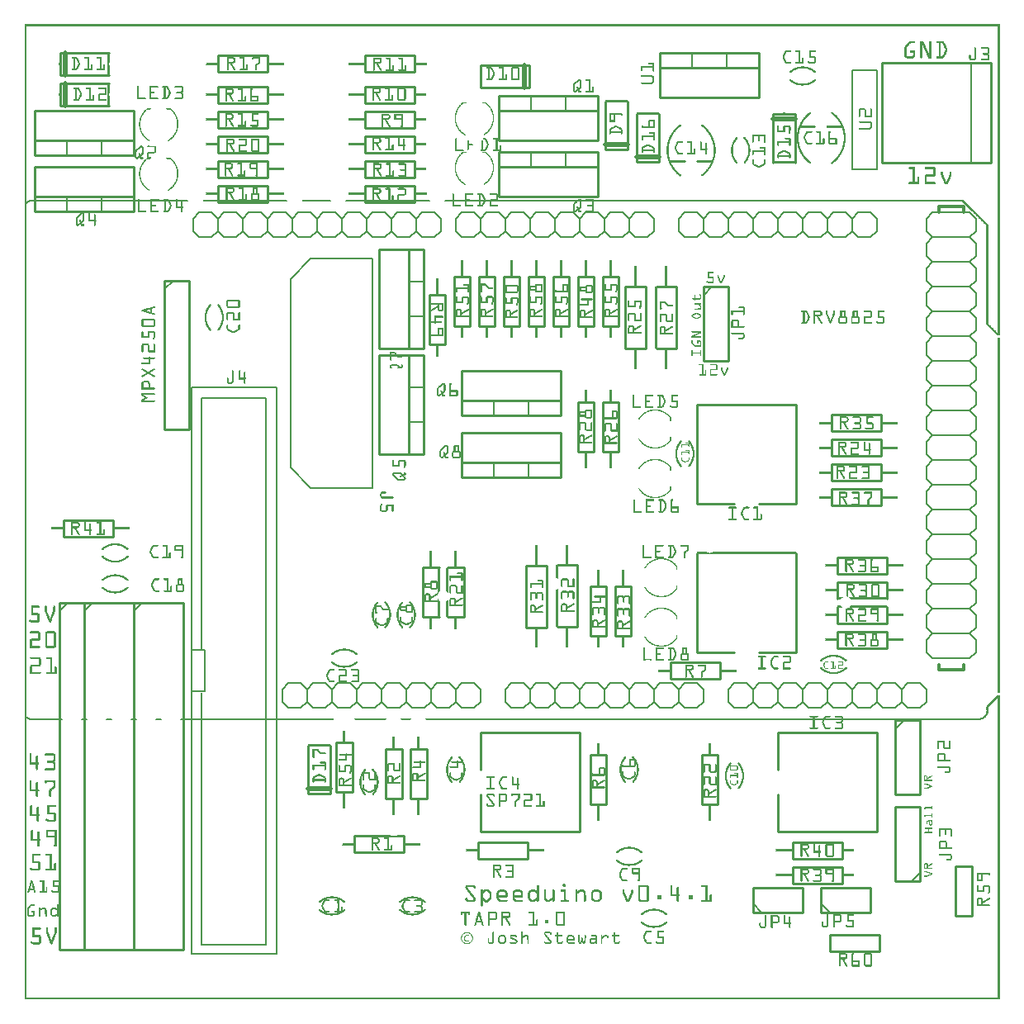
<source format=gto>
G04 MADE WITH FRITZING*
G04 WWW.FRITZING.ORG*
G04 DOUBLE SIDED*
G04 HOLES PLATED*
G04 CONTOUR ON CENTER OF CONTOUR VECTOR*
%ASAXBY*%
%FSLAX23Y23*%
%MOIN*%
%OFA0B0*%
%SFA1.0B1.0*%
%ADD10R,0.354200X2.295200X0.338200X2.279200*%
%ADD11C,0.008000*%
%ADD12R,0.063000X0.173200X0.047000X0.157200*%
%ADD13C,0.010000*%
%ADD14C,0.005000*%
%ADD15C,0.012000*%
%ADD16C,0.006000*%
%ADD17C,0.020000*%
%ADD18R,0.001000X0.001000*%
%LNSILK1*%
G90*
G70*
G54D11*
X673Y2472D02*
X1019Y2472D01*
X1019Y184D01*
X673Y184D01*
X673Y2472D01*
D02*
X673Y1411D02*
X728Y1411D01*
X728Y1245D01*
X673Y1245D01*
X673Y1411D01*
D02*
G54D13*
X3758Y338D02*
X3758Y538D01*
D02*
X3758Y538D02*
X3824Y538D01*
D02*
X3824Y538D02*
X3824Y338D01*
D02*
X3824Y338D02*
X3758Y338D01*
D02*
X3251Y261D02*
X3451Y261D01*
D02*
X3451Y261D02*
X3451Y195D01*
D02*
X3451Y195D02*
X3251Y195D01*
D02*
X3251Y195D02*
X3251Y261D01*
D02*
X141Y1603D02*
X141Y203D01*
D02*
X141Y203D02*
X241Y203D01*
D02*
X241Y203D02*
X241Y1603D01*
D02*
X241Y1603D02*
X141Y1603D01*
G54D14*
D02*
X141Y1568D02*
X176Y1603D01*
G54D13*
D02*
X441Y1603D02*
X441Y203D01*
D02*
X441Y203D02*
X641Y203D01*
D02*
X641Y203D02*
X641Y1603D01*
D02*
X641Y1603D02*
X441Y1603D01*
G54D14*
D02*
X441Y1568D02*
X476Y1603D01*
G54D13*
D02*
X241Y1603D02*
X241Y203D01*
D02*
X241Y203D02*
X441Y203D01*
D02*
X441Y203D02*
X441Y1603D01*
D02*
X441Y1603D02*
X241Y1603D01*
G54D14*
D02*
X241Y1568D02*
X276Y1603D01*
G54D13*
D02*
X1841Y678D02*
X2241Y678D01*
D02*
X2241Y678D02*
X2241Y1078D01*
D02*
X2241Y1078D02*
X1841Y1078D01*
D02*
X1841Y678D02*
X1841Y828D01*
D02*
X1841Y928D02*
X1841Y1078D01*
G54D11*
D02*
X1406Y2991D02*
X1406Y2066D01*
D02*
X1406Y2066D02*
X1156Y2066D01*
D02*
X1156Y2066D02*
X1076Y2148D01*
D02*
X1076Y2148D02*
X1076Y2908D01*
D02*
X1076Y2908D02*
X1156Y2991D01*
D02*
X1156Y2991D02*
X1406Y2991D01*
G54D13*
D02*
X3041Y678D02*
X3441Y678D01*
D02*
X3441Y678D02*
X3441Y1078D01*
D02*
X3441Y1078D02*
X3041Y1078D01*
D02*
X3041Y678D02*
X3041Y828D01*
D02*
X3041Y928D02*
X3041Y1078D01*
G54D15*
D02*
X3691Y1353D02*
X3691Y1333D01*
D02*
X3691Y1333D02*
X3791Y1333D01*
D02*
X3791Y1333D02*
X3791Y1353D01*
D02*
X3691Y3178D02*
X3691Y3203D01*
D02*
X3691Y3203D02*
X3791Y3203D01*
D02*
X3791Y3203D02*
X3791Y3178D01*
G54D16*
D02*
X3466Y1278D02*
X3516Y1278D01*
D02*
X3516Y1278D02*
X3541Y1253D01*
D02*
X3541Y1253D02*
X3541Y1203D01*
D02*
X3541Y1203D02*
X3516Y1178D01*
D02*
X3341Y1253D02*
X3366Y1278D01*
D02*
X3366Y1278D02*
X3416Y1278D01*
D02*
X3416Y1278D02*
X3441Y1253D01*
D02*
X3441Y1253D02*
X3441Y1203D01*
D02*
X3441Y1203D02*
X3416Y1178D01*
D02*
X3416Y1178D02*
X3366Y1178D01*
D02*
X3366Y1178D02*
X3341Y1203D01*
D02*
X3466Y1278D02*
X3441Y1253D01*
D02*
X3441Y1203D02*
X3466Y1178D01*
D02*
X3516Y1178D02*
X3466Y1178D01*
D02*
X3166Y1278D02*
X3216Y1278D01*
D02*
X3216Y1278D02*
X3241Y1253D01*
D02*
X3241Y1253D02*
X3241Y1203D01*
D02*
X3241Y1203D02*
X3216Y1178D01*
D02*
X3241Y1253D02*
X3266Y1278D01*
D02*
X3266Y1278D02*
X3316Y1278D01*
D02*
X3316Y1278D02*
X3341Y1253D01*
D02*
X3341Y1253D02*
X3341Y1203D01*
D02*
X3341Y1203D02*
X3316Y1178D01*
D02*
X3316Y1178D02*
X3266Y1178D01*
D02*
X3266Y1178D02*
X3241Y1203D01*
D02*
X3041Y1253D02*
X3066Y1278D01*
D02*
X3066Y1278D02*
X3116Y1278D01*
D02*
X3116Y1278D02*
X3141Y1253D01*
D02*
X3141Y1253D02*
X3141Y1203D01*
D02*
X3141Y1203D02*
X3116Y1178D01*
D02*
X3116Y1178D02*
X3066Y1178D01*
D02*
X3066Y1178D02*
X3041Y1203D01*
D02*
X3166Y1278D02*
X3141Y1253D01*
D02*
X3141Y1203D02*
X3166Y1178D01*
D02*
X3216Y1178D02*
X3166Y1178D01*
D02*
X2866Y1278D02*
X2916Y1278D01*
D02*
X2916Y1278D02*
X2941Y1253D01*
D02*
X2941Y1253D02*
X2941Y1203D01*
D02*
X2941Y1203D02*
X2916Y1178D01*
D02*
X2941Y1253D02*
X2966Y1278D01*
D02*
X2966Y1278D02*
X3016Y1278D01*
D02*
X3016Y1278D02*
X3041Y1253D01*
D02*
X3041Y1253D02*
X3041Y1203D01*
D02*
X3041Y1203D02*
X3016Y1178D01*
D02*
X3016Y1178D02*
X2966Y1178D01*
D02*
X2966Y1178D02*
X2941Y1203D01*
D02*
X2841Y1253D02*
X2841Y1203D01*
D02*
X2866Y1278D02*
X2841Y1253D01*
D02*
X2841Y1203D02*
X2866Y1178D01*
D02*
X2916Y1178D02*
X2866Y1178D01*
D02*
X3566Y1278D02*
X3616Y1278D01*
D02*
X3616Y1278D02*
X3641Y1253D01*
D02*
X3641Y1253D02*
X3641Y1203D01*
D02*
X3641Y1203D02*
X3616Y1178D01*
D02*
X3566Y1278D02*
X3541Y1253D01*
D02*
X3541Y1203D02*
X3566Y1178D01*
D02*
X3616Y1178D02*
X3566Y1178D01*
D02*
X2566Y1278D02*
X2616Y1278D01*
D02*
X2616Y1278D02*
X2641Y1253D01*
D02*
X2641Y1253D02*
X2641Y1203D01*
D02*
X2641Y1203D02*
X2616Y1178D01*
D02*
X2441Y1253D02*
X2466Y1278D01*
D02*
X2466Y1278D02*
X2516Y1278D01*
D02*
X2516Y1278D02*
X2541Y1253D01*
D02*
X2541Y1253D02*
X2541Y1203D01*
D02*
X2541Y1203D02*
X2516Y1178D01*
D02*
X2516Y1178D02*
X2466Y1178D01*
D02*
X2466Y1178D02*
X2441Y1203D01*
D02*
X2566Y1278D02*
X2541Y1253D01*
D02*
X2541Y1203D02*
X2566Y1178D01*
D02*
X2616Y1178D02*
X2566Y1178D01*
D02*
X2266Y1278D02*
X2316Y1278D01*
D02*
X2316Y1278D02*
X2341Y1253D01*
D02*
X2341Y1253D02*
X2341Y1203D01*
D02*
X2341Y1203D02*
X2316Y1178D01*
D02*
X2341Y1253D02*
X2366Y1278D01*
D02*
X2366Y1278D02*
X2416Y1278D01*
D02*
X2416Y1278D02*
X2441Y1253D01*
D02*
X2441Y1253D02*
X2441Y1203D01*
D02*
X2441Y1203D02*
X2416Y1178D01*
D02*
X2416Y1178D02*
X2366Y1178D01*
D02*
X2366Y1178D02*
X2341Y1203D01*
D02*
X2141Y1253D02*
X2166Y1278D01*
D02*
X2166Y1278D02*
X2216Y1278D01*
D02*
X2216Y1278D02*
X2241Y1253D01*
D02*
X2241Y1253D02*
X2241Y1203D01*
D02*
X2241Y1203D02*
X2216Y1178D01*
D02*
X2216Y1178D02*
X2166Y1178D01*
D02*
X2166Y1178D02*
X2141Y1203D01*
D02*
X2266Y1278D02*
X2241Y1253D01*
D02*
X2241Y1203D02*
X2266Y1178D01*
D02*
X2316Y1178D02*
X2266Y1178D01*
D02*
X1966Y1278D02*
X2016Y1278D01*
D02*
X2016Y1278D02*
X2041Y1253D01*
D02*
X2041Y1253D02*
X2041Y1203D01*
D02*
X2041Y1203D02*
X2016Y1178D01*
D02*
X2041Y1253D02*
X2066Y1278D01*
D02*
X2066Y1278D02*
X2116Y1278D01*
D02*
X2116Y1278D02*
X2141Y1253D01*
D02*
X2141Y1253D02*
X2141Y1203D01*
D02*
X2141Y1203D02*
X2116Y1178D01*
D02*
X2116Y1178D02*
X2066Y1178D01*
D02*
X2066Y1178D02*
X2041Y1203D01*
D02*
X1941Y1253D02*
X1941Y1203D01*
D02*
X1966Y1278D02*
X1941Y1253D01*
D02*
X1941Y1203D02*
X1966Y1178D01*
D02*
X2016Y1178D02*
X1966Y1178D01*
D02*
X2666Y1278D02*
X2716Y1278D01*
D02*
X2716Y1278D02*
X2741Y1253D01*
D02*
X2741Y1253D02*
X2741Y1203D01*
D02*
X2741Y1203D02*
X2716Y1178D01*
D02*
X2666Y1278D02*
X2641Y1253D01*
D02*
X2641Y1203D02*
X2666Y1178D01*
D02*
X2716Y1178D02*
X2666Y1178D01*
D02*
X2816Y3078D02*
X2766Y3078D01*
D02*
X2766Y3078D02*
X2741Y3103D01*
D02*
X2741Y3103D02*
X2741Y3153D01*
D02*
X2741Y3153D02*
X2766Y3178D01*
D02*
X2941Y3103D02*
X2916Y3078D01*
D02*
X2916Y3078D02*
X2866Y3078D01*
D02*
X2866Y3078D02*
X2841Y3103D01*
D02*
X2841Y3103D02*
X2841Y3153D01*
D02*
X2841Y3153D02*
X2866Y3178D01*
D02*
X2866Y3178D02*
X2916Y3178D01*
D02*
X2916Y3178D02*
X2941Y3153D01*
D02*
X2816Y3078D02*
X2841Y3103D01*
D02*
X2841Y3153D02*
X2816Y3178D01*
D02*
X2766Y3178D02*
X2816Y3178D01*
D02*
X3116Y3078D02*
X3066Y3078D01*
D02*
X3066Y3078D02*
X3041Y3103D01*
D02*
X3041Y3103D02*
X3041Y3153D01*
D02*
X3041Y3153D02*
X3066Y3178D01*
D02*
X3041Y3103D02*
X3016Y3078D01*
D02*
X3016Y3078D02*
X2966Y3078D01*
D02*
X2966Y3078D02*
X2941Y3103D01*
D02*
X2941Y3103D02*
X2941Y3153D01*
D02*
X2941Y3153D02*
X2966Y3178D01*
D02*
X2966Y3178D02*
X3016Y3178D01*
D02*
X3016Y3178D02*
X3041Y3153D01*
D02*
X3241Y3103D02*
X3216Y3078D01*
D02*
X3216Y3078D02*
X3166Y3078D01*
D02*
X3166Y3078D02*
X3141Y3103D01*
D02*
X3141Y3103D02*
X3141Y3153D01*
D02*
X3141Y3153D02*
X3166Y3178D01*
D02*
X3166Y3178D02*
X3216Y3178D01*
D02*
X3216Y3178D02*
X3241Y3153D01*
D02*
X3116Y3078D02*
X3141Y3103D01*
D02*
X3141Y3153D02*
X3116Y3178D01*
D02*
X3066Y3178D02*
X3116Y3178D01*
D02*
X3416Y3078D02*
X3366Y3078D01*
D02*
X3366Y3078D02*
X3341Y3103D01*
D02*
X3341Y3103D02*
X3341Y3153D01*
D02*
X3341Y3153D02*
X3366Y3178D01*
D02*
X3341Y3103D02*
X3316Y3078D01*
D02*
X3316Y3078D02*
X3266Y3078D01*
D02*
X3266Y3078D02*
X3241Y3103D01*
D02*
X3241Y3103D02*
X3241Y3153D01*
D02*
X3241Y3153D02*
X3266Y3178D01*
D02*
X3266Y3178D02*
X3316Y3178D01*
D02*
X3316Y3178D02*
X3341Y3153D01*
D02*
X3441Y3103D02*
X3441Y3153D01*
D02*
X3416Y3078D02*
X3441Y3103D01*
D02*
X3441Y3153D02*
X3416Y3178D01*
D02*
X3366Y3178D02*
X3416Y3178D01*
D02*
X2716Y3078D02*
X2666Y3078D01*
D02*
X2666Y3078D02*
X2641Y3103D01*
D02*
X2641Y3103D02*
X2641Y3153D01*
D02*
X2641Y3153D02*
X2666Y3178D01*
D02*
X2716Y3078D02*
X2741Y3103D01*
D02*
X2741Y3153D02*
X2716Y3178D01*
D02*
X2666Y3178D02*
X2716Y3178D01*
D02*
X1481Y3153D02*
X1506Y3178D01*
D02*
X1506Y3178D02*
X1556Y3178D01*
D02*
X1556Y3178D02*
X1581Y3153D01*
D02*
X1581Y3153D02*
X1581Y3103D01*
D02*
X1581Y3103D02*
X1556Y3078D01*
D02*
X1556Y3078D02*
X1506Y3078D01*
D02*
X1506Y3078D02*
X1481Y3103D01*
D02*
X1306Y3178D02*
X1356Y3178D01*
D02*
X1356Y3178D02*
X1381Y3153D01*
D02*
X1381Y3153D02*
X1381Y3103D01*
D02*
X1381Y3103D02*
X1356Y3078D01*
D02*
X1381Y3153D02*
X1406Y3178D01*
D02*
X1406Y3178D02*
X1456Y3178D01*
D02*
X1456Y3178D02*
X1481Y3153D01*
D02*
X1481Y3153D02*
X1481Y3103D01*
D02*
X1481Y3103D02*
X1456Y3078D01*
D02*
X1456Y3078D02*
X1406Y3078D01*
D02*
X1406Y3078D02*
X1381Y3103D01*
D02*
X1181Y3153D02*
X1206Y3178D01*
D02*
X1206Y3178D02*
X1256Y3178D01*
D02*
X1256Y3178D02*
X1281Y3153D01*
D02*
X1281Y3153D02*
X1281Y3103D01*
D02*
X1281Y3103D02*
X1256Y3078D01*
D02*
X1256Y3078D02*
X1206Y3078D01*
D02*
X1206Y3078D02*
X1181Y3103D01*
D02*
X1306Y3178D02*
X1281Y3153D01*
D02*
X1281Y3103D02*
X1306Y3078D01*
D02*
X1356Y3078D02*
X1306Y3078D01*
D02*
X1006Y3178D02*
X1056Y3178D01*
D02*
X1056Y3178D02*
X1081Y3153D01*
D02*
X1081Y3153D02*
X1081Y3103D01*
D02*
X1081Y3103D02*
X1056Y3078D01*
D02*
X1081Y3153D02*
X1106Y3178D01*
D02*
X1106Y3178D02*
X1156Y3178D01*
D02*
X1156Y3178D02*
X1181Y3153D01*
D02*
X1181Y3153D02*
X1181Y3103D01*
D02*
X1181Y3103D02*
X1156Y3078D01*
D02*
X1156Y3078D02*
X1106Y3078D01*
D02*
X1106Y3078D02*
X1081Y3103D01*
D02*
X881Y3153D02*
X906Y3178D01*
D02*
X906Y3178D02*
X956Y3178D01*
D02*
X956Y3178D02*
X981Y3153D01*
D02*
X981Y3153D02*
X981Y3103D01*
D02*
X981Y3103D02*
X956Y3078D01*
D02*
X956Y3078D02*
X906Y3078D01*
D02*
X906Y3078D02*
X881Y3103D01*
D02*
X1006Y3178D02*
X981Y3153D01*
D02*
X981Y3103D02*
X1006Y3078D01*
D02*
X1056Y3078D02*
X1006Y3078D01*
D02*
X706Y3178D02*
X756Y3178D01*
D02*
X756Y3178D02*
X781Y3153D01*
D02*
X781Y3153D02*
X781Y3103D01*
D02*
X781Y3103D02*
X756Y3078D01*
D02*
X781Y3153D02*
X806Y3178D01*
D02*
X806Y3178D02*
X856Y3178D01*
D02*
X856Y3178D02*
X881Y3153D01*
D02*
X881Y3153D02*
X881Y3103D01*
D02*
X881Y3103D02*
X856Y3078D01*
D02*
X856Y3078D02*
X806Y3078D01*
D02*
X806Y3078D02*
X781Y3103D01*
D02*
X681Y3153D02*
X681Y3103D01*
D02*
X706Y3178D02*
X681Y3153D01*
D02*
X681Y3103D02*
X706Y3078D01*
D02*
X756Y3078D02*
X706Y3078D01*
D02*
X1606Y3178D02*
X1656Y3178D01*
D02*
X1656Y3178D02*
X1681Y3153D01*
D02*
X1681Y3153D02*
X1681Y3103D01*
D02*
X1681Y3103D02*
X1656Y3078D01*
D02*
X1606Y3178D02*
X1581Y3153D01*
D02*
X1581Y3103D02*
X1606Y3078D01*
D02*
X1656Y3078D02*
X1606Y3078D01*
D02*
X1666Y1278D02*
X1716Y1278D01*
D02*
X1716Y1278D02*
X1741Y1253D01*
D02*
X1741Y1253D02*
X1741Y1203D01*
D02*
X1741Y1203D02*
X1716Y1178D01*
D02*
X1541Y1253D02*
X1566Y1278D01*
D02*
X1566Y1278D02*
X1616Y1278D01*
D02*
X1616Y1278D02*
X1641Y1253D01*
D02*
X1641Y1253D02*
X1641Y1203D01*
D02*
X1641Y1203D02*
X1616Y1178D01*
D02*
X1616Y1178D02*
X1566Y1178D01*
D02*
X1566Y1178D02*
X1541Y1203D01*
D02*
X1666Y1278D02*
X1641Y1253D01*
D02*
X1641Y1203D02*
X1666Y1178D01*
D02*
X1716Y1178D02*
X1666Y1178D01*
D02*
X1366Y1278D02*
X1416Y1278D01*
D02*
X1416Y1278D02*
X1441Y1253D01*
D02*
X1441Y1253D02*
X1441Y1203D01*
D02*
X1441Y1203D02*
X1416Y1178D01*
D02*
X1441Y1253D02*
X1466Y1278D01*
D02*
X1466Y1278D02*
X1516Y1278D01*
D02*
X1516Y1278D02*
X1541Y1253D01*
D02*
X1541Y1253D02*
X1541Y1203D01*
D02*
X1541Y1203D02*
X1516Y1178D01*
D02*
X1516Y1178D02*
X1466Y1178D01*
D02*
X1466Y1178D02*
X1441Y1203D01*
D02*
X1241Y1253D02*
X1266Y1278D01*
D02*
X1266Y1278D02*
X1316Y1278D01*
D02*
X1316Y1278D02*
X1341Y1253D01*
D02*
X1341Y1253D02*
X1341Y1203D01*
D02*
X1341Y1203D02*
X1316Y1178D01*
D02*
X1316Y1178D02*
X1266Y1178D01*
D02*
X1266Y1178D02*
X1241Y1203D01*
D02*
X1366Y1278D02*
X1341Y1253D01*
D02*
X1341Y1203D02*
X1366Y1178D01*
D02*
X1416Y1178D02*
X1366Y1178D01*
D02*
X1066Y1278D02*
X1116Y1278D01*
D02*
X1116Y1278D02*
X1141Y1253D01*
D02*
X1141Y1253D02*
X1141Y1203D01*
D02*
X1141Y1203D02*
X1116Y1178D01*
D02*
X1141Y1253D02*
X1166Y1278D01*
D02*
X1166Y1278D02*
X1216Y1278D01*
D02*
X1216Y1278D02*
X1241Y1253D01*
D02*
X1241Y1253D02*
X1241Y1203D01*
D02*
X1241Y1203D02*
X1216Y1178D01*
D02*
X1216Y1178D02*
X1166Y1178D01*
D02*
X1166Y1178D02*
X1141Y1203D01*
D02*
X1041Y1253D02*
X1041Y1203D01*
D02*
X1066Y1278D02*
X1041Y1253D01*
D02*
X1041Y1203D02*
X1066Y1178D01*
D02*
X1116Y1178D02*
X1066Y1178D01*
D02*
X1766Y1278D02*
X1816Y1278D01*
D02*
X1816Y1278D02*
X1841Y1253D01*
D02*
X1841Y1253D02*
X1841Y1203D01*
D02*
X1841Y1203D02*
X1816Y1178D01*
D02*
X1766Y1278D02*
X1741Y1253D01*
D02*
X1741Y1203D02*
X1766Y1178D01*
D02*
X1816Y1178D02*
X1766Y1178D01*
D02*
X1916Y3078D02*
X1866Y3078D01*
D02*
X1866Y3078D02*
X1841Y3103D01*
D02*
X1841Y3103D02*
X1841Y3153D01*
D02*
X1841Y3153D02*
X1866Y3178D01*
D02*
X2041Y3103D02*
X2016Y3078D01*
D02*
X2016Y3078D02*
X1966Y3078D01*
D02*
X1966Y3078D02*
X1941Y3103D01*
D02*
X1941Y3103D02*
X1941Y3153D01*
D02*
X1941Y3153D02*
X1966Y3178D01*
D02*
X1966Y3178D02*
X2016Y3178D01*
D02*
X2016Y3178D02*
X2041Y3153D01*
D02*
X1916Y3078D02*
X1941Y3103D01*
D02*
X1941Y3153D02*
X1916Y3178D01*
D02*
X1866Y3178D02*
X1916Y3178D01*
D02*
X2216Y3078D02*
X2166Y3078D01*
D02*
X2166Y3078D02*
X2141Y3103D01*
D02*
X2141Y3103D02*
X2141Y3153D01*
D02*
X2141Y3153D02*
X2166Y3178D01*
D02*
X2141Y3103D02*
X2116Y3078D01*
D02*
X2116Y3078D02*
X2066Y3078D01*
D02*
X2066Y3078D02*
X2041Y3103D01*
D02*
X2041Y3103D02*
X2041Y3153D01*
D02*
X2041Y3153D02*
X2066Y3178D01*
D02*
X2066Y3178D02*
X2116Y3178D01*
D02*
X2116Y3178D02*
X2141Y3153D01*
D02*
X2341Y3103D02*
X2316Y3078D01*
D02*
X2316Y3078D02*
X2266Y3078D01*
D02*
X2266Y3078D02*
X2241Y3103D01*
D02*
X2241Y3103D02*
X2241Y3153D01*
D02*
X2241Y3153D02*
X2266Y3178D01*
D02*
X2266Y3178D02*
X2316Y3178D01*
D02*
X2316Y3178D02*
X2341Y3153D01*
D02*
X2216Y3078D02*
X2241Y3103D01*
D02*
X2241Y3153D02*
X2216Y3178D01*
D02*
X2166Y3178D02*
X2216Y3178D01*
D02*
X2516Y3078D02*
X2466Y3078D01*
D02*
X2466Y3078D02*
X2441Y3103D01*
D02*
X2441Y3103D02*
X2441Y3153D01*
D02*
X2441Y3153D02*
X2466Y3178D01*
D02*
X2441Y3103D02*
X2416Y3078D01*
D02*
X2416Y3078D02*
X2366Y3078D01*
D02*
X2366Y3078D02*
X2341Y3103D01*
D02*
X2341Y3103D02*
X2341Y3153D01*
D02*
X2341Y3153D02*
X2366Y3178D01*
D02*
X2366Y3178D02*
X2416Y3178D01*
D02*
X2416Y3178D02*
X2441Y3153D01*
D02*
X2541Y3103D02*
X2541Y3153D01*
D02*
X2516Y3078D02*
X2541Y3103D01*
D02*
X2541Y3153D02*
X2516Y3178D01*
D02*
X2466Y3178D02*
X2516Y3178D01*
D02*
X1816Y3078D02*
X1766Y3078D01*
D02*
X1766Y3078D02*
X1741Y3103D01*
D02*
X1741Y3103D02*
X1741Y3153D01*
D02*
X1741Y3153D02*
X1766Y3178D01*
D02*
X1816Y3078D02*
X1841Y3103D01*
D02*
X1841Y3153D02*
X1816Y3178D01*
D02*
X1766Y3178D02*
X1816Y3178D01*
D02*
X3666Y3178D02*
X3641Y3153D01*
D02*
X3641Y3153D02*
X3641Y3103D01*
D02*
X3641Y3103D02*
X3666Y3078D01*
D02*
X3666Y3078D02*
X3641Y3053D01*
D02*
X3641Y3053D02*
X3641Y3003D01*
D02*
X3641Y3003D02*
X3666Y2978D01*
D02*
X3666Y2978D02*
X3641Y2953D01*
D02*
X3641Y2953D02*
X3641Y2903D01*
D02*
X3641Y2903D02*
X3666Y2878D01*
D02*
X3666Y2878D02*
X3641Y2853D01*
D02*
X3641Y2853D02*
X3641Y2803D01*
D02*
X3641Y2803D02*
X3666Y2778D01*
D02*
X3666Y2778D02*
X3641Y2753D01*
D02*
X3641Y2753D02*
X3641Y2703D01*
D02*
X3641Y2703D02*
X3666Y2678D01*
D02*
X3666Y2678D02*
X3641Y2653D01*
D02*
X3641Y2653D02*
X3641Y2603D01*
D02*
X3641Y2603D02*
X3666Y2578D01*
D02*
X3666Y3178D02*
X3816Y3178D01*
D02*
X3816Y3178D02*
X3841Y3153D01*
D02*
X3841Y3153D02*
X3841Y3103D01*
D02*
X3841Y3103D02*
X3816Y3078D01*
D02*
X3816Y3078D02*
X3841Y3053D01*
D02*
X3841Y3053D02*
X3841Y3003D01*
D02*
X3841Y3003D02*
X3816Y2978D01*
D02*
X3816Y2978D02*
X3841Y2953D01*
D02*
X3841Y2953D02*
X3841Y2903D01*
D02*
X3841Y2903D02*
X3816Y2878D01*
D02*
X3816Y2878D02*
X3841Y2853D01*
D02*
X3841Y2853D02*
X3841Y2803D01*
D02*
X3841Y2803D02*
X3816Y2778D01*
D02*
X3816Y2778D02*
X3841Y2753D01*
D02*
X3841Y2753D02*
X3841Y2703D01*
D02*
X3841Y2703D02*
X3816Y2678D01*
D02*
X3816Y2678D02*
X3841Y2653D01*
D02*
X3841Y2653D02*
X3841Y2603D01*
D02*
X3841Y2603D02*
X3816Y2578D01*
D02*
X3816Y2578D02*
X3841Y2553D01*
D02*
X3841Y2553D02*
X3841Y2503D01*
D02*
X3841Y2503D02*
X3816Y2478D01*
D02*
X3816Y2478D02*
X3841Y2453D01*
D02*
X3841Y2453D02*
X3841Y2403D01*
D02*
X3841Y2403D02*
X3816Y2378D01*
D02*
X3816Y2378D02*
X3841Y2353D01*
D02*
X3841Y2353D02*
X3841Y2303D01*
D02*
X3841Y2303D02*
X3816Y2278D01*
D02*
X3816Y2278D02*
X3841Y2253D01*
D02*
X3841Y2253D02*
X3841Y2203D01*
D02*
X3841Y2203D02*
X3816Y2178D01*
D02*
X3816Y2178D02*
X3841Y2153D01*
D02*
X3841Y2153D02*
X3841Y2103D01*
D02*
X3841Y2103D02*
X3816Y2078D01*
D02*
X3816Y2078D02*
X3841Y2053D01*
D02*
X3841Y2053D02*
X3841Y2003D01*
D02*
X3816Y1978D02*
X3841Y2003D01*
D02*
X3816Y1978D02*
X3841Y1953D01*
D02*
X3841Y1903D02*
X3841Y1953D01*
D02*
X3841Y1903D02*
X3816Y1878D01*
D02*
X3816Y1878D02*
X3841Y1853D01*
D02*
X3841Y1803D02*
X3841Y1853D01*
D02*
X3841Y1803D02*
X3816Y1778D01*
D02*
X3816Y1778D02*
X3841Y1753D01*
D02*
X3841Y1703D02*
X3841Y1753D01*
D02*
X3841Y1703D02*
X3816Y1678D01*
D02*
X3816Y1678D02*
X3841Y1653D01*
D02*
X3841Y1603D02*
X3841Y1653D01*
D02*
X3841Y1603D02*
X3816Y1578D01*
D02*
X3816Y1578D02*
X3841Y1553D01*
D02*
X3841Y1503D02*
X3841Y1553D01*
D02*
X3841Y1503D02*
X3816Y1478D01*
D02*
X3816Y1478D02*
X3841Y1453D01*
D02*
X3841Y1403D02*
X3841Y1453D01*
D02*
X3841Y1403D02*
X3816Y1378D01*
D02*
X3666Y1378D02*
X3641Y1403D01*
D02*
X3641Y1403D02*
X3641Y1453D01*
D02*
X3666Y1478D02*
X3641Y1453D01*
D02*
X3666Y1478D02*
X3641Y1503D01*
D02*
X3641Y1503D02*
X3641Y1553D01*
D02*
X3666Y1578D02*
X3641Y1553D01*
D02*
X3666Y1578D02*
X3641Y1603D01*
D02*
X3641Y1653D02*
X3641Y1603D01*
D02*
X3641Y1653D02*
X3666Y1678D01*
D02*
X3666Y1678D02*
X3641Y1703D01*
D02*
X3641Y1753D02*
X3641Y1703D01*
D02*
X3641Y1753D02*
X3666Y1778D01*
D02*
X3666Y1778D02*
X3641Y1803D01*
D02*
X3641Y1803D02*
X3641Y1853D01*
D02*
X3666Y1878D02*
X3641Y1853D01*
D02*
X3666Y1878D02*
X3641Y1903D01*
D02*
X3641Y1903D02*
X3641Y1953D01*
D02*
X3666Y1978D02*
X3641Y1953D01*
D02*
X3666Y1978D02*
X3641Y2003D01*
D02*
X3641Y2003D02*
X3641Y2053D01*
D02*
X3666Y2078D02*
X3641Y2053D01*
D02*
X3666Y2078D02*
X3641Y2103D01*
D02*
X3641Y2103D02*
X3641Y2153D01*
D02*
X3666Y2178D02*
X3641Y2153D01*
D02*
X3666Y2178D02*
X3641Y2203D01*
D02*
X3641Y2203D02*
X3641Y2253D01*
D02*
X3666Y2278D02*
X3641Y2253D01*
D02*
X3666Y2278D02*
X3641Y2303D01*
D02*
X3641Y2303D02*
X3641Y2353D01*
D02*
X3666Y2378D02*
X3641Y2353D01*
D02*
X3666Y2378D02*
X3641Y2403D01*
D02*
X3641Y2403D02*
X3641Y2453D01*
D02*
X3666Y2478D02*
X3641Y2453D01*
D02*
X3666Y2478D02*
X3641Y2503D01*
D02*
X3641Y2503D02*
X3641Y2553D01*
D02*
X3666Y2578D02*
X3641Y2553D01*
D02*
X3816Y3078D02*
X3666Y3078D01*
D02*
X3816Y2978D02*
X3666Y2978D01*
D02*
X3816Y2878D02*
X3666Y2878D01*
D02*
X3816Y2778D02*
X3666Y2778D01*
D02*
X3816Y2678D02*
X3666Y2678D01*
D02*
X3816Y2578D02*
X3666Y2578D01*
D02*
X3816Y2478D02*
X3666Y2478D01*
D02*
X3816Y2378D02*
X3666Y2378D01*
D02*
X3816Y2278D02*
X3666Y2278D01*
D02*
X3816Y2178D02*
X3666Y2178D01*
D02*
X3816Y2078D02*
X3666Y2078D01*
D02*
X3816Y1978D02*
X3666Y1978D01*
D02*
X3816Y1878D02*
X3666Y1878D01*
D02*
X3816Y1778D02*
X3666Y1778D01*
D02*
X3816Y1678D02*
X3666Y1678D01*
D02*
X3816Y1578D02*
X3666Y1578D01*
D02*
X3816Y1478D02*
X3666Y1478D01*
D02*
X3816Y1378D02*
X3666Y1378D01*
G54D13*
D02*
X1611Y2603D02*
X1611Y2203D01*
D02*
X1611Y2203D02*
X1431Y2203D01*
D02*
X1431Y2203D02*
X1431Y2603D01*
D02*
X1431Y2603D02*
X1611Y2603D01*
D02*
X1611Y2603D02*
X1611Y2203D01*
D02*
X1611Y2203D02*
X1551Y2203D01*
D02*
X1551Y2203D02*
X1551Y2603D01*
D02*
X1551Y2603D02*
X1611Y2603D01*
G54D14*
D02*
X1611Y2473D02*
X1551Y2473D01*
D02*
X1611Y2333D02*
X1551Y2333D01*
G54D13*
D02*
X2166Y2358D02*
X1766Y2358D01*
D02*
X1766Y2358D02*
X1766Y2538D01*
D02*
X1766Y2538D02*
X2166Y2538D01*
D02*
X2166Y2538D02*
X2166Y2358D01*
D02*
X2166Y2358D02*
X1766Y2358D01*
D02*
X1766Y2358D02*
X1766Y2418D01*
D02*
X1766Y2418D02*
X2166Y2418D01*
D02*
X2166Y2418D02*
X2166Y2358D01*
G54D14*
D02*
X2036Y2358D02*
X2036Y2418D01*
D02*
X1896Y2358D02*
X1896Y2418D01*
G54D13*
D02*
X1611Y3028D02*
X1611Y2628D01*
D02*
X1611Y2628D02*
X1431Y2628D01*
D02*
X1431Y2628D02*
X1431Y3028D01*
D02*
X1431Y3028D02*
X1611Y3028D01*
D02*
X1611Y3028D02*
X1611Y2628D01*
D02*
X1611Y2628D02*
X1551Y2628D01*
D02*
X1551Y2628D02*
X1551Y3028D01*
D02*
X1551Y3028D02*
X1611Y3028D01*
G54D14*
D02*
X1611Y2898D02*
X1551Y2898D01*
D02*
X1611Y2758D02*
X1551Y2758D01*
G54D13*
D02*
X2166Y2108D02*
X1766Y2108D01*
D02*
X1766Y2108D02*
X1766Y2288D01*
D02*
X1766Y2288D02*
X2166Y2288D01*
D02*
X2166Y2288D02*
X2166Y2108D01*
D02*
X2166Y2108D02*
X1766Y2108D01*
D02*
X1766Y2108D02*
X1766Y2168D01*
D02*
X1766Y2168D02*
X2166Y2168D01*
D02*
X2166Y2168D02*
X2166Y2108D01*
G54D14*
D02*
X2036Y2108D02*
X2036Y2168D01*
D02*
X1896Y2108D02*
X1896Y2168D01*
G54D13*
D02*
X1258Y838D02*
X1258Y1038D01*
D02*
X1258Y1038D02*
X1324Y1038D01*
D02*
X1324Y1038D02*
X1324Y838D01*
D02*
X1324Y838D02*
X1258Y838D01*
D02*
X2471Y3382D02*
X2471Y3577D01*
D02*
X2561Y3577D02*
X2561Y3382D01*
D02*
X2561Y3382D02*
X2471Y3382D01*
G54D17*
D02*
X2561Y3402D02*
X2471Y3402D01*
G54D13*
D02*
X357Y1870D02*
X157Y1870D01*
D02*
X157Y1870D02*
X157Y1936D01*
D02*
X157Y1936D02*
X357Y1936D01*
D02*
X357Y1936D02*
X357Y1870D01*
D02*
X566Y2903D02*
X566Y2303D01*
D02*
X566Y2303D02*
X666Y2303D01*
D02*
X666Y2303D02*
X666Y2903D01*
D02*
X666Y2903D02*
X566Y2903D01*
G54D14*
D02*
X566Y2868D02*
X601Y2903D01*
G54D13*
D02*
X3616Y478D02*
X3616Y778D01*
D02*
X3616Y778D02*
X3516Y778D01*
D02*
X3516Y778D02*
X3516Y478D01*
D02*
X3516Y478D02*
X3616Y478D01*
G54D14*
D02*
X3616Y513D02*
X3581Y478D01*
G54D13*
D02*
X3516Y1128D02*
X3516Y828D01*
D02*
X3516Y828D02*
X3616Y828D01*
D02*
X3616Y828D02*
X3616Y1128D01*
D02*
X3616Y1128D02*
X3516Y1128D01*
G54D14*
D02*
X3516Y1093D02*
X3551Y1128D01*
G54D13*
D02*
X2741Y2878D02*
X2741Y2578D01*
D02*
X2741Y2578D02*
X2841Y2578D01*
D02*
X2841Y2578D02*
X2841Y2878D01*
D02*
X2841Y2878D02*
X2741Y2878D01*
G54D14*
D02*
X2741Y2843D02*
X2776Y2878D01*
G54D13*
D02*
X3101Y636D02*
X3301Y636D01*
D02*
X3301Y636D02*
X3301Y570D01*
D02*
X3301Y570D02*
X3101Y570D01*
D02*
X3101Y570D02*
X3101Y636D01*
D02*
X3101Y536D02*
X3301Y536D01*
D02*
X3301Y536D02*
X3301Y470D01*
D02*
X3301Y470D02*
X3101Y470D01*
D02*
X3101Y470D02*
X3101Y536D01*
D02*
X2941Y353D02*
X3141Y353D01*
D02*
X3141Y353D02*
X3141Y453D01*
D02*
X3141Y453D02*
X2941Y453D01*
D02*
X2941Y453D02*
X2941Y353D01*
G54D14*
D02*
X2976Y353D02*
X2941Y388D01*
G54D13*
D02*
X3216Y353D02*
X3416Y353D01*
D02*
X3416Y353D02*
X3416Y453D01*
D02*
X3416Y453D02*
X3216Y453D01*
D02*
X3216Y453D02*
X3216Y353D01*
G54D14*
D02*
X3251Y353D02*
X3216Y388D01*
G54D13*
D02*
X3482Y1420D02*
X3282Y1420D01*
D02*
X3282Y1420D02*
X3282Y1486D01*
D02*
X3282Y1486D02*
X3482Y1486D01*
D02*
X3482Y1486D02*
X3482Y1420D01*
D02*
X2399Y2919D02*
X2399Y2719D01*
D02*
X2399Y2719D02*
X2333Y2719D01*
D02*
X2333Y2719D02*
X2333Y2919D01*
D02*
X2333Y2919D02*
X2399Y2919D01*
D02*
X2299Y2919D02*
X2299Y2719D01*
D02*
X2299Y2719D02*
X2233Y2719D01*
D02*
X2233Y2719D02*
X2233Y2919D01*
D02*
X2233Y2919D02*
X2299Y2919D01*
D02*
X3457Y1995D02*
X3257Y1995D01*
D02*
X3257Y1995D02*
X3257Y2061D01*
D02*
X3257Y2061D02*
X3457Y2061D01*
D02*
X3457Y2061D02*
X3457Y1995D01*
D02*
X3482Y1720D02*
X3282Y1720D01*
D02*
X3282Y1720D02*
X3282Y1786D01*
D02*
X3282Y1786D02*
X3482Y1786D01*
D02*
X3482Y1786D02*
X3482Y1720D01*
D02*
X2199Y2919D02*
X2199Y2719D01*
D02*
X2199Y2719D02*
X2133Y2719D01*
D02*
X2133Y2719D02*
X2133Y2919D01*
D02*
X2133Y2919D02*
X2199Y2919D01*
D02*
X1699Y2844D02*
X1699Y2644D01*
D02*
X1699Y2644D02*
X1633Y2644D01*
D02*
X1633Y2644D02*
X1633Y2844D01*
D02*
X1633Y2844D02*
X1699Y2844D01*
D02*
X3457Y2295D02*
X3257Y2295D01*
D02*
X3257Y2295D02*
X3257Y2361D01*
D02*
X3257Y2361D02*
X3457Y2361D01*
D02*
X3457Y2361D02*
X3457Y2295D01*
D02*
X2566Y3823D02*
X2966Y3823D01*
D02*
X2966Y3823D02*
X2966Y3643D01*
D02*
X2966Y3643D02*
X2566Y3643D01*
D02*
X2566Y3643D02*
X2566Y3823D01*
D02*
X2566Y3823D02*
X2966Y3823D01*
D02*
X2966Y3823D02*
X2966Y3763D01*
D02*
X2966Y3763D02*
X2566Y3763D01*
D02*
X2566Y3763D02*
X2566Y3823D01*
G54D14*
D02*
X2696Y3823D02*
X2696Y3763D01*
D02*
X2836Y3823D02*
X2836Y3763D01*
G54D13*
D02*
X3111Y3574D02*
X3111Y3379D01*
D02*
X3021Y3379D02*
X3021Y3574D01*
D02*
X3021Y3574D02*
X3111Y3574D01*
G54D17*
D02*
X3021Y3554D02*
X3111Y3554D01*
G54D14*
D02*
X3341Y3353D02*
X3441Y3353D01*
D02*
X3441Y3353D02*
X3441Y3753D01*
D02*
X3441Y3753D02*
X3341Y3753D01*
D02*
X3341Y3753D02*
X3341Y3353D01*
G54D13*
D02*
X3116Y1403D02*
X3116Y1803D01*
D02*
X2716Y1803D02*
X2716Y1403D01*
D02*
X3116Y1403D02*
X2966Y1403D01*
D02*
X2866Y1403D02*
X2716Y1403D01*
D02*
X3116Y2003D02*
X3116Y2403D01*
D02*
X3116Y2403D02*
X2716Y2403D01*
D02*
X2716Y2403D02*
X2716Y2003D01*
D02*
X3116Y2003D02*
X2966Y2003D01*
D02*
X2866Y2003D02*
X2716Y2003D01*
D02*
X3482Y1520D02*
X3282Y1520D01*
D02*
X3282Y1520D02*
X3282Y1586D01*
D02*
X3482Y1586D02*
X3482Y1520D01*
D02*
X1899Y2919D02*
X1899Y2719D01*
D02*
X1899Y2719D02*
X1833Y2719D01*
D02*
X1833Y2719D02*
X1833Y2919D01*
D02*
X1833Y2919D02*
X1899Y2919D01*
D02*
X1999Y2919D02*
X1999Y2719D01*
D02*
X1999Y2719D02*
X1933Y2719D01*
D02*
X1933Y2719D02*
X1933Y2919D01*
D02*
X1933Y2919D02*
X1999Y2919D01*
D02*
X3457Y2095D02*
X3257Y2095D01*
D02*
X3257Y2095D02*
X3257Y2161D01*
D02*
X3257Y2161D02*
X3457Y2161D01*
D02*
X3457Y2161D02*
X3457Y2095D01*
D02*
X3282Y1620D02*
X3282Y1686D01*
D02*
X3282Y1686D02*
X3482Y1686D01*
D02*
X3482Y1686D02*
X3482Y1620D01*
D02*
X2099Y2919D02*
X2099Y2719D01*
D02*
X2099Y2719D02*
X2033Y2719D01*
D02*
X2033Y2719D02*
X2033Y2919D01*
D02*
X2033Y2919D02*
X2099Y2919D01*
D02*
X1799Y2919D02*
X1799Y2719D01*
D02*
X1799Y2719D02*
X1733Y2719D01*
D02*
X1733Y2719D02*
X1733Y2919D01*
D02*
X1733Y2919D02*
X1799Y2919D01*
D02*
X3457Y2195D02*
X3257Y2195D01*
D02*
X3257Y2195D02*
X3257Y2261D01*
D02*
X3257Y2261D02*
X3457Y2261D01*
D02*
X3457Y2261D02*
X3457Y2195D01*
D02*
X2025Y1503D02*
X2025Y1753D01*
D02*
X2025Y1753D02*
X2107Y1753D01*
D02*
X2107Y1753D02*
X2107Y1503D01*
D02*
X2107Y1503D02*
X2025Y1503D01*
D02*
X2632Y2878D02*
X2632Y2628D01*
D02*
X2632Y2628D02*
X2550Y2628D01*
D02*
X2232Y1754D02*
X2232Y1504D01*
D02*
X2232Y1504D02*
X2150Y1504D01*
D02*
X2150Y1754D02*
X2232Y1754D01*
D02*
X2507Y2879D02*
X2507Y2629D01*
D02*
X2507Y2629D02*
X2425Y2629D01*
D02*
X2425Y2629D02*
X2425Y2879D01*
D02*
X2425Y2879D02*
X2507Y2879D01*
D02*
X2449Y1669D02*
X2449Y1469D01*
D02*
X2449Y1469D02*
X2383Y1469D01*
D02*
X2383Y1469D02*
X2383Y1669D01*
D02*
X2383Y1669D02*
X2449Y1669D01*
D02*
X2233Y2213D02*
X2233Y2413D01*
D02*
X2233Y2413D02*
X2299Y2413D01*
D02*
X2299Y2413D02*
X2299Y2213D01*
D02*
X2299Y2213D02*
X2233Y2213D01*
D02*
X2349Y1669D02*
X2349Y1469D01*
D02*
X2349Y1469D02*
X2283Y1469D01*
D02*
X2283Y1469D02*
X2283Y1669D01*
D02*
X2283Y1669D02*
X2349Y1669D01*
D02*
X2333Y2213D02*
X2333Y2413D01*
D02*
X2333Y2413D02*
X2399Y2413D01*
D02*
X2399Y2413D02*
X2399Y2213D01*
D02*
X2399Y2213D02*
X2333Y2213D01*
D02*
X1774Y1744D02*
X1774Y1544D01*
D02*
X1774Y1544D02*
X1708Y1544D01*
D02*
X1708Y1744D02*
X1774Y1744D01*
D02*
X2032Y570D02*
X1832Y570D01*
D02*
X1832Y570D02*
X1832Y636D01*
D02*
X1832Y636D02*
X2032Y636D01*
D02*
X2032Y636D02*
X2032Y570D01*
D02*
X1532Y595D02*
X1332Y595D01*
D02*
X1332Y595D02*
X1332Y661D01*
D02*
X1532Y661D02*
X1532Y595D01*
D02*
X1558Y813D02*
X1558Y1013D01*
D02*
X1558Y1013D02*
X1624Y1013D01*
D02*
X1624Y1013D02*
X1624Y813D01*
D02*
X1624Y813D02*
X1558Y813D01*
D02*
X1458Y813D02*
X1458Y1013D01*
D02*
X1458Y1013D02*
X1524Y1013D01*
D02*
X1524Y1013D02*
X1524Y813D01*
D02*
X1524Y813D02*
X1458Y813D01*
D02*
X1146Y832D02*
X1146Y1027D01*
D02*
X1236Y1027D02*
X1236Y832D01*
D02*
X1236Y832D02*
X1146Y832D01*
G54D17*
D02*
X1236Y852D02*
X1146Y852D01*
G54D13*
D02*
X2733Y788D02*
X2733Y988D01*
D02*
X2733Y988D02*
X2799Y988D01*
D02*
X2799Y988D02*
X2799Y788D01*
D02*
X2799Y788D02*
X2733Y788D01*
D02*
X2283Y788D02*
X2283Y988D01*
D02*
X2283Y988D02*
X2349Y988D01*
D02*
X2349Y988D02*
X2349Y788D01*
D02*
X2349Y788D02*
X2283Y788D01*
D02*
X2807Y1295D02*
X2607Y1295D01*
D02*
X2607Y1295D02*
X2607Y1361D01*
D02*
X2607Y1361D02*
X2807Y1361D01*
D02*
X2807Y1361D02*
X2807Y1295D01*
D02*
X1674Y1544D02*
X1608Y1544D01*
D02*
X1608Y1544D02*
X1608Y1744D01*
D02*
X1608Y1744D02*
X1674Y1744D01*
D02*
X982Y3220D02*
X782Y3220D01*
D02*
X782Y3220D02*
X782Y3286D01*
D02*
X782Y3286D02*
X982Y3286D01*
D02*
X982Y3286D02*
X982Y3220D01*
D02*
X1376Y3286D02*
X1576Y3286D01*
D02*
X1576Y3286D02*
X1576Y3220D01*
D02*
X1576Y3220D02*
X1376Y3220D01*
D02*
X1376Y3220D02*
X1376Y3286D01*
D02*
X982Y3520D02*
X782Y3520D01*
D02*
X782Y3520D02*
X782Y3586D01*
D02*
X782Y3586D02*
X982Y3586D01*
D02*
X982Y3586D02*
X982Y3520D01*
D02*
X1375Y3585D02*
X1575Y3585D01*
D02*
X1575Y3585D02*
X1575Y3519D01*
D02*
X1575Y3519D02*
X1375Y3519D01*
D02*
X1375Y3519D02*
X1375Y3585D01*
D02*
X145Y3698D02*
X340Y3698D01*
D02*
X340Y3608D02*
X145Y3608D01*
D02*
X145Y3608D02*
X145Y3698D01*
G54D17*
D02*
X165Y3608D02*
X165Y3698D01*
G54D13*
D02*
X2037Y3683D02*
X1842Y3683D01*
D02*
X1842Y3773D02*
X2037Y3773D01*
D02*
X2037Y3773D02*
X2037Y3683D01*
G54D17*
D02*
X2017Y3773D02*
X2017Y3683D01*
G54D13*
D02*
X145Y3823D02*
X340Y3823D01*
D02*
X340Y3733D02*
X145Y3733D01*
D02*
X145Y3733D02*
X145Y3823D01*
G54D17*
D02*
X165Y3733D02*
X165Y3823D01*
G54D13*
D02*
X2346Y3432D02*
X2346Y3627D01*
D02*
X2436Y3627D02*
X2436Y3432D01*
D02*
X2436Y3432D02*
X2346Y3432D01*
G54D17*
D02*
X2436Y3452D02*
X2346Y3452D01*
G54D13*
D02*
X441Y3183D02*
X41Y3183D01*
D02*
X41Y3183D02*
X41Y3363D01*
D02*
X41Y3363D02*
X441Y3363D01*
D02*
X441Y3363D02*
X441Y3183D01*
D02*
X441Y3183D02*
X41Y3183D01*
D02*
X41Y3183D02*
X41Y3243D01*
D02*
X41Y3243D02*
X441Y3243D01*
D02*
X441Y3243D02*
X441Y3183D01*
G54D14*
D02*
X311Y3183D02*
X311Y3243D01*
D02*
X171Y3183D02*
X171Y3243D01*
G54D13*
D02*
X1916Y3423D02*
X2316Y3423D01*
D02*
X2316Y3423D02*
X2316Y3243D01*
D02*
X2316Y3243D02*
X1916Y3243D01*
D02*
X1916Y3243D02*
X1916Y3423D01*
D02*
X1916Y3423D02*
X2316Y3423D01*
D02*
X2316Y3423D02*
X2316Y3363D01*
D02*
X2316Y3363D02*
X1916Y3363D01*
D02*
X1916Y3363D02*
X1916Y3423D01*
G54D14*
D02*
X2046Y3423D02*
X2046Y3363D01*
D02*
X2186Y3423D02*
X2186Y3363D01*
G54D13*
D02*
X442Y3409D02*
X42Y3409D01*
D02*
X42Y3409D02*
X42Y3589D01*
D02*
X42Y3589D02*
X442Y3589D01*
D02*
X442Y3589D02*
X442Y3409D01*
D02*
X442Y3409D02*
X42Y3409D01*
D02*
X42Y3409D02*
X42Y3469D01*
D02*
X42Y3469D02*
X442Y3469D01*
D02*
X442Y3469D02*
X442Y3409D01*
G54D14*
D02*
X312Y3409D02*
X312Y3469D01*
D02*
X172Y3409D02*
X172Y3469D01*
G54D13*
D02*
X1916Y3648D02*
X2316Y3648D01*
D02*
X2316Y3648D02*
X2316Y3468D01*
D02*
X2316Y3468D02*
X1916Y3468D01*
D02*
X1916Y3468D02*
X1916Y3648D01*
D02*
X1916Y3648D02*
X2316Y3648D01*
D02*
X2316Y3648D02*
X2316Y3588D01*
D02*
X2316Y3588D02*
X1916Y3588D01*
D02*
X1916Y3588D02*
X1916Y3648D01*
G54D14*
D02*
X2046Y3648D02*
X2046Y3588D01*
D02*
X2186Y3648D02*
X2186Y3588D01*
G54D13*
D02*
X982Y3320D02*
X782Y3320D01*
D02*
X782Y3320D02*
X782Y3386D01*
D02*
X782Y3386D02*
X982Y3386D01*
D02*
X982Y3386D02*
X982Y3320D01*
D02*
X1375Y3385D02*
X1575Y3385D01*
D02*
X1575Y3385D02*
X1575Y3319D01*
D02*
X1575Y3319D02*
X1375Y3319D01*
D02*
X1375Y3319D02*
X1375Y3385D01*
D02*
X982Y3620D02*
X782Y3620D01*
D02*
X782Y3620D02*
X782Y3686D01*
D02*
X782Y3686D02*
X982Y3686D01*
D02*
X982Y3686D02*
X982Y3620D01*
D02*
X1375Y3685D02*
X1575Y3685D01*
D02*
X1575Y3685D02*
X1575Y3619D01*
D02*
X1575Y3619D02*
X1375Y3619D01*
D02*
X1375Y3619D02*
X1375Y3685D01*
D02*
X982Y3420D02*
X782Y3420D01*
D02*
X782Y3420D02*
X782Y3486D01*
D02*
X782Y3486D02*
X982Y3486D01*
D02*
X982Y3486D02*
X982Y3420D01*
D02*
X1375Y3485D02*
X1575Y3485D01*
D02*
X1575Y3485D02*
X1575Y3419D01*
D02*
X1575Y3419D02*
X1375Y3419D01*
D02*
X1375Y3419D02*
X1375Y3485D01*
D02*
X982Y3745D02*
X782Y3745D01*
D02*
X782Y3745D02*
X782Y3811D01*
D02*
X782Y3811D02*
X982Y3811D01*
D02*
X982Y3811D02*
X982Y3745D01*
D02*
X1376Y3811D02*
X1576Y3811D01*
D02*
X1576Y3811D02*
X1576Y3745D01*
D02*
X1576Y3745D02*
X1376Y3745D01*
D02*
X1376Y3745D02*
X1376Y3811D01*
D02*
X3461Y3781D02*
X3461Y3378D01*
D02*
X3461Y3378D02*
X3901Y3378D01*
D02*
X3901Y3378D02*
X3901Y3781D01*
D02*
X3901Y3781D02*
X3461Y3781D01*
G54D14*
D02*
X3821Y3378D02*
X3821Y3781D01*
G54D11*
X716Y1411D02*
X716Y2428D01*
X975Y2428D01*
X975Y221D01*
X716Y221D01*
X716Y1238D01*
D02*
G54D18*
X0Y3937D02*
X3936Y3937D01*
X0Y3936D02*
X3936Y3936D01*
X0Y3935D02*
X3936Y3935D01*
X0Y3934D02*
X3936Y3934D01*
X0Y3933D02*
X3936Y3933D01*
X0Y3932D02*
X3936Y3932D01*
X0Y3931D02*
X3936Y3931D01*
X0Y3930D02*
X3936Y3930D01*
X0Y3929D02*
X7Y3929D01*
X3929Y3929D02*
X3936Y3929D01*
X0Y3928D02*
X7Y3928D01*
X3929Y3928D02*
X3936Y3928D01*
X0Y3927D02*
X7Y3927D01*
X3929Y3927D02*
X3936Y3927D01*
X0Y3926D02*
X7Y3926D01*
X3929Y3926D02*
X3936Y3926D01*
X0Y3925D02*
X7Y3925D01*
X3929Y3925D02*
X3936Y3925D01*
X0Y3924D02*
X7Y3924D01*
X3929Y3924D02*
X3936Y3924D01*
X0Y3923D02*
X7Y3923D01*
X3929Y3923D02*
X3936Y3923D01*
X0Y3922D02*
X7Y3922D01*
X3929Y3922D02*
X3936Y3922D01*
X0Y3921D02*
X7Y3921D01*
X3929Y3921D02*
X3936Y3921D01*
X0Y3920D02*
X7Y3920D01*
X3929Y3920D02*
X3936Y3920D01*
X0Y3919D02*
X7Y3919D01*
X3929Y3919D02*
X3936Y3919D01*
X0Y3918D02*
X7Y3918D01*
X3929Y3918D02*
X3936Y3918D01*
X0Y3917D02*
X7Y3917D01*
X3929Y3917D02*
X3936Y3917D01*
X0Y3916D02*
X7Y3916D01*
X3929Y3916D02*
X3936Y3916D01*
X0Y3915D02*
X7Y3915D01*
X3929Y3915D02*
X3936Y3915D01*
X0Y3914D02*
X7Y3914D01*
X3929Y3914D02*
X3936Y3914D01*
X0Y3913D02*
X7Y3913D01*
X3929Y3913D02*
X3936Y3913D01*
X0Y3912D02*
X7Y3912D01*
X3929Y3912D02*
X3936Y3912D01*
X0Y3911D02*
X7Y3911D01*
X3929Y3911D02*
X3936Y3911D01*
X0Y3910D02*
X7Y3910D01*
X3929Y3910D02*
X3936Y3910D01*
X0Y3909D02*
X7Y3909D01*
X3929Y3909D02*
X3936Y3909D01*
X0Y3908D02*
X7Y3908D01*
X3929Y3908D02*
X3936Y3908D01*
X0Y3907D02*
X7Y3907D01*
X3929Y3907D02*
X3936Y3907D01*
X0Y3906D02*
X7Y3906D01*
X3929Y3906D02*
X3936Y3906D01*
X0Y3905D02*
X7Y3905D01*
X3929Y3905D02*
X3936Y3905D01*
X0Y3904D02*
X7Y3904D01*
X3929Y3904D02*
X3936Y3904D01*
X0Y3903D02*
X7Y3903D01*
X3929Y3903D02*
X3936Y3903D01*
X0Y3902D02*
X7Y3902D01*
X3929Y3902D02*
X3936Y3902D01*
X0Y3901D02*
X7Y3901D01*
X3929Y3901D02*
X3936Y3901D01*
X0Y3900D02*
X7Y3900D01*
X3929Y3900D02*
X3936Y3900D01*
X0Y3899D02*
X7Y3899D01*
X3929Y3899D02*
X3936Y3899D01*
X0Y3898D02*
X7Y3898D01*
X3929Y3898D02*
X3936Y3898D01*
X0Y3897D02*
X7Y3897D01*
X3929Y3897D02*
X3936Y3897D01*
X0Y3896D02*
X7Y3896D01*
X3929Y3896D02*
X3936Y3896D01*
X0Y3895D02*
X7Y3895D01*
X3929Y3895D02*
X3936Y3895D01*
X0Y3894D02*
X7Y3894D01*
X3929Y3894D02*
X3936Y3894D01*
X0Y3893D02*
X7Y3893D01*
X3929Y3893D02*
X3936Y3893D01*
X0Y3892D02*
X7Y3892D01*
X3929Y3892D02*
X3936Y3892D01*
X0Y3891D02*
X7Y3891D01*
X3929Y3891D02*
X3936Y3891D01*
X0Y3890D02*
X7Y3890D01*
X3929Y3890D02*
X3936Y3890D01*
X0Y3889D02*
X7Y3889D01*
X3929Y3889D02*
X3936Y3889D01*
X0Y3888D02*
X7Y3888D01*
X3929Y3888D02*
X3936Y3888D01*
X0Y3887D02*
X7Y3887D01*
X3929Y3887D02*
X3936Y3887D01*
X0Y3886D02*
X7Y3886D01*
X3929Y3886D02*
X3936Y3886D01*
X0Y3885D02*
X7Y3885D01*
X3929Y3885D02*
X3936Y3885D01*
X0Y3884D02*
X7Y3884D01*
X3929Y3884D02*
X3936Y3884D01*
X0Y3883D02*
X7Y3883D01*
X3929Y3883D02*
X3936Y3883D01*
X0Y3882D02*
X7Y3882D01*
X3929Y3882D02*
X3936Y3882D01*
X0Y3881D02*
X7Y3881D01*
X3929Y3881D02*
X3936Y3881D01*
X0Y3880D02*
X7Y3880D01*
X3929Y3880D02*
X3936Y3880D01*
X0Y3879D02*
X7Y3879D01*
X3929Y3879D02*
X3936Y3879D01*
X0Y3878D02*
X7Y3878D01*
X3929Y3878D02*
X3936Y3878D01*
X0Y3877D02*
X7Y3877D01*
X3929Y3877D02*
X3936Y3877D01*
X0Y3876D02*
X7Y3876D01*
X3929Y3876D02*
X3936Y3876D01*
X0Y3875D02*
X7Y3875D01*
X3929Y3875D02*
X3936Y3875D01*
X0Y3874D02*
X7Y3874D01*
X3929Y3874D02*
X3936Y3874D01*
X0Y3873D02*
X7Y3873D01*
X3929Y3873D02*
X3936Y3873D01*
X0Y3872D02*
X7Y3872D01*
X3929Y3872D02*
X3936Y3872D01*
X0Y3871D02*
X7Y3871D01*
X3929Y3871D02*
X3936Y3871D01*
X0Y3870D02*
X7Y3870D01*
X3929Y3870D02*
X3936Y3870D01*
X0Y3869D02*
X7Y3869D01*
X3576Y3869D02*
X3592Y3869D01*
X3616Y3869D02*
X3627Y3869D01*
X3655Y3869D02*
X3657Y3869D01*
X3685Y3869D02*
X3704Y3869D01*
X3929Y3869D02*
X3936Y3869D01*
X0Y3868D02*
X7Y3868D01*
X3572Y3868D02*
X3593Y3868D01*
X3616Y3868D02*
X3628Y3868D01*
X3653Y3868D02*
X3658Y3868D01*
X3683Y3868D02*
X3707Y3868D01*
X3929Y3868D02*
X3936Y3868D01*
X0Y3867D02*
X7Y3867D01*
X3570Y3867D02*
X3594Y3867D01*
X3616Y3867D02*
X3628Y3867D01*
X3653Y3867D02*
X3659Y3867D01*
X3682Y3867D02*
X3709Y3867D01*
X3929Y3867D02*
X3936Y3867D01*
X0Y3866D02*
X7Y3866D01*
X3569Y3866D02*
X3595Y3866D01*
X3616Y3866D02*
X3629Y3866D01*
X3652Y3866D02*
X3660Y3866D01*
X3681Y3866D02*
X3710Y3866D01*
X3929Y3866D02*
X3936Y3866D01*
X0Y3865D02*
X7Y3865D01*
X3568Y3865D02*
X3595Y3865D01*
X3616Y3865D02*
X3629Y3865D01*
X3652Y3865D02*
X3660Y3865D01*
X3681Y3865D02*
X3711Y3865D01*
X3929Y3865D02*
X3936Y3865D01*
X0Y3864D02*
X7Y3864D01*
X3567Y3864D02*
X3595Y3864D01*
X3616Y3864D02*
X3629Y3864D01*
X3652Y3864D02*
X3660Y3864D01*
X3681Y3864D02*
X3712Y3864D01*
X3929Y3864D02*
X3936Y3864D01*
X0Y3863D02*
X7Y3863D01*
X3566Y3863D02*
X3595Y3863D01*
X3616Y3863D02*
X3630Y3863D01*
X3652Y3863D02*
X3660Y3863D01*
X3682Y3863D02*
X3713Y3863D01*
X3929Y3863D02*
X3936Y3863D01*
X0Y3862D02*
X7Y3862D01*
X3566Y3862D02*
X3594Y3862D01*
X3616Y3862D02*
X3630Y3862D01*
X3652Y3862D02*
X3660Y3862D01*
X3682Y3862D02*
X3713Y3862D01*
X3929Y3862D02*
X3936Y3862D01*
X0Y3861D02*
X7Y3861D01*
X3565Y3861D02*
X3593Y3861D01*
X3616Y3861D02*
X3631Y3861D01*
X3652Y3861D02*
X3660Y3861D01*
X3683Y3861D02*
X3714Y3861D01*
X3929Y3861D02*
X3936Y3861D01*
X0Y3860D02*
X7Y3860D01*
X3564Y3860D02*
X3576Y3860D01*
X3616Y3860D02*
X3631Y3860D01*
X3652Y3860D02*
X3660Y3860D01*
X3690Y3860D02*
X3698Y3860D01*
X3704Y3860D02*
X3714Y3860D01*
X3929Y3860D02*
X3936Y3860D01*
X0Y3859D02*
X7Y3859D01*
X3563Y3859D02*
X3574Y3859D01*
X3616Y3859D02*
X3632Y3859D01*
X3652Y3859D02*
X3660Y3859D01*
X3690Y3859D02*
X3698Y3859D01*
X3705Y3859D02*
X3715Y3859D01*
X3929Y3859D02*
X3936Y3859D01*
X0Y3858D02*
X7Y3858D01*
X3563Y3858D02*
X3573Y3858D01*
X3616Y3858D02*
X3632Y3858D01*
X3652Y3858D02*
X3660Y3858D01*
X3690Y3858D02*
X3698Y3858D01*
X3706Y3858D02*
X3715Y3858D01*
X3929Y3858D02*
X3936Y3858D01*
X0Y3857D02*
X7Y3857D01*
X3562Y3857D02*
X3572Y3857D01*
X3616Y3857D02*
X3633Y3857D01*
X3652Y3857D02*
X3660Y3857D01*
X3690Y3857D02*
X3698Y3857D01*
X3707Y3857D02*
X3716Y3857D01*
X3929Y3857D02*
X3936Y3857D01*
X0Y3856D02*
X7Y3856D01*
X3561Y3856D02*
X3572Y3856D01*
X3616Y3856D02*
X3633Y3856D01*
X3652Y3856D02*
X3660Y3856D01*
X3690Y3856D02*
X3698Y3856D01*
X3707Y3856D02*
X3716Y3856D01*
X3929Y3856D02*
X3936Y3856D01*
X0Y3855D02*
X7Y3855D01*
X3560Y3855D02*
X3571Y3855D01*
X3616Y3855D02*
X3633Y3855D01*
X3652Y3855D02*
X3660Y3855D01*
X3690Y3855D02*
X3698Y3855D01*
X3708Y3855D02*
X3717Y3855D01*
X3929Y3855D02*
X3936Y3855D01*
X0Y3854D02*
X7Y3854D01*
X3559Y3854D02*
X3570Y3854D01*
X3616Y3854D02*
X3634Y3854D01*
X3652Y3854D02*
X3660Y3854D01*
X3690Y3854D02*
X3698Y3854D01*
X3708Y3854D02*
X3717Y3854D01*
X3929Y3854D02*
X3936Y3854D01*
X0Y3853D02*
X7Y3853D01*
X3559Y3853D02*
X3569Y3853D01*
X3616Y3853D02*
X3634Y3853D01*
X3652Y3853D02*
X3660Y3853D01*
X3690Y3853D02*
X3698Y3853D01*
X3709Y3853D02*
X3718Y3853D01*
X3929Y3853D02*
X3936Y3853D01*
X0Y3852D02*
X7Y3852D01*
X3558Y3852D02*
X3568Y3852D01*
X3616Y3852D02*
X3635Y3852D01*
X3652Y3852D02*
X3660Y3852D01*
X3690Y3852D02*
X3698Y3852D01*
X3709Y3852D02*
X3718Y3852D01*
X3929Y3852D02*
X3936Y3852D01*
X0Y3851D02*
X7Y3851D01*
X3557Y3851D02*
X3568Y3851D01*
X3616Y3851D02*
X3624Y3851D01*
X3626Y3851D02*
X3635Y3851D01*
X3652Y3851D02*
X3660Y3851D01*
X3690Y3851D02*
X3698Y3851D01*
X3710Y3851D02*
X3719Y3851D01*
X3929Y3851D02*
X3936Y3851D01*
X0Y3850D02*
X7Y3850D01*
X3556Y3850D02*
X3567Y3850D01*
X3616Y3850D02*
X3624Y3850D01*
X3627Y3850D02*
X3636Y3850D01*
X3652Y3850D02*
X3660Y3850D01*
X3690Y3850D02*
X3698Y3850D01*
X3710Y3850D02*
X3719Y3850D01*
X3929Y3850D02*
X3936Y3850D01*
X0Y3849D02*
X7Y3849D01*
X3556Y3849D02*
X3566Y3849D01*
X3616Y3849D02*
X3624Y3849D01*
X3627Y3849D02*
X3636Y3849D01*
X3652Y3849D02*
X3660Y3849D01*
X3690Y3849D02*
X3698Y3849D01*
X3711Y3849D02*
X3720Y3849D01*
X3929Y3849D02*
X3936Y3849D01*
X0Y3848D02*
X7Y3848D01*
X3555Y3848D02*
X3565Y3848D01*
X3616Y3848D02*
X3624Y3848D01*
X3628Y3848D02*
X3636Y3848D01*
X3652Y3848D02*
X3660Y3848D01*
X3690Y3848D02*
X3698Y3848D01*
X3711Y3848D02*
X3720Y3848D01*
X3929Y3848D02*
X3936Y3848D01*
X0Y3847D02*
X7Y3847D01*
X3554Y3847D02*
X3565Y3847D01*
X3616Y3847D02*
X3624Y3847D01*
X3628Y3847D02*
X3637Y3847D01*
X3652Y3847D02*
X3660Y3847D01*
X3690Y3847D02*
X3698Y3847D01*
X3712Y3847D02*
X3721Y3847D01*
X3929Y3847D02*
X3936Y3847D01*
X0Y3846D02*
X7Y3846D01*
X3554Y3846D02*
X3564Y3846D01*
X3616Y3846D02*
X3624Y3846D01*
X3628Y3846D02*
X3637Y3846D01*
X3652Y3846D02*
X3660Y3846D01*
X3690Y3846D02*
X3698Y3846D01*
X3712Y3846D02*
X3721Y3846D01*
X3929Y3846D02*
X3936Y3846D01*
X0Y3845D02*
X7Y3845D01*
X3553Y3845D02*
X3563Y3845D01*
X3616Y3845D02*
X3624Y3845D01*
X3629Y3845D02*
X3638Y3845D01*
X3652Y3845D02*
X3660Y3845D01*
X3690Y3845D02*
X3698Y3845D01*
X3713Y3845D02*
X3722Y3845D01*
X3929Y3845D02*
X3936Y3845D01*
X0Y3844D02*
X7Y3844D01*
X3553Y3844D02*
X3562Y3844D01*
X3616Y3844D02*
X3624Y3844D01*
X3629Y3844D02*
X3638Y3844D01*
X3652Y3844D02*
X3660Y3844D01*
X3690Y3844D02*
X3698Y3844D01*
X3713Y3844D02*
X3722Y3844D01*
X3836Y3844D02*
X3838Y3844D01*
X3862Y3844D02*
X3889Y3844D01*
X3929Y3844D02*
X3936Y3844D01*
X0Y3843D02*
X7Y3843D01*
X3552Y3843D02*
X3561Y3843D01*
X3616Y3843D02*
X3624Y3843D01*
X3630Y3843D02*
X3639Y3843D01*
X3652Y3843D02*
X3660Y3843D01*
X3690Y3843D02*
X3698Y3843D01*
X3714Y3843D02*
X3723Y3843D01*
X3835Y3843D02*
X3839Y3843D01*
X3861Y3843D02*
X3891Y3843D01*
X3929Y3843D02*
X3936Y3843D01*
X0Y3842D02*
X7Y3842D01*
X3552Y3842D02*
X3561Y3842D01*
X3616Y3842D02*
X3624Y3842D01*
X3630Y3842D02*
X3639Y3842D01*
X3652Y3842D02*
X3660Y3842D01*
X3690Y3842D02*
X3698Y3842D01*
X3714Y3842D02*
X3723Y3842D01*
X3834Y3842D02*
X3840Y3842D01*
X3860Y3842D02*
X3892Y3842D01*
X3929Y3842D02*
X3936Y3842D01*
X0Y3841D02*
X7Y3841D01*
X3552Y3841D02*
X3560Y3841D01*
X3616Y3841D02*
X3624Y3841D01*
X3631Y3841D02*
X3640Y3841D01*
X3652Y3841D02*
X3660Y3841D01*
X3690Y3841D02*
X3698Y3841D01*
X3715Y3841D02*
X3724Y3841D01*
X3834Y3841D02*
X3840Y3841D01*
X3860Y3841D02*
X3893Y3841D01*
X3929Y3841D02*
X3936Y3841D01*
X0Y3840D02*
X7Y3840D01*
X3551Y3840D02*
X3560Y3840D01*
X3616Y3840D02*
X3624Y3840D01*
X3631Y3840D02*
X3640Y3840D01*
X3652Y3840D02*
X3660Y3840D01*
X3690Y3840D02*
X3698Y3840D01*
X3715Y3840D02*
X3724Y3840D01*
X3834Y3840D02*
X3840Y3840D01*
X3860Y3840D02*
X3893Y3840D01*
X3929Y3840D02*
X3936Y3840D01*
X0Y3839D02*
X7Y3839D01*
X3551Y3839D02*
X3560Y3839D01*
X3616Y3839D02*
X3624Y3839D01*
X3631Y3839D02*
X3640Y3839D01*
X3652Y3839D02*
X3660Y3839D01*
X3690Y3839D02*
X3698Y3839D01*
X3716Y3839D02*
X3724Y3839D01*
X3834Y3839D02*
X3840Y3839D01*
X3861Y3839D02*
X3893Y3839D01*
X3929Y3839D02*
X3936Y3839D01*
X0Y3838D02*
X7Y3838D01*
X3551Y3838D02*
X3559Y3838D01*
X3616Y3838D02*
X3624Y3838D01*
X3632Y3838D02*
X3641Y3838D01*
X3652Y3838D02*
X3660Y3838D01*
X3690Y3838D02*
X3698Y3838D01*
X3716Y3838D02*
X3725Y3838D01*
X3834Y3838D02*
X3840Y3838D01*
X3862Y3838D02*
X3894Y3838D01*
X3929Y3838D02*
X3936Y3838D01*
X0Y3837D02*
X7Y3837D01*
X3551Y3837D02*
X3559Y3837D01*
X3616Y3837D02*
X3624Y3837D01*
X3632Y3837D02*
X3641Y3837D01*
X3652Y3837D02*
X3660Y3837D01*
X3690Y3837D02*
X3698Y3837D01*
X3717Y3837D02*
X3725Y3837D01*
X3834Y3837D02*
X3840Y3837D01*
X3888Y3837D02*
X3894Y3837D01*
X3929Y3837D02*
X3936Y3837D01*
X0Y3836D02*
X7Y3836D01*
X3551Y3836D02*
X3559Y3836D01*
X3616Y3836D02*
X3624Y3836D01*
X3633Y3836D02*
X3642Y3836D01*
X3652Y3836D02*
X3660Y3836D01*
X3690Y3836D02*
X3698Y3836D01*
X3717Y3836D02*
X3725Y3836D01*
X3834Y3836D02*
X3840Y3836D01*
X3888Y3836D02*
X3894Y3836D01*
X3929Y3836D02*
X3936Y3836D01*
X0Y3835D02*
X7Y3835D01*
X3551Y3835D02*
X3559Y3835D01*
X3616Y3835D02*
X3624Y3835D01*
X3633Y3835D02*
X3642Y3835D01*
X3652Y3835D02*
X3660Y3835D01*
X3690Y3835D02*
X3698Y3835D01*
X3717Y3835D02*
X3725Y3835D01*
X3834Y3835D02*
X3840Y3835D01*
X3888Y3835D02*
X3894Y3835D01*
X3929Y3835D02*
X3936Y3835D01*
X0Y3834D02*
X7Y3834D01*
X3551Y3834D02*
X3559Y3834D01*
X3616Y3834D02*
X3624Y3834D01*
X3634Y3834D02*
X3643Y3834D01*
X3652Y3834D02*
X3660Y3834D01*
X3690Y3834D02*
X3698Y3834D01*
X3717Y3834D02*
X3725Y3834D01*
X3834Y3834D02*
X3840Y3834D01*
X3888Y3834D02*
X3894Y3834D01*
X3929Y3834D02*
X3936Y3834D01*
X0Y3833D02*
X7Y3833D01*
X3551Y3833D02*
X3559Y3833D01*
X3616Y3833D02*
X3624Y3833D01*
X3634Y3833D02*
X3643Y3833D01*
X3652Y3833D02*
X3660Y3833D01*
X3690Y3833D02*
X3698Y3833D01*
X3717Y3833D02*
X3725Y3833D01*
X3834Y3833D02*
X3840Y3833D01*
X3888Y3833D02*
X3894Y3833D01*
X3929Y3833D02*
X3936Y3833D01*
X0Y3832D02*
X7Y3832D01*
X3075Y3832D02*
X3092Y3832D01*
X3112Y3832D02*
X3130Y3832D01*
X3168Y3832D02*
X3193Y3832D01*
X3551Y3832D02*
X3559Y3832D01*
X3616Y3832D02*
X3624Y3832D01*
X3635Y3832D02*
X3644Y3832D01*
X3652Y3832D02*
X3660Y3832D01*
X3690Y3832D02*
X3698Y3832D01*
X3717Y3832D02*
X3725Y3832D01*
X3834Y3832D02*
X3840Y3832D01*
X3888Y3832D02*
X3894Y3832D01*
X3929Y3832D02*
X3936Y3832D01*
X0Y3831D02*
X7Y3831D01*
X3073Y3831D02*
X3093Y3831D01*
X3111Y3831D02*
X3130Y3831D01*
X3168Y3831D02*
X3194Y3831D01*
X3551Y3831D02*
X3559Y3831D01*
X3577Y3831D02*
X3595Y3831D01*
X3616Y3831D02*
X3624Y3831D01*
X3635Y3831D02*
X3644Y3831D01*
X3652Y3831D02*
X3660Y3831D01*
X3690Y3831D02*
X3698Y3831D01*
X3716Y3831D02*
X3725Y3831D01*
X3834Y3831D02*
X3840Y3831D01*
X3888Y3831D02*
X3894Y3831D01*
X3929Y3831D02*
X3936Y3831D01*
X0Y3830D02*
X7Y3830D01*
X3071Y3830D02*
X3094Y3830D01*
X3111Y3830D02*
X3130Y3830D01*
X3168Y3830D02*
X3194Y3830D01*
X3551Y3830D02*
X3559Y3830D01*
X3575Y3830D02*
X3595Y3830D01*
X3616Y3830D02*
X3624Y3830D01*
X3635Y3830D02*
X3644Y3830D01*
X3652Y3830D02*
X3660Y3830D01*
X3690Y3830D02*
X3698Y3830D01*
X3716Y3830D02*
X3725Y3830D01*
X3834Y3830D02*
X3840Y3830D01*
X3888Y3830D02*
X3894Y3830D01*
X3929Y3830D02*
X3936Y3830D01*
X0Y3829D02*
X7Y3829D01*
X3070Y3829D02*
X3094Y3829D01*
X3111Y3829D02*
X3130Y3829D01*
X3168Y3829D02*
X3194Y3829D01*
X3551Y3829D02*
X3559Y3829D01*
X3574Y3829D02*
X3595Y3829D01*
X3616Y3829D02*
X3624Y3829D01*
X3636Y3829D02*
X3645Y3829D01*
X3652Y3829D02*
X3660Y3829D01*
X3690Y3829D02*
X3698Y3829D01*
X3716Y3829D02*
X3724Y3829D01*
X3834Y3829D02*
X3840Y3829D01*
X3888Y3829D02*
X3894Y3829D01*
X3929Y3829D02*
X3936Y3829D01*
X0Y3828D02*
X7Y3828D01*
X3070Y3828D02*
X3094Y3828D01*
X3111Y3828D02*
X3130Y3828D01*
X3168Y3828D02*
X3194Y3828D01*
X3551Y3828D02*
X3559Y3828D01*
X3574Y3828D02*
X3595Y3828D01*
X3616Y3828D02*
X3624Y3828D01*
X3636Y3828D02*
X3645Y3828D01*
X3652Y3828D02*
X3660Y3828D01*
X3690Y3828D02*
X3698Y3828D01*
X3715Y3828D02*
X3724Y3828D01*
X3834Y3828D02*
X3840Y3828D01*
X3888Y3828D02*
X3894Y3828D01*
X3929Y3828D02*
X3936Y3828D01*
X0Y3827D02*
X7Y3827D01*
X3069Y3827D02*
X3093Y3827D01*
X3111Y3827D02*
X3130Y3827D01*
X3168Y3827D02*
X3193Y3827D01*
X3551Y3827D02*
X3559Y3827D01*
X3574Y3827D02*
X3595Y3827D01*
X3616Y3827D02*
X3624Y3827D01*
X3637Y3827D02*
X3646Y3827D01*
X3652Y3827D02*
X3660Y3827D01*
X3690Y3827D02*
X3698Y3827D01*
X3715Y3827D02*
X3724Y3827D01*
X3834Y3827D02*
X3840Y3827D01*
X3888Y3827D02*
X3894Y3827D01*
X3929Y3827D02*
X3936Y3827D01*
X0Y3826D02*
X7Y3826D01*
X3069Y3826D02*
X3092Y3826D01*
X3113Y3826D02*
X3130Y3826D01*
X3168Y3826D02*
X3192Y3826D01*
X3551Y3826D02*
X3559Y3826D01*
X3574Y3826D02*
X3595Y3826D01*
X3616Y3826D02*
X3624Y3826D01*
X3637Y3826D02*
X3646Y3826D01*
X3652Y3826D02*
X3660Y3826D01*
X3690Y3826D02*
X3698Y3826D01*
X3714Y3826D02*
X3723Y3826D01*
X3834Y3826D02*
X3840Y3826D01*
X3888Y3826D02*
X3894Y3826D01*
X3929Y3826D02*
X3936Y3826D01*
X0Y3825D02*
X7Y3825D01*
X3068Y3825D02*
X3075Y3825D01*
X3124Y3825D02*
X3130Y3825D01*
X3168Y3825D02*
X3174Y3825D01*
X3551Y3825D02*
X3559Y3825D01*
X3574Y3825D02*
X3595Y3825D01*
X3616Y3825D02*
X3624Y3825D01*
X3638Y3825D02*
X3647Y3825D01*
X3652Y3825D02*
X3660Y3825D01*
X3690Y3825D02*
X3698Y3825D01*
X3714Y3825D02*
X3723Y3825D01*
X3834Y3825D02*
X3840Y3825D01*
X3888Y3825D02*
X3894Y3825D01*
X3929Y3825D02*
X3936Y3825D01*
X0Y3824D02*
X7Y3824D01*
X3068Y3824D02*
X3075Y3824D01*
X3124Y3824D02*
X3130Y3824D01*
X3168Y3824D02*
X3174Y3824D01*
X3551Y3824D02*
X3559Y3824D01*
X3574Y3824D02*
X3595Y3824D01*
X3616Y3824D02*
X3624Y3824D01*
X3638Y3824D02*
X3647Y3824D01*
X3652Y3824D02*
X3660Y3824D01*
X3690Y3824D02*
X3698Y3824D01*
X3713Y3824D02*
X3722Y3824D01*
X3834Y3824D02*
X3840Y3824D01*
X3888Y3824D02*
X3894Y3824D01*
X3929Y3824D02*
X3936Y3824D01*
X0Y3823D02*
X7Y3823D01*
X335Y3823D02*
X344Y3823D01*
X3067Y3823D02*
X3074Y3823D01*
X3124Y3823D02*
X3130Y3823D01*
X3168Y3823D02*
X3174Y3823D01*
X3551Y3823D02*
X3559Y3823D01*
X3575Y3823D02*
X3595Y3823D01*
X3616Y3823D02*
X3624Y3823D01*
X3638Y3823D02*
X3647Y3823D01*
X3652Y3823D02*
X3660Y3823D01*
X3690Y3823D02*
X3698Y3823D01*
X3713Y3823D02*
X3722Y3823D01*
X3834Y3823D02*
X3840Y3823D01*
X3887Y3823D02*
X3894Y3823D01*
X3929Y3823D02*
X3936Y3823D01*
X0Y3822D02*
X7Y3822D01*
X335Y3822D02*
X344Y3822D01*
X3067Y3822D02*
X3074Y3822D01*
X3124Y3822D02*
X3130Y3822D01*
X3168Y3822D02*
X3174Y3822D01*
X3551Y3822D02*
X3559Y3822D01*
X3586Y3822D02*
X3595Y3822D01*
X3616Y3822D02*
X3624Y3822D01*
X3639Y3822D02*
X3648Y3822D01*
X3652Y3822D02*
X3660Y3822D01*
X3690Y3822D02*
X3698Y3822D01*
X3712Y3822D02*
X3721Y3822D01*
X3834Y3822D02*
X3840Y3822D01*
X3886Y3822D02*
X3893Y3822D01*
X3929Y3822D02*
X3936Y3822D01*
X0Y3821D02*
X7Y3821D01*
X335Y3821D02*
X344Y3821D01*
X3066Y3821D02*
X3073Y3821D01*
X3124Y3821D02*
X3130Y3821D01*
X3168Y3821D02*
X3174Y3821D01*
X3551Y3821D02*
X3559Y3821D01*
X3587Y3821D02*
X3595Y3821D01*
X3616Y3821D02*
X3624Y3821D01*
X3639Y3821D02*
X3648Y3821D01*
X3652Y3821D02*
X3660Y3821D01*
X3690Y3821D02*
X3698Y3821D01*
X3712Y3821D02*
X3721Y3821D01*
X3834Y3821D02*
X3840Y3821D01*
X3884Y3821D02*
X3893Y3821D01*
X3929Y3821D02*
X3936Y3821D01*
X0Y3820D02*
X7Y3820D01*
X335Y3820D02*
X344Y3820D01*
X3066Y3820D02*
X3073Y3820D01*
X3124Y3820D02*
X3130Y3820D01*
X3168Y3820D02*
X3174Y3820D01*
X3551Y3820D02*
X3559Y3820D01*
X3587Y3820D02*
X3595Y3820D01*
X3616Y3820D02*
X3624Y3820D01*
X3640Y3820D02*
X3649Y3820D01*
X3652Y3820D02*
X3660Y3820D01*
X3690Y3820D02*
X3698Y3820D01*
X3711Y3820D02*
X3720Y3820D01*
X3834Y3820D02*
X3840Y3820D01*
X3868Y3820D02*
X3893Y3820D01*
X3929Y3820D02*
X3936Y3820D01*
X0Y3819D02*
X7Y3819D01*
X335Y3819D02*
X344Y3819D01*
X3065Y3819D02*
X3072Y3819D01*
X3124Y3819D02*
X3130Y3819D01*
X3168Y3819D02*
X3174Y3819D01*
X3551Y3819D02*
X3559Y3819D01*
X3587Y3819D02*
X3595Y3819D01*
X3616Y3819D02*
X3624Y3819D01*
X3640Y3819D02*
X3649Y3819D01*
X3652Y3819D02*
X3660Y3819D01*
X3690Y3819D02*
X3698Y3819D01*
X3711Y3819D02*
X3720Y3819D01*
X3834Y3819D02*
X3840Y3819D01*
X3867Y3819D02*
X3892Y3819D01*
X3929Y3819D02*
X3936Y3819D01*
X0Y3818D02*
X7Y3818D01*
X335Y3818D02*
X344Y3818D01*
X3065Y3818D02*
X3072Y3818D01*
X3124Y3818D02*
X3130Y3818D01*
X3168Y3818D02*
X3174Y3818D01*
X3551Y3818D02*
X3559Y3818D01*
X3587Y3818D02*
X3595Y3818D01*
X3616Y3818D02*
X3624Y3818D01*
X3641Y3818D02*
X3650Y3818D01*
X3652Y3818D02*
X3660Y3818D01*
X3690Y3818D02*
X3698Y3818D01*
X3710Y3818D02*
X3719Y3818D01*
X3834Y3818D02*
X3840Y3818D01*
X3867Y3818D02*
X3891Y3818D01*
X3929Y3818D02*
X3936Y3818D01*
X0Y3817D02*
X7Y3817D01*
X335Y3817D02*
X344Y3817D01*
X3064Y3817D02*
X3071Y3817D01*
X3124Y3817D02*
X3130Y3817D01*
X3168Y3817D02*
X3174Y3817D01*
X3551Y3817D02*
X3559Y3817D01*
X3587Y3817D02*
X3595Y3817D01*
X3616Y3817D02*
X3624Y3817D01*
X3641Y3817D02*
X3650Y3817D01*
X3652Y3817D02*
X3660Y3817D01*
X3690Y3817D02*
X3698Y3817D01*
X3710Y3817D02*
X3719Y3817D01*
X3834Y3817D02*
X3840Y3817D01*
X3867Y3817D02*
X3891Y3817D01*
X3929Y3817D02*
X3936Y3817D01*
X0Y3816D02*
X7Y3816D01*
X335Y3816D02*
X344Y3816D01*
X3064Y3816D02*
X3070Y3816D01*
X3124Y3816D02*
X3130Y3816D01*
X3168Y3816D02*
X3174Y3816D01*
X3551Y3816D02*
X3559Y3816D01*
X3587Y3816D02*
X3595Y3816D01*
X3616Y3816D02*
X3624Y3816D01*
X3642Y3816D02*
X3660Y3816D01*
X3690Y3816D02*
X3698Y3816D01*
X3709Y3816D02*
X3718Y3816D01*
X3834Y3816D02*
X3840Y3816D01*
X3867Y3816D02*
X3892Y3816D01*
X3929Y3816D02*
X3936Y3816D01*
X0Y3815D02*
X7Y3815D01*
X335Y3815D02*
X344Y3815D01*
X3063Y3815D02*
X3070Y3815D01*
X3124Y3815D02*
X3130Y3815D01*
X3168Y3815D02*
X3174Y3815D01*
X3551Y3815D02*
X3559Y3815D01*
X3587Y3815D02*
X3595Y3815D01*
X3616Y3815D02*
X3624Y3815D01*
X3642Y3815D02*
X3660Y3815D01*
X3690Y3815D02*
X3698Y3815D01*
X3709Y3815D02*
X3718Y3815D01*
X3816Y3815D02*
X3816Y3815D01*
X3834Y3815D02*
X3840Y3815D01*
X3868Y3815D02*
X3893Y3815D01*
X3929Y3815D02*
X3936Y3815D01*
X0Y3814D02*
X7Y3814D01*
X335Y3814D02*
X344Y3814D01*
X3063Y3814D02*
X3069Y3814D01*
X3124Y3814D02*
X3130Y3814D01*
X3168Y3814D02*
X3174Y3814D01*
X3551Y3814D02*
X3559Y3814D01*
X3587Y3814D02*
X3595Y3814D01*
X3616Y3814D02*
X3624Y3814D01*
X3642Y3814D02*
X3660Y3814D01*
X3690Y3814D02*
X3698Y3814D01*
X3708Y3814D02*
X3717Y3814D01*
X3814Y3814D02*
X3818Y3814D01*
X3834Y3814D02*
X3840Y3814D01*
X3870Y3814D02*
X3893Y3814D01*
X3929Y3814D02*
X3936Y3814D01*
X0Y3813D02*
X7Y3813D01*
X335Y3813D02*
X344Y3813D01*
X3062Y3813D02*
X3069Y3813D01*
X3124Y3813D02*
X3130Y3813D01*
X3168Y3813D02*
X3174Y3813D01*
X3551Y3813D02*
X3559Y3813D01*
X3587Y3813D02*
X3595Y3813D01*
X3616Y3813D02*
X3624Y3813D01*
X3643Y3813D02*
X3660Y3813D01*
X3690Y3813D02*
X3698Y3813D01*
X3708Y3813D02*
X3717Y3813D01*
X3814Y3813D02*
X3819Y3813D01*
X3834Y3813D02*
X3840Y3813D01*
X3886Y3813D02*
X3893Y3813D01*
X3929Y3813D02*
X3936Y3813D01*
X0Y3812D02*
X7Y3812D01*
X335Y3812D02*
X344Y3812D01*
X3062Y3812D02*
X3068Y3812D01*
X3124Y3812D02*
X3130Y3812D01*
X3168Y3812D02*
X3174Y3812D01*
X3551Y3812D02*
X3559Y3812D01*
X3587Y3812D02*
X3595Y3812D01*
X3616Y3812D02*
X3624Y3812D01*
X3643Y3812D02*
X3660Y3812D01*
X3690Y3812D02*
X3698Y3812D01*
X3707Y3812D02*
X3716Y3812D01*
X3813Y3812D02*
X3819Y3812D01*
X3834Y3812D02*
X3840Y3812D01*
X3887Y3812D02*
X3894Y3812D01*
X3929Y3812D02*
X3936Y3812D01*
X0Y3811D02*
X7Y3811D01*
X335Y3811D02*
X344Y3811D01*
X3061Y3811D02*
X3068Y3811D01*
X3124Y3811D02*
X3130Y3811D01*
X3168Y3811D02*
X3174Y3811D01*
X3551Y3811D02*
X3560Y3811D01*
X3586Y3811D02*
X3595Y3811D01*
X3616Y3811D02*
X3624Y3811D01*
X3644Y3811D02*
X3660Y3811D01*
X3690Y3811D02*
X3698Y3811D01*
X3707Y3811D02*
X3716Y3811D01*
X3813Y3811D02*
X3819Y3811D01*
X3834Y3811D02*
X3840Y3811D01*
X3888Y3811D02*
X3894Y3811D01*
X3929Y3811D02*
X3936Y3811D01*
X0Y3810D02*
X7Y3810D01*
X335Y3810D02*
X344Y3810D01*
X3061Y3810D02*
X3067Y3810D01*
X3124Y3810D02*
X3130Y3810D01*
X3168Y3810D02*
X3174Y3810D01*
X3551Y3810D02*
X3560Y3810D01*
X3586Y3810D02*
X3595Y3810D01*
X3616Y3810D02*
X3624Y3810D01*
X3644Y3810D02*
X3660Y3810D01*
X3690Y3810D02*
X3698Y3810D01*
X3706Y3810D02*
X3715Y3810D01*
X3813Y3810D02*
X3819Y3810D01*
X3834Y3810D02*
X3840Y3810D01*
X3888Y3810D02*
X3894Y3810D01*
X3929Y3810D02*
X3936Y3810D01*
X0Y3809D02*
X7Y3809D01*
X335Y3809D02*
X344Y3809D01*
X3061Y3809D02*
X3067Y3809D01*
X3124Y3809D02*
X3130Y3809D01*
X3168Y3809D02*
X3188Y3809D01*
X3552Y3809D02*
X3561Y3809D01*
X3585Y3809D02*
X3594Y3809D01*
X3616Y3809D02*
X3624Y3809D01*
X3645Y3809D02*
X3660Y3809D01*
X3690Y3809D02*
X3698Y3809D01*
X3705Y3809D02*
X3715Y3809D01*
X3813Y3809D02*
X3819Y3809D01*
X3834Y3809D02*
X3840Y3809D01*
X3888Y3809D02*
X3894Y3809D01*
X3929Y3809D02*
X3936Y3809D01*
X0Y3808D02*
X7Y3808D01*
X335Y3808D02*
X344Y3808D01*
X3061Y3808D02*
X3067Y3808D01*
X3124Y3808D02*
X3130Y3808D01*
X3168Y3808D02*
X3191Y3808D01*
X3552Y3808D02*
X3594Y3808D01*
X3616Y3808D02*
X3624Y3808D01*
X3645Y3808D02*
X3660Y3808D01*
X3685Y3808D02*
X3714Y3808D01*
X3813Y3808D02*
X3819Y3808D01*
X3834Y3808D02*
X3840Y3808D01*
X3888Y3808D02*
X3894Y3808D01*
X3929Y3808D02*
X3936Y3808D01*
X0Y3807D02*
X7Y3807D01*
X335Y3807D02*
X344Y3807D01*
X3060Y3807D02*
X3066Y3807D01*
X3124Y3807D02*
X3130Y3807D01*
X3168Y3807D02*
X3192Y3807D01*
X3552Y3807D02*
X3594Y3807D01*
X3616Y3807D02*
X3624Y3807D01*
X3645Y3807D02*
X3660Y3807D01*
X3683Y3807D02*
X3714Y3807D01*
X3813Y3807D02*
X3819Y3807D01*
X3834Y3807D02*
X3840Y3807D01*
X3888Y3807D02*
X3894Y3807D01*
X3929Y3807D02*
X3936Y3807D01*
X0Y3806D02*
X7Y3806D01*
X335Y3806D02*
X344Y3806D01*
X3060Y3806D02*
X3066Y3806D01*
X3124Y3806D02*
X3130Y3806D01*
X3168Y3806D02*
X3193Y3806D01*
X3553Y3806D02*
X3593Y3806D01*
X3616Y3806D02*
X3624Y3806D01*
X3646Y3806D02*
X3660Y3806D01*
X3682Y3806D02*
X3713Y3806D01*
X3813Y3806D02*
X3819Y3806D01*
X3834Y3806D02*
X3840Y3806D01*
X3888Y3806D02*
X3894Y3806D01*
X3929Y3806D02*
X3936Y3806D01*
X0Y3805D02*
X7Y3805D01*
X192Y3805D02*
X209Y3805D01*
X242Y3805D02*
X260Y3805D01*
X292Y3805D02*
X310Y3805D01*
X335Y3805D02*
X344Y3805D01*
X3060Y3805D02*
X3066Y3805D01*
X3124Y3805D02*
X3130Y3805D01*
X3168Y3805D02*
X3194Y3805D01*
X3554Y3805D02*
X3593Y3805D01*
X3616Y3805D02*
X3624Y3805D01*
X3646Y3805D02*
X3660Y3805D01*
X3681Y3805D02*
X3713Y3805D01*
X3813Y3805D02*
X3819Y3805D01*
X3834Y3805D02*
X3840Y3805D01*
X3888Y3805D02*
X3894Y3805D01*
X3929Y3805D02*
X3936Y3805D01*
X0Y3804D02*
X7Y3804D01*
X191Y3804D02*
X211Y3804D01*
X241Y3804D02*
X260Y3804D01*
X291Y3804D02*
X310Y3804D01*
X335Y3804D02*
X344Y3804D01*
X817Y3804D02*
X843Y3804D01*
X869Y3804D02*
X887Y3804D01*
X920Y3804D02*
X951Y3804D01*
X3060Y3804D02*
X3067Y3804D01*
X3124Y3804D02*
X3130Y3804D01*
X3168Y3804D02*
X3194Y3804D01*
X3554Y3804D02*
X3592Y3804D01*
X3616Y3804D02*
X3624Y3804D01*
X3647Y3804D02*
X3660Y3804D01*
X3681Y3804D02*
X3712Y3804D01*
X3813Y3804D02*
X3819Y3804D01*
X3834Y3804D02*
X3840Y3804D01*
X3888Y3804D02*
X3894Y3804D01*
X3929Y3804D02*
X3936Y3804D01*
X0Y3803D02*
X7Y3803D01*
X190Y3803D02*
X212Y3803D01*
X240Y3803D02*
X260Y3803D01*
X291Y3803D02*
X310Y3803D01*
X335Y3803D02*
X344Y3803D01*
X817Y3803D02*
X846Y3803D01*
X868Y3803D02*
X887Y3803D01*
X919Y3803D02*
X951Y3803D01*
X1408Y3803D02*
X1434Y3803D01*
X1460Y3803D02*
X1478Y3803D01*
X1510Y3803D02*
X1528Y3803D01*
X3061Y3803D02*
X3067Y3803D01*
X3124Y3803D02*
X3130Y3803D01*
X3141Y3803D02*
X3142Y3803D01*
X3168Y3803D02*
X3194Y3803D01*
X3555Y3803D02*
X3591Y3803D01*
X3616Y3803D02*
X3624Y3803D01*
X3647Y3803D02*
X3660Y3803D01*
X3681Y3803D02*
X3711Y3803D01*
X3813Y3803D02*
X3819Y3803D01*
X3834Y3803D02*
X3840Y3803D01*
X3888Y3803D02*
X3894Y3803D01*
X3929Y3803D02*
X3936Y3803D01*
X0Y3802D02*
X7Y3802D01*
X190Y3802D02*
X213Y3802D01*
X240Y3802D02*
X260Y3802D01*
X290Y3802D02*
X310Y3802D01*
X335Y3802D02*
X344Y3802D01*
X817Y3802D02*
X847Y3802D01*
X868Y3802D02*
X887Y3802D01*
X918Y3802D02*
X951Y3802D01*
X1408Y3802D02*
X1436Y3802D01*
X1459Y3802D02*
X1478Y3802D01*
X1509Y3802D02*
X1528Y3802D01*
X3061Y3802D02*
X3067Y3802D01*
X3124Y3802D02*
X3130Y3802D01*
X3139Y3802D02*
X3143Y3802D01*
X3188Y3802D02*
X3194Y3802D01*
X3556Y3802D02*
X3590Y3802D01*
X3617Y3802D02*
X3624Y3802D01*
X3648Y3802D02*
X3660Y3802D01*
X3682Y3802D02*
X3710Y3802D01*
X3813Y3802D02*
X3819Y3802D01*
X3834Y3802D02*
X3840Y3802D01*
X3888Y3802D02*
X3894Y3802D01*
X3929Y3802D02*
X3936Y3802D01*
X0Y3801D02*
X7Y3801D01*
X190Y3801D02*
X214Y3801D01*
X240Y3801D02*
X260Y3801D01*
X291Y3801D02*
X310Y3801D01*
X335Y3801D02*
X344Y3801D01*
X817Y3801D02*
X848Y3801D01*
X868Y3801D02*
X887Y3801D01*
X918Y3801D02*
X951Y3801D01*
X1408Y3801D02*
X1437Y3801D01*
X1458Y3801D02*
X1478Y3801D01*
X1508Y3801D02*
X1528Y3801D01*
X3061Y3801D02*
X3068Y3801D01*
X3124Y3801D02*
X3130Y3801D01*
X3138Y3801D02*
X3144Y3801D01*
X3188Y3801D02*
X3194Y3801D01*
X3558Y3801D02*
X3588Y3801D01*
X3617Y3801D02*
X3623Y3801D01*
X3648Y3801D02*
X3660Y3801D01*
X3682Y3801D02*
X3709Y3801D01*
X3813Y3801D02*
X3819Y3801D01*
X3834Y3801D02*
X3840Y3801D01*
X3888Y3801D02*
X3894Y3801D01*
X3929Y3801D02*
X3936Y3801D01*
X0Y3800D02*
X7Y3800D01*
X191Y3800D02*
X215Y3800D01*
X241Y3800D02*
X260Y3800D01*
X291Y3800D02*
X310Y3800D01*
X335Y3800D02*
X344Y3800D01*
X817Y3800D02*
X849Y3800D01*
X868Y3800D02*
X887Y3800D01*
X918Y3800D02*
X951Y3800D01*
X1408Y3800D02*
X1439Y3800D01*
X1458Y3800D02*
X1478Y3800D01*
X1508Y3800D02*
X1528Y3800D01*
X3061Y3800D02*
X3068Y3800D01*
X3124Y3800D02*
X3130Y3800D01*
X3138Y3800D02*
X3144Y3800D01*
X3188Y3800D02*
X3194Y3800D01*
X3560Y3800D02*
X3586Y3800D01*
X3618Y3800D02*
X3622Y3800D01*
X3649Y3800D02*
X3660Y3800D01*
X3683Y3800D02*
X3706Y3800D01*
X3813Y3800D02*
X3819Y3800D01*
X3834Y3800D02*
X3840Y3800D01*
X3888Y3800D02*
X3894Y3800D01*
X3929Y3800D02*
X3936Y3800D01*
X0Y3799D02*
X7Y3799D01*
X192Y3799D02*
X215Y3799D01*
X242Y3799D02*
X260Y3799D01*
X292Y3799D02*
X310Y3799D01*
X335Y3799D02*
X344Y3799D01*
X817Y3799D02*
X850Y3799D01*
X868Y3799D02*
X887Y3799D01*
X918Y3799D02*
X951Y3799D01*
X1408Y3799D02*
X1439Y3799D01*
X1458Y3799D02*
X1478Y3799D01*
X1508Y3799D02*
X1528Y3799D01*
X3062Y3799D02*
X3069Y3799D01*
X3124Y3799D02*
X3130Y3799D01*
X3138Y3799D02*
X3144Y3799D01*
X3188Y3799D02*
X3194Y3799D01*
X3813Y3799D02*
X3820Y3799D01*
X3833Y3799D02*
X3840Y3799D01*
X3888Y3799D02*
X3894Y3799D01*
X3929Y3799D02*
X3936Y3799D01*
X0Y3798D02*
X7Y3798D01*
X197Y3798D02*
X203Y3798D01*
X208Y3798D02*
X216Y3798D01*
X254Y3798D02*
X260Y3798D01*
X304Y3798D02*
X310Y3798D01*
X335Y3798D02*
X344Y3798D01*
X817Y3798D02*
X850Y3798D01*
X869Y3798D02*
X887Y3798D01*
X918Y3798D02*
X951Y3798D01*
X1408Y3798D02*
X1440Y3798D01*
X1459Y3798D02*
X1478Y3798D01*
X1509Y3798D02*
X1528Y3798D01*
X3062Y3798D02*
X3069Y3798D01*
X3124Y3798D02*
X3130Y3798D01*
X3138Y3798D02*
X3144Y3798D01*
X3188Y3798D02*
X3194Y3798D01*
X3814Y3798D02*
X3821Y3798D01*
X3832Y3798D02*
X3840Y3798D01*
X3888Y3798D02*
X3894Y3798D01*
X3929Y3798D02*
X3936Y3798D01*
X0Y3797D02*
X7Y3797D01*
X197Y3797D02*
X203Y3797D01*
X209Y3797D02*
X216Y3797D01*
X254Y3797D02*
X260Y3797D01*
X304Y3797D02*
X310Y3797D01*
X335Y3797D02*
X344Y3797D01*
X817Y3797D02*
X823Y3797D01*
X843Y3797D02*
X850Y3797D01*
X881Y3797D02*
X887Y3797D01*
X918Y3797D02*
X924Y3797D01*
X945Y3797D02*
X951Y3797D01*
X1408Y3797D02*
X1441Y3797D01*
X1460Y3797D02*
X1478Y3797D01*
X1510Y3797D02*
X1528Y3797D01*
X3063Y3797D02*
X3070Y3797D01*
X3124Y3797D02*
X3130Y3797D01*
X3138Y3797D02*
X3144Y3797D01*
X3188Y3797D02*
X3194Y3797D01*
X3814Y3797D02*
X3839Y3797D01*
X3862Y3797D02*
X3894Y3797D01*
X3929Y3797D02*
X3936Y3797D01*
X0Y3796D02*
X7Y3796D01*
X197Y3796D02*
X203Y3796D01*
X210Y3796D02*
X217Y3796D01*
X254Y3796D02*
X260Y3796D01*
X304Y3796D02*
X310Y3796D01*
X335Y3796D02*
X344Y3796D01*
X817Y3796D02*
X823Y3796D01*
X844Y3796D02*
X851Y3796D01*
X881Y3796D02*
X887Y3796D01*
X918Y3796D02*
X923Y3796D01*
X945Y3796D02*
X951Y3796D01*
X1408Y3796D02*
X1414Y3796D01*
X1433Y3796D02*
X1441Y3796D01*
X1472Y3796D02*
X1478Y3796D01*
X1522Y3796D02*
X1528Y3796D01*
X3063Y3796D02*
X3070Y3796D01*
X3124Y3796D02*
X3130Y3796D01*
X3138Y3796D02*
X3144Y3796D01*
X3188Y3796D02*
X3194Y3796D01*
X3814Y3796D02*
X3839Y3796D01*
X3861Y3796D02*
X3893Y3796D01*
X3929Y3796D02*
X3936Y3796D01*
X0Y3795D02*
X7Y3795D01*
X197Y3795D02*
X203Y3795D01*
X210Y3795D02*
X217Y3795D01*
X254Y3795D02*
X260Y3795D01*
X304Y3795D02*
X310Y3795D01*
X335Y3795D02*
X344Y3795D01*
X817Y3795D02*
X823Y3795D01*
X845Y3795D02*
X851Y3795D01*
X881Y3795D02*
X887Y3795D01*
X919Y3795D02*
X922Y3795D01*
X945Y3795D02*
X951Y3795D01*
X1408Y3795D02*
X1414Y3795D01*
X1435Y3795D02*
X1441Y3795D01*
X1472Y3795D02*
X1478Y3795D01*
X1522Y3795D02*
X1528Y3795D01*
X3064Y3795D02*
X3071Y3795D01*
X3124Y3795D02*
X3130Y3795D01*
X3138Y3795D02*
X3144Y3795D01*
X3188Y3795D02*
X3194Y3795D01*
X3815Y3795D02*
X3838Y3795D01*
X3860Y3795D02*
X3893Y3795D01*
X3929Y3795D02*
X3936Y3795D01*
X0Y3794D02*
X7Y3794D01*
X197Y3794D02*
X203Y3794D01*
X211Y3794D02*
X218Y3794D01*
X254Y3794D02*
X260Y3794D01*
X304Y3794D02*
X310Y3794D01*
X335Y3794D02*
X344Y3794D01*
X817Y3794D02*
X823Y3794D01*
X845Y3794D02*
X851Y3794D01*
X881Y3794D02*
X887Y3794D01*
X945Y3794D02*
X951Y3794D01*
X1408Y3794D02*
X1414Y3794D01*
X1435Y3794D02*
X1441Y3794D01*
X1472Y3794D02*
X1478Y3794D01*
X1522Y3794D02*
X1528Y3794D01*
X3064Y3794D02*
X3071Y3794D01*
X3124Y3794D02*
X3130Y3794D01*
X3138Y3794D02*
X3144Y3794D01*
X3188Y3794D02*
X3194Y3794D01*
X3816Y3794D02*
X3837Y3794D01*
X3860Y3794D02*
X3893Y3794D01*
X3929Y3794D02*
X3936Y3794D01*
X0Y3793D02*
X7Y3793D01*
X197Y3793D02*
X203Y3793D01*
X211Y3793D02*
X218Y3793D01*
X254Y3793D02*
X260Y3793D01*
X304Y3793D02*
X310Y3793D01*
X335Y3793D02*
X344Y3793D01*
X817Y3793D02*
X823Y3793D01*
X845Y3793D02*
X851Y3793D01*
X881Y3793D02*
X887Y3793D01*
X945Y3793D02*
X951Y3793D01*
X1408Y3793D02*
X1414Y3793D01*
X1435Y3793D02*
X1441Y3793D01*
X1472Y3793D02*
X1478Y3793D01*
X1522Y3793D02*
X1528Y3793D01*
X3065Y3793D02*
X3072Y3793D01*
X3124Y3793D02*
X3130Y3793D01*
X3138Y3793D02*
X3144Y3793D01*
X3188Y3793D02*
X3194Y3793D01*
X3817Y3793D02*
X3836Y3793D01*
X3860Y3793D02*
X3892Y3793D01*
X3929Y3793D02*
X3936Y3793D01*
X0Y3792D02*
X7Y3792D01*
X197Y3792D02*
X203Y3792D01*
X212Y3792D02*
X219Y3792D01*
X254Y3792D02*
X260Y3792D01*
X304Y3792D02*
X310Y3792D01*
X335Y3792D02*
X344Y3792D01*
X817Y3792D02*
X823Y3792D01*
X845Y3792D02*
X851Y3792D01*
X881Y3792D02*
X887Y3792D01*
X945Y3792D02*
X951Y3792D01*
X1408Y3792D02*
X1414Y3792D01*
X1435Y3792D02*
X1441Y3792D01*
X1472Y3792D02*
X1478Y3792D01*
X1522Y3792D02*
X1528Y3792D01*
X3065Y3792D02*
X3072Y3792D01*
X3124Y3792D02*
X3130Y3792D01*
X3138Y3792D02*
X3144Y3792D01*
X3188Y3792D02*
X3194Y3792D01*
X3818Y3792D02*
X3835Y3792D01*
X3861Y3792D02*
X3891Y3792D01*
X3929Y3792D02*
X3936Y3792D01*
X0Y3791D02*
X7Y3791D01*
X197Y3791D02*
X203Y3791D01*
X212Y3791D02*
X219Y3791D01*
X254Y3791D02*
X260Y3791D01*
X304Y3791D02*
X310Y3791D01*
X335Y3791D02*
X344Y3791D01*
X817Y3791D02*
X823Y3791D01*
X845Y3791D02*
X851Y3791D01*
X881Y3791D02*
X887Y3791D01*
X945Y3791D02*
X951Y3791D01*
X1408Y3791D02*
X1414Y3791D01*
X1435Y3791D02*
X1441Y3791D01*
X1472Y3791D02*
X1478Y3791D01*
X1522Y3791D02*
X1528Y3791D01*
X3066Y3791D02*
X3073Y3791D01*
X3124Y3791D02*
X3130Y3791D01*
X3138Y3791D02*
X3144Y3791D01*
X3188Y3791D02*
X3194Y3791D01*
X3820Y3791D02*
X3833Y3791D01*
X3862Y3791D02*
X3889Y3791D01*
X3929Y3791D02*
X3936Y3791D01*
X0Y3790D02*
X7Y3790D01*
X197Y3790D02*
X203Y3790D01*
X213Y3790D02*
X220Y3790D01*
X254Y3790D02*
X260Y3790D01*
X304Y3790D02*
X310Y3790D01*
X335Y3790D02*
X344Y3790D01*
X817Y3790D02*
X823Y3790D01*
X845Y3790D02*
X851Y3790D01*
X881Y3790D02*
X887Y3790D01*
X945Y3790D02*
X951Y3790D01*
X1408Y3790D02*
X1414Y3790D01*
X1435Y3790D02*
X1441Y3790D01*
X1472Y3790D02*
X1478Y3790D01*
X1522Y3790D02*
X1528Y3790D01*
X3066Y3790D02*
X3073Y3790D01*
X3124Y3790D02*
X3130Y3790D01*
X3138Y3790D02*
X3144Y3790D01*
X3188Y3790D02*
X3194Y3790D01*
X3929Y3790D02*
X3936Y3790D01*
X0Y3789D02*
X7Y3789D01*
X197Y3789D02*
X203Y3789D01*
X213Y3789D02*
X220Y3789D01*
X254Y3789D02*
X260Y3789D01*
X304Y3789D02*
X310Y3789D01*
X335Y3789D02*
X344Y3789D01*
X817Y3789D02*
X823Y3789D01*
X845Y3789D02*
X851Y3789D01*
X881Y3789D02*
X887Y3789D01*
X945Y3789D02*
X951Y3789D01*
X1408Y3789D02*
X1414Y3789D01*
X1435Y3789D02*
X1441Y3789D01*
X1472Y3789D02*
X1478Y3789D01*
X1522Y3789D02*
X1528Y3789D01*
X3067Y3789D02*
X3074Y3789D01*
X3124Y3789D02*
X3130Y3789D01*
X3138Y3789D02*
X3144Y3789D01*
X3188Y3789D02*
X3194Y3789D01*
X3929Y3789D02*
X3936Y3789D01*
X0Y3788D02*
X7Y3788D01*
X197Y3788D02*
X203Y3788D01*
X214Y3788D02*
X221Y3788D01*
X254Y3788D02*
X260Y3788D01*
X304Y3788D02*
X310Y3788D01*
X335Y3788D02*
X343Y3788D01*
X817Y3788D02*
X823Y3788D01*
X844Y3788D02*
X851Y3788D01*
X881Y3788D02*
X887Y3788D01*
X945Y3788D02*
X951Y3788D01*
X1408Y3788D02*
X1414Y3788D01*
X1435Y3788D02*
X1441Y3788D01*
X1472Y3788D02*
X1478Y3788D01*
X1522Y3788D02*
X1528Y3788D01*
X3067Y3788D02*
X3074Y3788D01*
X3124Y3788D02*
X3130Y3788D01*
X3138Y3788D02*
X3144Y3788D01*
X3163Y3788D02*
X3165Y3788D01*
X3188Y3788D02*
X3194Y3788D01*
X3929Y3788D02*
X3936Y3788D01*
X0Y3787D02*
X7Y3787D01*
X197Y3787D02*
X203Y3787D01*
X214Y3787D02*
X221Y3787D01*
X254Y3787D02*
X260Y3787D01*
X304Y3787D02*
X310Y3787D01*
X335Y3787D02*
X343Y3787D01*
X817Y3787D02*
X823Y3787D01*
X843Y3787D02*
X850Y3787D01*
X881Y3787D02*
X887Y3787D01*
X945Y3787D02*
X951Y3787D01*
X1408Y3787D02*
X1414Y3787D01*
X1434Y3787D02*
X1441Y3787D01*
X1472Y3787D02*
X1478Y3787D01*
X1522Y3787D02*
X1528Y3787D01*
X3068Y3787D02*
X3075Y3787D01*
X3124Y3787D02*
X3130Y3787D01*
X3138Y3787D02*
X3144Y3787D01*
X3161Y3787D02*
X3167Y3787D01*
X3188Y3787D02*
X3194Y3787D01*
X3929Y3787D02*
X3936Y3787D01*
X0Y3786D02*
X7Y3786D01*
X197Y3786D02*
X203Y3786D01*
X215Y3786D02*
X222Y3786D01*
X254Y3786D02*
X260Y3786D01*
X304Y3786D02*
X310Y3786D01*
X335Y3786D02*
X343Y3786D01*
X817Y3786D02*
X850Y3786D01*
X881Y3786D02*
X887Y3786D01*
X945Y3786D02*
X951Y3786D01*
X1408Y3786D02*
X1414Y3786D01*
X1433Y3786D02*
X1441Y3786D01*
X1472Y3786D02*
X1478Y3786D01*
X1522Y3786D02*
X1528Y3786D01*
X3068Y3786D02*
X3076Y3786D01*
X3124Y3786D02*
X3130Y3786D01*
X3138Y3786D02*
X3144Y3786D01*
X3161Y3786D02*
X3170Y3786D01*
X3188Y3786D02*
X3194Y3786D01*
X3929Y3786D02*
X3936Y3786D01*
X0Y3785D02*
X7Y3785D01*
X197Y3785D02*
X203Y3785D01*
X215Y3785D02*
X222Y3785D01*
X254Y3785D02*
X260Y3785D01*
X304Y3785D02*
X310Y3785D01*
X335Y3785D02*
X343Y3785D01*
X817Y3785D02*
X849Y3785D01*
X881Y3785D02*
X887Y3785D01*
X945Y3785D02*
X951Y3785D01*
X1408Y3785D02*
X1440Y3785D01*
X1472Y3785D02*
X1478Y3785D01*
X1522Y3785D02*
X1528Y3785D01*
X3069Y3785D02*
X3092Y3785D01*
X3112Y3785D02*
X3144Y3785D01*
X3161Y3785D02*
X3194Y3785D01*
X3929Y3785D02*
X3936Y3785D01*
X0Y3784D02*
X7Y3784D01*
X197Y3784D02*
X203Y3784D01*
X216Y3784D02*
X222Y3784D01*
X254Y3784D02*
X260Y3784D01*
X304Y3784D02*
X310Y3784D01*
X335Y3784D02*
X343Y3784D01*
X817Y3784D02*
X849Y3784D01*
X881Y3784D02*
X887Y3784D01*
X944Y3784D02*
X951Y3784D01*
X1408Y3784D02*
X1440Y3784D01*
X1472Y3784D02*
X1478Y3784D01*
X1522Y3784D02*
X1528Y3784D01*
X3069Y3784D02*
X3093Y3784D01*
X3111Y3784D02*
X3144Y3784D01*
X3161Y3784D02*
X3194Y3784D01*
X3929Y3784D02*
X3936Y3784D01*
X0Y3783D02*
X7Y3783D01*
X137Y3783D02*
X144Y3783D01*
X197Y3783D02*
X203Y3783D01*
X216Y3783D02*
X223Y3783D01*
X254Y3783D02*
X260Y3783D01*
X304Y3783D02*
X310Y3783D01*
X335Y3783D02*
X342Y3783D01*
X733Y3783D02*
X781Y3783D01*
X817Y3783D02*
X848Y3783D01*
X881Y3783D02*
X887Y3783D01*
X943Y3783D02*
X951Y3783D01*
X982Y3783D02*
X1048Y3783D01*
X1308Y3783D02*
X1375Y3783D01*
X1408Y3783D02*
X1439Y3783D01*
X1472Y3783D02*
X1478Y3783D01*
X1522Y3783D02*
X1528Y3783D01*
X1576Y3783D02*
X1623Y3783D01*
X3070Y3783D02*
X3094Y3783D01*
X3111Y3783D02*
X3144Y3783D01*
X3161Y3783D02*
X3194Y3783D01*
X3929Y3783D02*
X3936Y3783D01*
X0Y3782D02*
X7Y3782D01*
X137Y3782D02*
X144Y3782D01*
X197Y3782D02*
X203Y3782D01*
X217Y3782D02*
X223Y3782D01*
X254Y3782D02*
X260Y3782D01*
X304Y3782D02*
X310Y3782D01*
X335Y3782D02*
X342Y3782D01*
X733Y3782D02*
X781Y3782D01*
X817Y3782D02*
X847Y3782D01*
X881Y3782D02*
X887Y3782D01*
X942Y3782D02*
X951Y3782D01*
X982Y3782D02*
X1048Y3782D01*
X1308Y3782D02*
X1375Y3782D01*
X1408Y3782D02*
X1438Y3782D01*
X1472Y3782D02*
X1478Y3782D01*
X1522Y3782D02*
X1528Y3782D01*
X1576Y3782D02*
X1623Y3782D01*
X3071Y3782D02*
X3094Y3782D01*
X3111Y3782D02*
X3144Y3782D01*
X3162Y3782D02*
X3193Y3782D01*
X3929Y3782D02*
X3936Y3782D01*
X0Y3781D02*
X7Y3781D01*
X137Y3781D02*
X144Y3781D01*
X197Y3781D02*
X203Y3781D01*
X217Y3781D02*
X223Y3781D01*
X254Y3781D02*
X260Y3781D01*
X304Y3781D02*
X310Y3781D01*
X335Y3781D02*
X342Y3781D01*
X734Y3781D02*
X781Y3781D01*
X817Y3781D02*
X845Y3781D01*
X881Y3781D02*
X887Y3781D01*
X941Y3781D02*
X950Y3781D01*
X982Y3781D02*
X1048Y3781D01*
X1309Y3781D02*
X1375Y3781D01*
X1408Y3781D02*
X1437Y3781D01*
X1472Y3781D02*
X1478Y3781D01*
X1522Y3781D02*
X1528Y3781D01*
X1576Y3781D02*
X1623Y3781D01*
X2519Y3781D02*
X2539Y3781D01*
X3072Y3781D02*
X3094Y3781D01*
X3111Y3781D02*
X3144Y3781D01*
X3164Y3781D02*
X3193Y3781D01*
X3929Y3781D02*
X3936Y3781D01*
X0Y3780D02*
X7Y3780D01*
X137Y3780D02*
X144Y3780D01*
X197Y3780D02*
X203Y3780D01*
X217Y3780D02*
X223Y3780D01*
X254Y3780D02*
X260Y3780D01*
X304Y3780D02*
X310Y3780D01*
X335Y3780D02*
X342Y3780D01*
X734Y3780D02*
X781Y3780D01*
X817Y3780D02*
X843Y3780D01*
X881Y3780D02*
X887Y3780D01*
X940Y3780D02*
X949Y3780D01*
X982Y3780D02*
X1048Y3780D01*
X1309Y3780D02*
X1375Y3780D01*
X1408Y3780D02*
X1436Y3780D01*
X1472Y3780D02*
X1478Y3780D01*
X1522Y3780D02*
X1528Y3780D01*
X1576Y3780D02*
X1623Y3780D01*
X2518Y3780D02*
X2540Y3780D01*
X3073Y3780D02*
X3093Y3780D01*
X3111Y3780D02*
X3143Y3780D01*
X3166Y3780D02*
X3192Y3780D01*
X3929Y3780D02*
X3936Y3780D01*
X0Y3779D02*
X7Y3779D01*
X137Y3779D02*
X144Y3779D01*
X197Y3779D02*
X203Y3779D01*
X217Y3779D02*
X224Y3779D01*
X254Y3779D02*
X260Y3779D01*
X304Y3779D02*
X310Y3779D01*
X335Y3779D02*
X342Y3779D01*
X734Y3779D02*
X781Y3779D01*
X817Y3779D02*
X823Y3779D01*
X830Y3779D02*
X837Y3779D01*
X881Y3779D02*
X887Y3779D01*
X938Y3779D02*
X948Y3779D01*
X982Y3779D02*
X1048Y3779D01*
X1309Y3779D02*
X1375Y3779D01*
X1408Y3779D02*
X1433Y3779D01*
X1472Y3779D02*
X1478Y3779D01*
X1522Y3779D02*
X1528Y3779D01*
X1576Y3779D02*
X1623Y3779D01*
X2517Y3779D02*
X2541Y3779D01*
X3075Y3779D02*
X3092Y3779D01*
X3112Y3779D02*
X3142Y3779D01*
X3169Y3779D02*
X3190Y3779D01*
X3929Y3779D02*
X3936Y3779D01*
X0Y3778D02*
X7Y3778D01*
X137Y3778D02*
X144Y3778D01*
X197Y3778D02*
X203Y3778D01*
X217Y3778D02*
X223Y3778D01*
X254Y3778D02*
X260Y3778D01*
X304Y3778D02*
X310Y3778D01*
X335Y3778D02*
X342Y3778D01*
X734Y3778D02*
X781Y3778D01*
X817Y3778D02*
X823Y3778D01*
X830Y3778D02*
X837Y3778D01*
X881Y3778D02*
X887Y3778D01*
X937Y3778D02*
X947Y3778D01*
X982Y3778D02*
X1048Y3778D01*
X1309Y3778D02*
X1375Y3778D01*
X1408Y3778D02*
X1414Y3778D01*
X1420Y3778D02*
X1427Y3778D01*
X1472Y3778D02*
X1478Y3778D01*
X1522Y3778D02*
X1528Y3778D01*
X1576Y3778D02*
X1623Y3778D01*
X2517Y3778D02*
X2541Y3778D01*
X3929Y3778D02*
X3936Y3778D01*
X0Y3777D02*
X7Y3777D01*
X137Y3777D02*
X144Y3777D01*
X197Y3777D02*
X203Y3777D01*
X217Y3777D02*
X223Y3777D01*
X254Y3777D02*
X260Y3777D01*
X304Y3777D02*
X310Y3777D01*
X335Y3777D02*
X342Y3777D01*
X734Y3777D02*
X781Y3777D01*
X817Y3777D02*
X823Y3777D01*
X831Y3777D02*
X838Y3777D01*
X881Y3777D02*
X887Y3777D01*
X936Y3777D02*
X946Y3777D01*
X982Y3777D02*
X1048Y3777D01*
X1309Y3777D02*
X1375Y3777D01*
X1408Y3777D02*
X1414Y3777D01*
X1421Y3777D02*
X1428Y3777D01*
X1472Y3777D02*
X1478Y3777D01*
X1522Y3777D02*
X1528Y3777D01*
X1576Y3777D02*
X1623Y3777D01*
X2517Y3777D02*
X2541Y3777D01*
X3929Y3777D02*
X3936Y3777D01*
X0Y3776D02*
X7Y3776D01*
X137Y3776D02*
X144Y3776D01*
X197Y3776D02*
X203Y3776D01*
X217Y3776D02*
X223Y3776D01*
X254Y3776D02*
X260Y3776D01*
X270Y3776D02*
X271Y3776D01*
X304Y3776D02*
X310Y3776D01*
X321Y3776D02*
X321Y3776D01*
X335Y3776D02*
X342Y3776D01*
X734Y3776D02*
X781Y3776D01*
X817Y3776D02*
X823Y3776D01*
X831Y3776D02*
X838Y3776D01*
X881Y3776D02*
X887Y3776D01*
X935Y3776D02*
X945Y3776D01*
X982Y3776D02*
X1048Y3776D01*
X1309Y3776D02*
X1375Y3776D01*
X1408Y3776D02*
X1414Y3776D01*
X1421Y3776D02*
X1428Y3776D01*
X1472Y3776D02*
X1478Y3776D01*
X1522Y3776D02*
X1528Y3776D01*
X1576Y3776D02*
X1623Y3776D01*
X2518Y3776D02*
X2541Y3776D01*
X3929Y3776D02*
X3936Y3776D01*
X0Y3775D02*
X7Y3775D01*
X137Y3775D02*
X144Y3775D01*
X197Y3775D02*
X203Y3775D01*
X217Y3775D02*
X223Y3775D01*
X254Y3775D02*
X260Y3775D01*
X269Y3775D02*
X273Y3775D01*
X304Y3775D02*
X310Y3775D01*
X319Y3775D02*
X323Y3775D01*
X335Y3775D02*
X342Y3775D01*
X733Y3775D02*
X781Y3775D01*
X817Y3775D02*
X823Y3775D01*
X832Y3775D02*
X839Y3775D01*
X881Y3775D02*
X887Y3775D01*
X934Y3775D02*
X944Y3775D01*
X982Y3775D02*
X1048Y3775D01*
X1308Y3775D02*
X1375Y3775D01*
X1408Y3775D02*
X1414Y3775D01*
X1422Y3775D02*
X1429Y3775D01*
X1472Y3775D02*
X1478Y3775D01*
X1522Y3775D02*
X1528Y3775D01*
X1576Y3775D02*
X1623Y3775D01*
X2519Y3775D02*
X2541Y3775D01*
X3929Y3775D02*
X3936Y3775D01*
X0Y3774D02*
X7Y3774D01*
X137Y3774D02*
X144Y3774D01*
X197Y3774D02*
X203Y3774D01*
X216Y3774D02*
X223Y3774D01*
X254Y3774D02*
X260Y3774D01*
X268Y3774D02*
X273Y3774D01*
X304Y3774D02*
X310Y3774D01*
X318Y3774D02*
X324Y3774D01*
X335Y3774D02*
X342Y3774D01*
X733Y3774D02*
X781Y3774D01*
X817Y3774D02*
X823Y3774D01*
X832Y3774D02*
X840Y3774D01*
X881Y3774D02*
X887Y3774D01*
X896Y3774D02*
X900Y3774D01*
X933Y3774D02*
X942Y3774D01*
X982Y3774D02*
X1048Y3774D01*
X1308Y3774D02*
X1375Y3774D01*
X1408Y3774D02*
X1414Y3774D01*
X1422Y3774D02*
X1430Y3774D01*
X1472Y3774D02*
X1478Y3774D01*
X1522Y3774D02*
X1528Y3774D01*
X1576Y3774D02*
X1623Y3774D01*
X2535Y3774D02*
X2541Y3774D01*
X3929Y3774D02*
X3936Y3774D01*
X0Y3773D02*
X7Y3773D01*
X197Y3773D02*
X203Y3773D01*
X216Y3773D02*
X222Y3773D01*
X254Y3773D02*
X260Y3773D01*
X268Y3773D02*
X274Y3773D01*
X304Y3773D02*
X310Y3773D01*
X318Y3773D02*
X324Y3773D01*
X335Y3773D02*
X343Y3773D01*
X817Y3773D02*
X823Y3773D01*
X833Y3773D02*
X840Y3773D01*
X881Y3773D02*
X887Y3773D01*
X896Y3773D02*
X901Y3773D01*
X932Y3773D02*
X941Y3773D01*
X1408Y3773D02*
X1414Y3773D01*
X1423Y3773D02*
X1430Y3773D01*
X1472Y3773D02*
X1478Y3773D01*
X1487Y3773D02*
X1490Y3773D01*
X1522Y3773D02*
X1528Y3773D01*
X1537Y3773D02*
X1541Y3773D01*
X1837Y3773D02*
X1846Y3773D01*
X2535Y3773D02*
X2541Y3773D01*
X3929Y3773D02*
X3936Y3773D01*
X0Y3772D02*
X7Y3772D01*
X197Y3772D02*
X203Y3772D01*
X215Y3772D02*
X222Y3772D01*
X254Y3772D02*
X260Y3772D01*
X268Y3772D02*
X274Y3772D01*
X304Y3772D02*
X310Y3772D01*
X318Y3772D02*
X324Y3772D01*
X335Y3772D02*
X343Y3772D01*
X817Y3772D02*
X823Y3772D01*
X834Y3772D02*
X841Y3772D01*
X881Y3772D02*
X887Y3772D01*
X895Y3772D02*
X901Y3772D01*
X932Y3772D02*
X940Y3772D01*
X1408Y3772D02*
X1414Y3772D01*
X1424Y3772D02*
X1431Y3772D01*
X1472Y3772D02*
X1478Y3772D01*
X1486Y3772D02*
X1491Y3772D01*
X1522Y3772D02*
X1528Y3772D01*
X1536Y3772D02*
X1541Y3772D01*
X1837Y3772D02*
X1846Y3772D01*
X2535Y3772D02*
X2541Y3772D01*
X3929Y3772D02*
X3936Y3772D01*
X0Y3771D02*
X7Y3771D01*
X197Y3771D02*
X203Y3771D01*
X215Y3771D02*
X222Y3771D01*
X254Y3771D02*
X260Y3771D01*
X268Y3771D02*
X274Y3771D01*
X304Y3771D02*
X310Y3771D01*
X318Y3771D02*
X324Y3771D01*
X335Y3771D02*
X343Y3771D01*
X817Y3771D02*
X823Y3771D01*
X834Y3771D02*
X841Y3771D01*
X881Y3771D02*
X887Y3771D01*
X895Y3771D02*
X901Y3771D01*
X932Y3771D02*
X939Y3771D01*
X1408Y3771D02*
X1414Y3771D01*
X1424Y3771D02*
X1431Y3771D01*
X1472Y3771D02*
X1478Y3771D01*
X1486Y3771D02*
X1492Y3771D01*
X1522Y3771D02*
X1528Y3771D01*
X1536Y3771D02*
X1542Y3771D01*
X1837Y3771D02*
X1846Y3771D01*
X2535Y3771D02*
X2541Y3771D01*
X3929Y3771D02*
X3936Y3771D01*
X0Y3770D02*
X7Y3770D01*
X197Y3770D02*
X203Y3770D01*
X214Y3770D02*
X221Y3770D01*
X254Y3770D02*
X260Y3770D01*
X268Y3770D02*
X274Y3770D01*
X304Y3770D02*
X310Y3770D01*
X318Y3770D02*
X324Y3770D01*
X335Y3770D02*
X343Y3770D01*
X817Y3770D02*
X823Y3770D01*
X835Y3770D02*
X842Y3770D01*
X881Y3770D02*
X887Y3770D01*
X895Y3770D02*
X901Y3770D01*
X932Y3770D02*
X938Y3770D01*
X1408Y3770D02*
X1414Y3770D01*
X1425Y3770D02*
X1432Y3770D01*
X1472Y3770D02*
X1478Y3770D01*
X1486Y3770D02*
X1492Y3770D01*
X1522Y3770D02*
X1528Y3770D01*
X1536Y3770D02*
X1542Y3770D01*
X1837Y3770D02*
X1846Y3770D01*
X2535Y3770D02*
X2541Y3770D01*
X3929Y3770D02*
X3936Y3770D01*
X0Y3769D02*
X7Y3769D01*
X197Y3769D02*
X203Y3769D01*
X214Y3769D02*
X221Y3769D01*
X254Y3769D02*
X260Y3769D01*
X268Y3769D02*
X274Y3769D01*
X304Y3769D02*
X310Y3769D01*
X318Y3769D02*
X324Y3769D01*
X335Y3769D02*
X343Y3769D01*
X817Y3769D02*
X823Y3769D01*
X835Y3769D02*
X843Y3769D01*
X881Y3769D02*
X887Y3769D01*
X895Y3769D02*
X901Y3769D01*
X932Y3769D02*
X938Y3769D01*
X1408Y3769D02*
X1414Y3769D01*
X1425Y3769D02*
X1432Y3769D01*
X1472Y3769D02*
X1478Y3769D01*
X1486Y3769D02*
X1492Y3769D01*
X1522Y3769D02*
X1528Y3769D01*
X1536Y3769D02*
X1542Y3769D01*
X1837Y3769D02*
X1846Y3769D01*
X2535Y3769D02*
X2541Y3769D01*
X3929Y3769D02*
X3936Y3769D01*
X0Y3768D02*
X7Y3768D01*
X197Y3768D02*
X203Y3768D01*
X213Y3768D02*
X220Y3768D01*
X254Y3768D02*
X260Y3768D01*
X268Y3768D02*
X274Y3768D01*
X304Y3768D02*
X310Y3768D01*
X318Y3768D02*
X324Y3768D01*
X335Y3768D02*
X344Y3768D01*
X817Y3768D02*
X823Y3768D01*
X836Y3768D02*
X843Y3768D01*
X881Y3768D02*
X887Y3768D01*
X895Y3768D02*
X901Y3768D01*
X932Y3768D02*
X938Y3768D01*
X1408Y3768D02*
X1414Y3768D01*
X1426Y3768D02*
X1433Y3768D01*
X1472Y3768D02*
X1478Y3768D01*
X1486Y3768D02*
X1492Y3768D01*
X1522Y3768D02*
X1528Y3768D01*
X1536Y3768D02*
X1542Y3768D01*
X1837Y3768D02*
X1846Y3768D01*
X2535Y3768D02*
X2541Y3768D01*
X3929Y3768D02*
X3936Y3768D01*
X0Y3767D02*
X7Y3767D01*
X197Y3767D02*
X203Y3767D01*
X213Y3767D02*
X220Y3767D01*
X254Y3767D02*
X260Y3767D01*
X268Y3767D02*
X274Y3767D01*
X304Y3767D02*
X310Y3767D01*
X318Y3767D02*
X324Y3767D01*
X335Y3767D02*
X344Y3767D01*
X817Y3767D02*
X823Y3767D01*
X837Y3767D02*
X844Y3767D01*
X881Y3767D02*
X887Y3767D01*
X895Y3767D02*
X901Y3767D01*
X932Y3767D02*
X938Y3767D01*
X1408Y3767D02*
X1414Y3767D01*
X1426Y3767D02*
X1434Y3767D01*
X1472Y3767D02*
X1478Y3767D01*
X1486Y3767D02*
X1492Y3767D01*
X1522Y3767D02*
X1528Y3767D01*
X1536Y3767D02*
X1542Y3767D01*
X1837Y3767D02*
X1846Y3767D01*
X2488Y3767D02*
X2541Y3767D01*
X3135Y3767D02*
X3147Y3767D01*
X3929Y3767D02*
X3936Y3767D01*
X0Y3766D02*
X7Y3766D01*
X197Y3766D02*
X203Y3766D01*
X212Y3766D02*
X219Y3766D01*
X254Y3766D02*
X260Y3766D01*
X268Y3766D02*
X274Y3766D01*
X304Y3766D02*
X310Y3766D01*
X318Y3766D02*
X324Y3766D01*
X335Y3766D02*
X344Y3766D01*
X817Y3766D02*
X823Y3766D01*
X837Y3766D02*
X844Y3766D01*
X881Y3766D02*
X887Y3766D01*
X895Y3766D02*
X901Y3766D01*
X932Y3766D02*
X938Y3766D01*
X1408Y3766D02*
X1414Y3766D01*
X1427Y3766D02*
X1434Y3766D01*
X1472Y3766D02*
X1478Y3766D01*
X1486Y3766D02*
X1492Y3766D01*
X1522Y3766D02*
X1528Y3766D01*
X1536Y3766D02*
X1542Y3766D01*
X1837Y3766D02*
X1846Y3766D01*
X2488Y3766D02*
X2541Y3766D01*
X3127Y3766D02*
X3154Y3766D01*
X3929Y3766D02*
X3936Y3766D01*
X0Y3765D02*
X7Y3765D01*
X197Y3765D02*
X203Y3765D01*
X212Y3765D02*
X219Y3765D01*
X254Y3765D02*
X260Y3765D01*
X268Y3765D02*
X274Y3765D01*
X304Y3765D02*
X310Y3765D01*
X318Y3765D02*
X324Y3765D01*
X335Y3765D02*
X344Y3765D01*
X817Y3765D02*
X823Y3765D01*
X838Y3765D02*
X845Y3765D01*
X881Y3765D02*
X887Y3765D01*
X895Y3765D02*
X901Y3765D01*
X932Y3765D02*
X938Y3765D01*
X1408Y3765D02*
X1414Y3765D01*
X1428Y3765D02*
X1435Y3765D01*
X1472Y3765D02*
X1478Y3765D01*
X1486Y3765D02*
X1492Y3765D01*
X1522Y3765D02*
X1528Y3765D01*
X1536Y3765D02*
X1542Y3765D01*
X1837Y3765D02*
X1846Y3765D01*
X1867Y3765D02*
X1881Y3765D01*
X1918Y3765D02*
X1934Y3765D01*
X1971Y3765D02*
X1992Y3765D01*
X2488Y3765D02*
X2541Y3765D01*
X3122Y3765D02*
X3159Y3765D01*
X3929Y3765D02*
X3936Y3765D01*
X0Y3764D02*
X7Y3764D01*
X197Y3764D02*
X203Y3764D01*
X211Y3764D02*
X218Y3764D01*
X254Y3764D02*
X260Y3764D01*
X268Y3764D02*
X274Y3764D01*
X304Y3764D02*
X310Y3764D01*
X318Y3764D02*
X324Y3764D01*
X335Y3764D02*
X344Y3764D01*
X817Y3764D02*
X823Y3764D01*
X838Y3764D02*
X846Y3764D01*
X881Y3764D02*
X887Y3764D01*
X895Y3764D02*
X901Y3764D01*
X932Y3764D02*
X938Y3764D01*
X1408Y3764D02*
X1414Y3764D01*
X1428Y3764D02*
X1435Y3764D01*
X1472Y3764D02*
X1478Y3764D01*
X1486Y3764D02*
X1492Y3764D01*
X1522Y3764D02*
X1528Y3764D01*
X1536Y3764D02*
X1542Y3764D01*
X1837Y3764D02*
X1846Y3764D01*
X1865Y3764D02*
X1884Y3764D01*
X1915Y3764D02*
X1934Y3764D01*
X1968Y3764D02*
X1995Y3764D01*
X2488Y3764D02*
X2541Y3764D01*
X3119Y3764D02*
X3163Y3764D01*
X3929Y3764D02*
X3936Y3764D01*
X0Y3763D02*
X7Y3763D01*
X197Y3763D02*
X203Y3763D01*
X211Y3763D02*
X218Y3763D01*
X254Y3763D02*
X260Y3763D01*
X268Y3763D02*
X274Y3763D01*
X304Y3763D02*
X310Y3763D01*
X318Y3763D02*
X324Y3763D01*
X335Y3763D02*
X344Y3763D01*
X817Y3763D02*
X823Y3763D01*
X839Y3763D02*
X846Y3763D01*
X881Y3763D02*
X887Y3763D01*
X895Y3763D02*
X901Y3763D01*
X932Y3763D02*
X938Y3763D01*
X1408Y3763D02*
X1414Y3763D01*
X1429Y3763D02*
X1436Y3763D01*
X1472Y3763D02*
X1478Y3763D01*
X1486Y3763D02*
X1492Y3763D01*
X1522Y3763D02*
X1528Y3763D01*
X1536Y3763D02*
X1542Y3763D01*
X1837Y3763D02*
X1846Y3763D01*
X1865Y3763D02*
X1886Y3763D01*
X1915Y3763D02*
X1934Y3763D01*
X1967Y3763D02*
X1996Y3763D01*
X2488Y3763D02*
X2541Y3763D01*
X3115Y3763D02*
X3166Y3763D01*
X3929Y3763D02*
X3936Y3763D01*
X0Y3762D02*
X7Y3762D01*
X197Y3762D02*
X203Y3762D01*
X210Y3762D02*
X217Y3762D01*
X254Y3762D02*
X260Y3762D01*
X268Y3762D02*
X274Y3762D01*
X304Y3762D02*
X310Y3762D01*
X318Y3762D02*
X324Y3762D01*
X335Y3762D02*
X344Y3762D01*
X817Y3762D02*
X823Y3762D01*
X839Y3762D02*
X847Y3762D01*
X881Y3762D02*
X887Y3762D01*
X895Y3762D02*
X901Y3762D01*
X932Y3762D02*
X938Y3762D01*
X1408Y3762D02*
X1414Y3762D01*
X1429Y3762D02*
X1437Y3762D01*
X1472Y3762D02*
X1478Y3762D01*
X1486Y3762D02*
X1492Y3762D01*
X1522Y3762D02*
X1528Y3762D01*
X1536Y3762D02*
X1542Y3762D01*
X1837Y3762D02*
X1846Y3762D01*
X1864Y3762D02*
X1887Y3762D01*
X1914Y3762D02*
X1934Y3762D01*
X1966Y3762D02*
X1997Y3762D01*
X2488Y3762D02*
X2541Y3762D01*
X3113Y3762D02*
X3169Y3762D01*
X3929Y3762D02*
X3936Y3762D01*
X0Y3761D02*
X7Y3761D01*
X197Y3761D02*
X203Y3761D01*
X210Y3761D02*
X217Y3761D01*
X254Y3761D02*
X260Y3761D01*
X268Y3761D02*
X274Y3761D01*
X304Y3761D02*
X310Y3761D01*
X318Y3761D02*
X324Y3761D01*
X335Y3761D02*
X344Y3761D01*
X817Y3761D02*
X823Y3761D01*
X840Y3761D02*
X847Y3761D01*
X881Y3761D02*
X887Y3761D01*
X895Y3761D02*
X901Y3761D01*
X932Y3761D02*
X938Y3761D01*
X1408Y3761D02*
X1414Y3761D01*
X1430Y3761D02*
X1437Y3761D01*
X1472Y3761D02*
X1478Y3761D01*
X1486Y3761D02*
X1492Y3761D01*
X1522Y3761D02*
X1528Y3761D01*
X1536Y3761D02*
X1542Y3761D01*
X1837Y3761D02*
X1846Y3761D01*
X1864Y3761D02*
X1888Y3761D01*
X1915Y3761D02*
X1934Y3761D01*
X1965Y3761D02*
X1998Y3761D01*
X2488Y3761D02*
X2541Y3761D01*
X3110Y3761D02*
X3171Y3761D01*
X3929Y3761D02*
X3936Y3761D01*
X0Y3760D02*
X7Y3760D01*
X197Y3760D02*
X203Y3760D01*
X209Y3760D02*
X216Y3760D01*
X254Y3760D02*
X260Y3760D01*
X268Y3760D02*
X274Y3760D01*
X304Y3760D02*
X310Y3760D01*
X318Y3760D02*
X324Y3760D01*
X335Y3760D02*
X344Y3760D01*
X817Y3760D02*
X823Y3760D01*
X841Y3760D02*
X848Y3760D01*
X881Y3760D02*
X887Y3760D01*
X895Y3760D02*
X901Y3760D01*
X932Y3760D02*
X938Y3760D01*
X1408Y3760D02*
X1414Y3760D01*
X1431Y3760D02*
X1438Y3760D01*
X1472Y3760D02*
X1478Y3760D01*
X1486Y3760D02*
X1492Y3760D01*
X1522Y3760D02*
X1528Y3760D01*
X1536Y3760D02*
X1542Y3760D01*
X1837Y3760D02*
X1846Y3760D01*
X1865Y3760D02*
X1888Y3760D01*
X1915Y3760D02*
X1934Y3760D01*
X1965Y3760D02*
X1998Y3760D01*
X2488Y3760D02*
X2494Y3760D01*
X2535Y3760D02*
X2541Y3760D01*
X3108Y3760D02*
X3174Y3760D01*
X3929Y3760D02*
X3936Y3760D01*
X0Y3759D02*
X7Y3759D01*
X197Y3759D02*
X203Y3759D01*
X208Y3759D02*
X216Y3759D01*
X254Y3759D02*
X260Y3759D01*
X268Y3759D02*
X274Y3759D01*
X304Y3759D02*
X310Y3759D01*
X318Y3759D02*
X324Y3759D01*
X335Y3759D02*
X344Y3759D01*
X817Y3759D02*
X823Y3759D01*
X841Y3759D02*
X848Y3759D01*
X881Y3759D02*
X887Y3759D01*
X895Y3759D02*
X901Y3759D01*
X932Y3759D02*
X938Y3759D01*
X1408Y3759D02*
X1414Y3759D01*
X1431Y3759D02*
X1438Y3759D01*
X1472Y3759D02*
X1478Y3759D01*
X1486Y3759D02*
X1492Y3759D01*
X1522Y3759D02*
X1528Y3759D01*
X1536Y3759D02*
X1542Y3759D01*
X1837Y3759D02*
X1846Y3759D01*
X1865Y3759D02*
X1889Y3759D01*
X1916Y3759D02*
X1934Y3759D01*
X1965Y3759D02*
X1998Y3759D01*
X2488Y3759D02*
X2494Y3759D01*
X2535Y3759D02*
X2541Y3759D01*
X3106Y3759D02*
X3130Y3759D01*
X3151Y3759D02*
X3176Y3759D01*
X3929Y3759D02*
X3936Y3759D01*
X0Y3758D02*
X7Y3758D01*
X192Y3758D02*
X215Y3758D01*
X242Y3758D02*
X274Y3758D01*
X292Y3758D02*
X324Y3758D01*
X335Y3758D02*
X344Y3758D01*
X817Y3758D02*
X823Y3758D01*
X842Y3758D02*
X849Y3758D01*
X881Y3758D02*
X887Y3758D01*
X895Y3758D02*
X901Y3758D01*
X932Y3758D02*
X938Y3758D01*
X1408Y3758D02*
X1414Y3758D01*
X1432Y3758D02*
X1439Y3758D01*
X1472Y3758D02*
X1478Y3758D01*
X1486Y3758D02*
X1492Y3758D01*
X1522Y3758D02*
X1528Y3758D01*
X1536Y3758D02*
X1542Y3758D01*
X1837Y3758D02*
X1846Y3758D01*
X1871Y3758D02*
X1878Y3758D01*
X1881Y3758D02*
X1890Y3758D01*
X1928Y3758D02*
X1934Y3758D01*
X1965Y3758D02*
X1971Y3758D01*
X1992Y3758D02*
X1998Y3758D01*
X2488Y3758D02*
X2494Y3758D01*
X2535Y3758D02*
X2541Y3758D01*
X3104Y3758D02*
X3125Y3758D01*
X3156Y3758D02*
X3178Y3758D01*
X3929Y3758D02*
X3936Y3758D01*
X0Y3757D02*
X7Y3757D01*
X191Y3757D02*
X215Y3757D01*
X241Y3757D02*
X274Y3757D01*
X291Y3757D02*
X324Y3757D01*
X335Y3757D02*
X344Y3757D01*
X817Y3757D02*
X823Y3757D01*
X842Y3757D02*
X850Y3757D01*
X870Y3757D02*
X901Y3757D01*
X932Y3757D02*
X938Y3757D01*
X1408Y3757D02*
X1414Y3757D01*
X1432Y3757D02*
X1439Y3757D01*
X1472Y3757D02*
X1478Y3757D01*
X1486Y3757D02*
X1492Y3757D01*
X1522Y3757D02*
X1528Y3757D01*
X1536Y3757D02*
X1542Y3757D01*
X1837Y3757D02*
X1846Y3757D01*
X1871Y3757D02*
X1877Y3757D01*
X1883Y3757D02*
X1890Y3757D01*
X1928Y3757D02*
X1934Y3757D01*
X1965Y3757D02*
X1971Y3757D01*
X1992Y3757D02*
X1998Y3757D01*
X2488Y3757D02*
X2494Y3757D01*
X2535Y3757D02*
X2541Y3757D01*
X3102Y3757D02*
X3121Y3757D01*
X3161Y3757D02*
X3179Y3757D01*
X3929Y3757D02*
X3936Y3757D01*
X0Y3756D02*
X7Y3756D01*
X190Y3756D02*
X214Y3756D01*
X240Y3756D02*
X274Y3756D01*
X291Y3756D02*
X324Y3756D01*
X335Y3756D02*
X344Y3756D01*
X817Y3756D02*
X823Y3756D01*
X843Y3756D02*
X850Y3756D01*
X868Y3756D02*
X901Y3756D01*
X932Y3756D02*
X938Y3756D01*
X1408Y3756D02*
X1414Y3756D01*
X1433Y3756D02*
X1440Y3756D01*
X1460Y3756D02*
X1492Y3756D01*
X1510Y3756D02*
X1542Y3756D01*
X1837Y3756D02*
X1846Y3756D01*
X1871Y3756D02*
X1877Y3756D01*
X1884Y3756D02*
X1891Y3756D01*
X1928Y3756D02*
X1934Y3756D01*
X1965Y3756D02*
X1971Y3756D01*
X1992Y3756D02*
X1998Y3756D01*
X2488Y3756D02*
X2494Y3756D01*
X2535Y3756D02*
X2541Y3756D01*
X3100Y3756D02*
X3118Y3756D01*
X3164Y3756D02*
X3181Y3756D01*
X3929Y3756D02*
X3936Y3756D01*
X0Y3755D02*
X7Y3755D01*
X190Y3755D02*
X213Y3755D01*
X240Y3755D02*
X274Y3755D01*
X290Y3755D02*
X324Y3755D01*
X335Y3755D02*
X344Y3755D01*
X817Y3755D02*
X823Y3755D01*
X844Y3755D02*
X851Y3755D01*
X868Y3755D02*
X901Y3755D01*
X932Y3755D02*
X938Y3755D01*
X1408Y3755D02*
X1414Y3755D01*
X1433Y3755D02*
X1441Y3755D01*
X1459Y3755D02*
X1492Y3755D01*
X1509Y3755D02*
X1542Y3755D01*
X1837Y3755D02*
X1846Y3755D01*
X1871Y3755D02*
X1877Y3755D01*
X1884Y3755D02*
X1891Y3755D01*
X1928Y3755D02*
X1934Y3755D01*
X1965Y3755D02*
X1971Y3755D01*
X1992Y3755D02*
X1998Y3755D01*
X2488Y3755D02*
X2494Y3755D01*
X2535Y3755D02*
X2541Y3755D01*
X3099Y3755D02*
X3115Y3755D01*
X3166Y3755D02*
X3183Y3755D01*
X3929Y3755D02*
X3936Y3755D01*
X0Y3754D02*
X7Y3754D01*
X190Y3754D02*
X212Y3754D01*
X240Y3754D02*
X274Y3754D01*
X291Y3754D02*
X324Y3754D01*
X335Y3754D02*
X344Y3754D01*
X817Y3754D02*
X823Y3754D01*
X844Y3754D02*
X851Y3754D01*
X868Y3754D02*
X901Y3754D01*
X932Y3754D02*
X938Y3754D01*
X1408Y3754D02*
X1414Y3754D01*
X1434Y3754D02*
X1441Y3754D01*
X1458Y3754D02*
X1492Y3754D01*
X1508Y3754D02*
X1542Y3754D01*
X1837Y3754D02*
X1846Y3754D01*
X1871Y3754D02*
X1877Y3754D01*
X1885Y3754D02*
X1892Y3754D01*
X1928Y3754D02*
X1934Y3754D01*
X1965Y3754D02*
X1971Y3754D01*
X1992Y3754D02*
X1998Y3754D01*
X2488Y3754D02*
X2494Y3754D01*
X2535Y3754D02*
X2541Y3754D01*
X3097Y3754D02*
X3113Y3754D01*
X3169Y3754D02*
X3184Y3754D01*
X3929Y3754D02*
X3936Y3754D01*
X0Y3753D02*
X7Y3753D01*
X191Y3753D02*
X211Y3753D01*
X241Y3753D02*
X273Y3753D01*
X291Y3753D02*
X323Y3753D01*
X335Y3753D02*
X344Y3753D01*
X817Y3753D02*
X823Y3753D01*
X845Y3753D02*
X851Y3753D01*
X868Y3753D02*
X901Y3753D01*
X932Y3753D02*
X937Y3753D01*
X1408Y3753D02*
X1414Y3753D01*
X1435Y3753D02*
X1441Y3753D01*
X1458Y3753D02*
X1492Y3753D01*
X1508Y3753D02*
X1542Y3753D01*
X1837Y3753D02*
X1846Y3753D01*
X1871Y3753D02*
X1877Y3753D01*
X1885Y3753D02*
X1892Y3753D01*
X1928Y3753D02*
X1934Y3753D01*
X1965Y3753D02*
X1971Y3753D01*
X1992Y3753D02*
X1998Y3753D01*
X2488Y3753D02*
X2494Y3753D01*
X2535Y3753D02*
X2541Y3753D01*
X3096Y3753D02*
X3110Y3753D01*
X3171Y3753D02*
X3186Y3753D01*
X3929Y3753D02*
X3936Y3753D01*
X0Y3752D02*
X7Y3752D01*
X192Y3752D02*
X209Y3752D01*
X242Y3752D02*
X272Y3752D01*
X292Y3752D02*
X322Y3752D01*
X335Y3752D02*
X344Y3752D01*
X818Y3752D02*
X823Y3752D01*
X845Y3752D02*
X850Y3752D01*
X868Y3752D02*
X901Y3752D01*
X932Y3752D02*
X937Y3752D01*
X1408Y3752D02*
X1414Y3752D01*
X1435Y3752D02*
X1441Y3752D01*
X1458Y3752D02*
X1491Y3752D01*
X1508Y3752D02*
X1542Y3752D01*
X1837Y3752D02*
X1846Y3752D01*
X1871Y3752D02*
X1877Y3752D01*
X1886Y3752D02*
X1893Y3752D01*
X1928Y3752D02*
X1934Y3752D01*
X1965Y3752D02*
X1971Y3752D01*
X1992Y3752D02*
X1998Y3752D01*
X2488Y3752D02*
X2494Y3752D01*
X2535Y3752D02*
X2541Y3752D01*
X3094Y3752D02*
X3108Y3752D01*
X3173Y3752D02*
X3187Y3752D01*
X3929Y3752D02*
X3936Y3752D01*
X0Y3751D02*
X7Y3751D01*
X335Y3751D02*
X344Y3751D01*
X819Y3751D02*
X822Y3751D01*
X846Y3751D02*
X849Y3751D01*
X869Y3751D02*
X900Y3751D01*
X933Y3751D02*
X936Y3751D01*
X1408Y3751D02*
X1413Y3751D01*
X1436Y3751D02*
X1441Y3751D01*
X1459Y3751D02*
X1491Y3751D01*
X1509Y3751D02*
X1541Y3751D01*
X1837Y3751D02*
X1846Y3751D01*
X1871Y3751D02*
X1877Y3751D01*
X1886Y3751D02*
X1893Y3751D01*
X1928Y3751D02*
X1934Y3751D01*
X1965Y3751D02*
X1971Y3751D01*
X1992Y3751D02*
X1998Y3751D01*
X2488Y3751D02*
X2494Y3751D01*
X2535Y3751D02*
X2541Y3751D01*
X3093Y3751D02*
X3106Y3751D01*
X3175Y3751D02*
X3188Y3751D01*
X3929Y3751D02*
X3936Y3751D01*
X0Y3750D02*
X7Y3750D01*
X335Y3750D02*
X344Y3750D01*
X1409Y3750D02*
X1412Y3750D01*
X1437Y3750D02*
X1440Y3750D01*
X1459Y3750D02*
X1490Y3750D01*
X1510Y3750D02*
X1540Y3750D01*
X1837Y3750D02*
X1846Y3750D01*
X1871Y3750D02*
X1877Y3750D01*
X1887Y3750D02*
X1894Y3750D01*
X1928Y3750D02*
X1934Y3750D01*
X1965Y3750D02*
X1971Y3750D01*
X1992Y3750D02*
X1998Y3750D01*
X2488Y3750D02*
X2494Y3750D01*
X2535Y3750D02*
X2541Y3750D01*
X3092Y3750D02*
X3105Y3750D01*
X3177Y3750D02*
X3190Y3750D01*
X3929Y3750D02*
X3936Y3750D01*
X0Y3749D02*
X7Y3749D01*
X335Y3749D02*
X344Y3749D01*
X1837Y3749D02*
X1846Y3749D01*
X1871Y3749D02*
X1877Y3749D01*
X1887Y3749D02*
X1894Y3749D01*
X1928Y3749D02*
X1934Y3749D01*
X1965Y3749D02*
X1971Y3749D01*
X1992Y3749D02*
X1998Y3749D01*
X2488Y3749D02*
X2494Y3749D01*
X2535Y3749D02*
X2541Y3749D01*
X3090Y3749D02*
X3103Y3749D01*
X3178Y3749D02*
X3191Y3749D01*
X3929Y3749D02*
X3936Y3749D01*
X0Y3748D02*
X7Y3748D01*
X335Y3748D02*
X344Y3748D01*
X1837Y3748D02*
X1846Y3748D01*
X1871Y3748D02*
X1877Y3748D01*
X1888Y3748D02*
X1895Y3748D01*
X1928Y3748D02*
X1934Y3748D01*
X1965Y3748D02*
X1971Y3748D01*
X1992Y3748D02*
X1998Y3748D01*
X2489Y3748D02*
X2493Y3748D01*
X2536Y3748D02*
X2540Y3748D01*
X3089Y3748D02*
X3101Y3748D01*
X3180Y3748D02*
X3192Y3748D01*
X3929Y3748D02*
X3936Y3748D01*
X0Y3747D02*
X7Y3747D01*
X335Y3747D02*
X344Y3747D01*
X1837Y3747D02*
X1846Y3747D01*
X1871Y3747D02*
X1877Y3747D01*
X1888Y3747D02*
X1895Y3747D01*
X1928Y3747D02*
X1934Y3747D01*
X1965Y3747D02*
X1971Y3747D01*
X1992Y3747D02*
X1998Y3747D01*
X2490Y3747D02*
X2491Y3747D01*
X2537Y3747D02*
X2539Y3747D01*
X3088Y3747D02*
X3100Y3747D01*
X3181Y3747D02*
X3193Y3747D01*
X3929Y3747D02*
X3936Y3747D01*
X0Y3746D02*
X7Y3746D01*
X335Y3746D02*
X344Y3746D01*
X1837Y3746D02*
X1846Y3746D01*
X1871Y3746D02*
X1877Y3746D01*
X1889Y3746D02*
X1896Y3746D01*
X1928Y3746D02*
X1934Y3746D01*
X1965Y3746D02*
X1971Y3746D01*
X1992Y3746D02*
X1998Y3746D01*
X3087Y3746D02*
X3098Y3746D01*
X3183Y3746D02*
X3194Y3746D01*
X3929Y3746D02*
X3936Y3746D01*
X0Y3745D02*
X7Y3745D01*
X335Y3745D02*
X344Y3745D01*
X1837Y3745D02*
X1846Y3745D01*
X1871Y3745D02*
X1877Y3745D01*
X1889Y3745D02*
X1896Y3745D01*
X1928Y3745D02*
X1934Y3745D01*
X1965Y3745D02*
X1971Y3745D01*
X1992Y3745D02*
X1998Y3745D01*
X3087Y3745D02*
X3097Y3745D01*
X3184Y3745D02*
X3194Y3745D01*
X3929Y3745D02*
X3936Y3745D01*
X0Y3744D02*
X7Y3744D01*
X335Y3744D02*
X344Y3744D01*
X1837Y3744D02*
X1846Y3744D01*
X1871Y3744D02*
X1877Y3744D01*
X1890Y3744D02*
X1896Y3744D01*
X1928Y3744D02*
X1934Y3744D01*
X1965Y3744D02*
X1971Y3744D01*
X1992Y3744D02*
X1998Y3744D01*
X3087Y3744D02*
X3096Y3744D01*
X3185Y3744D02*
X3194Y3744D01*
X3929Y3744D02*
X3936Y3744D01*
X0Y3743D02*
X7Y3743D01*
X335Y3743D02*
X344Y3743D01*
X1837Y3743D02*
X1846Y3743D01*
X1871Y3743D02*
X1877Y3743D01*
X1890Y3743D02*
X1897Y3743D01*
X1928Y3743D02*
X1934Y3743D01*
X1965Y3743D02*
X1971Y3743D01*
X1992Y3743D02*
X1998Y3743D01*
X3087Y3743D02*
X3095Y3743D01*
X3187Y3743D02*
X3193Y3743D01*
X3929Y3743D02*
X3936Y3743D01*
X0Y3742D02*
X7Y3742D01*
X335Y3742D02*
X344Y3742D01*
X1837Y3742D02*
X1846Y3742D01*
X1871Y3742D02*
X1877Y3742D01*
X1891Y3742D02*
X1897Y3742D01*
X1928Y3742D02*
X1934Y3742D01*
X1965Y3742D02*
X1971Y3742D01*
X1992Y3742D02*
X1998Y3742D01*
X3088Y3742D02*
X3094Y3742D01*
X3188Y3742D02*
X3193Y3742D01*
X3929Y3742D02*
X3936Y3742D01*
X0Y3741D02*
X7Y3741D01*
X335Y3741D02*
X344Y3741D01*
X1837Y3741D02*
X1846Y3741D01*
X1871Y3741D02*
X1877Y3741D01*
X1891Y3741D02*
X1897Y3741D01*
X1928Y3741D02*
X1934Y3741D01*
X1965Y3741D02*
X1971Y3741D01*
X1992Y3741D02*
X1998Y3741D01*
X3089Y3741D02*
X3092Y3741D01*
X3189Y3741D02*
X3191Y3741D01*
X3929Y3741D02*
X3936Y3741D01*
X0Y3740D02*
X7Y3740D01*
X335Y3740D02*
X344Y3740D01*
X1837Y3740D02*
X1846Y3740D01*
X1871Y3740D02*
X1877Y3740D01*
X1892Y3740D02*
X1898Y3740D01*
X1928Y3740D02*
X1934Y3740D01*
X1965Y3740D02*
X1971Y3740D01*
X1992Y3740D02*
X1998Y3740D01*
X3929Y3740D02*
X3936Y3740D01*
X0Y3739D02*
X7Y3739D01*
X335Y3739D02*
X344Y3739D01*
X1838Y3739D02*
X1846Y3739D01*
X1871Y3739D02*
X1877Y3739D01*
X1892Y3739D02*
X1898Y3739D01*
X1928Y3739D02*
X1934Y3739D01*
X1965Y3739D02*
X1971Y3739D01*
X1992Y3739D02*
X1998Y3739D01*
X3929Y3739D02*
X3936Y3739D01*
X0Y3738D02*
X7Y3738D01*
X335Y3738D02*
X344Y3738D01*
X1838Y3738D02*
X1846Y3738D01*
X1871Y3738D02*
X1877Y3738D01*
X1892Y3738D02*
X1898Y3738D01*
X1928Y3738D02*
X1934Y3738D01*
X1965Y3738D02*
X1971Y3738D01*
X1992Y3738D02*
X1998Y3738D01*
X3929Y3738D02*
X3936Y3738D01*
X0Y3737D02*
X7Y3737D01*
X335Y3737D02*
X344Y3737D01*
X1838Y3737D02*
X1846Y3737D01*
X1871Y3737D02*
X1877Y3737D01*
X1892Y3737D02*
X1898Y3737D01*
X1928Y3737D02*
X1934Y3737D01*
X1965Y3737D02*
X1971Y3737D01*
X1992Y3737D02*
X1998Y3737D01*
X3929Y3737D02*
X3936Y3737D01*
X0Y3736D02*
X7Y3736D01*
X335Y3736D02*
X344Y3736D01*
X1838Y3736D02*
X1846Y3736D01*
X1871Y3736D02*
X1877Y3736D01*
X1891Y3736D02*
X1898Y3736D01*
X1928Y3736D02*
X1934Y3736D01*
X1965Y3736D02*
X1971Y3736D01*
X1992Y3736D02*
X1998Y3736D01*
X3929Y3736D02*
X3936Y3736D01*
X0Y3735D02*
X7Y3735D01*
X335Y3735D02*
X344Y3735D01*
X1839Y3735D02*
X1846Y3735D01*
X1871Y3735D02*
X1877Y3735D01*
X1891Y3735D02*
X1897Y3735D01*
X1928Y3735D02*
X1934Y3735D01*
X1944Y3735D02*
X1946Y3735D01*
X1965Y3735D02*
X1971Y3735D01*
X1992Y3735D02*
X1998Y3735D01*
X3929Y3735D02*
X3936Y3735D01*
X0Y3734D02*
X7Y3734D01*
X335Y3734D02*
X344Y3734D01*
X1839Y3734D02*
X1846Y3734D01*
X1871Y3734D02*
X1877Y3734D01*
X1891Y3734D02*
X1897Y3734D01*
X1928Y3734D02*
X1934Y3734D01*
X1943Y3734D02*
X1947Y3734D01*
X1965Y3734D02*
X1971Y3734D01*
X1992Y3734D02*
X1998Y3734D01*
X3929Y3734D02*
X3936Y3734D01*
X0Y3733D02*
X7Y3733D01*
X1839Y3733D02*
X1846Y3733D01*
X1871Y3733D02*
X1877Y3733D01*
X1890Y3733D02*
X1897Y3733D01*
X1928Y3733D02*
X1934Y3733D01*
X1942Y3733D02*
X1948Y3733D01*
X1965Y3733D02*
X1971Y3733D01*
X1992Y3733D02*
X1998Y3733D01*
X2037Y3733D02*
X2044Y3733D01*
X3929Y3733D02*
X3936Y3733D01*
X0Y3732D02*
X7Y3732D01*
X1839Y3732D02*
X1846Y3732D01*
X1871Y3732D02*
X1877Y3732D01*
X1890Y3732D02*
X1896Y3732D01*
X1928Y3732D02*
X1934Y3732D01*
X1942Y3732D02*
X1948Y3732D01*
X1965Y3732D02*
X1971Y3732D01*
X1992Y3732D02*
X1998Y3732D01*
X2037Y3732D02*
X2044Y3732D01*
X3929Y3732D02*
X3936Y3732D01*
X0Y3731D02*
X7Y3731D01*
X1839Y3731D02*
X1846Y3731D01*
X1871Y3731D02*
X1877Y3731D01*
X1889Y3731D02*
X1896Y3731D01*
X1928Y3731D02*
X1934Y3731D01*
X1942Y3731D02*
X1948Y3731D01*
X1965Y3731D02*
X1971Y3731D01*
X1992Y3731D02*
X1998Y3731D01*
X2037Y3731D02*
X2044Y3731D01*
X2490Y3731D02*
X2532Y3731D01*
X3929Y3731D02*
X3936Y3731D01*
X0Y3730D02*
X7Y3730D01*
X1839Y3730D02*
X1846Y3730D01*
X1871Y3730D02*
X1877Y3730D01*
X1889Y3730D02*
X1896Y3730D01*
X1928Y3730D02*
X1934Y3730D01*
X1942Y3730D02*
X1948Y3730D01*
X1965Y3730D02*
X1971Y3730D01*
X1992Y3730D02*
X1998Y3730D01*
X2037Y3730D02*
X2044Y3730D01*
X2489Y3730D02*
X2535Y3730D01*
X3929Y3730D02*
X3936Y3730D01*
X0Y3729D02*
X7Y3729D01*
X1839Y3729D02*
X1846Y3729D01*
X1871Y3729D02*
X1877Y3729D01*
X1888Y3729D02*
X1895Y3729D01*
X1928Y3729D02*
X1934Y3729D01*
X1942Y3729D02*
X1948Y3729D01*
X1965Y3729D02*
X1971Y3729D01*
X1992Y3729D02*
X1998Y3729D01*
X2037Y3729D02*
X2044Y3729D01*
X2488Y3729D02*
X2537Y3729D01*
X3929Y3729D02*
X3936Y3729D01*
X0Y3728D02*
X7Y3728D01*
X1839Y3728D02*
X1846Y3728D01*
X1871Y3728D02*
X1877Y3728D01*
X1888Y3728D02*
X1895Y3728D01*
X1928Y3728D02*
X1934Y3728D01*
X1942Y3728D02*
X1948Y3728D01*
X1965Y3728D02*
X1971Y3728D01*
X1992Y3728D02*
X1998Y3728D01*
X2037Y3728D02*
X2044Y3728D01*
X2488Y3728D02*
X2538Y3728D01*
X3929Y3728D02*
X3936Y3728D01*
X0Y3727D02*
X7Y3727D01*
X1839Y3727D02*
X1846Y3727D01*
X1871Y3727D02*
X1877Y3727D01*
X1887Y3727D02*
X1894Y3727D01*
X1928Y3727D02*
X1934Y3727D01*
X1942Y3727D02*
X1948Y3727D01*
X1965Y3727D02*
X1971Y3727D01*
X1992Y3727D02*
X1998Y3727D01*
X2037Y3727D02*
X2044Y3727D01*
X2488Y3727D02*
X2539Y3727D01*
X3929Y3727D02*
X3936Y3727D01*
X0Y3726D02*
X7Y3726D01*
X1839Y3726D02*
X1846Y3726D01*
X1871Y3726D02*
X1877Y3726D01*
X1887Y3726D02*
X1894Y3726D01*
X1928Y3726D02*
X1934Y3726D01*
X1942Y3726D02*
X1948Y3726D01*
X1965Y3726D02*
X1971Y3726D01*
X1992Y3726D02*
X1998Y3726D01*
X2037Y3726D02*
X2044Y3726D01*
X2488Y3726D02*
X2539Y3726D01*
X3929Y3726D02*
X3936Y3726D01*
X0Y3725D02*
X7Y3725D01*
X1839Y3725D02*
X1846Y3725D01*
X1871Y3725D02*
X1877Y3725D01*
X1886Y3725D02*
X1893Y3725D01*
X1928Y3725D02*
X1934Y3725D01*
X1942Y3725D02*
X1948Y3725D01*
X1965Y3725D02*
X1971Y3725D01*
X1992Y3725D02*
X1998Y3725D01*
X2037Y3725D02*
X2044Y3725D01*
X2489Y3725D02*
X2540Y3725D01*
X3929Y3725D02*
X3936Y3725D01*
X0Y3724D02*
X7Y3724D01*
X1839Y3724D02*
X1846Y3724D01*
X1871Y3724D02*
X1877Y3724D01*
X1886Y3724D02*
X1893Y3724D01*
X1928Y3724D02*
X1934Y3724D01*
X1942Y3724D02*
X1948Y3724D01*
X1965Y3724D02*
X1971Y3724D01*
X1992Y3724D02*
X1998Y3724D01*
X2037Y3724D02*
X2044Y3724D01*
X2532Y3724D02*
X2540Y3724D01*
X3929Y3724D02*
X3936Y3724D01*
X0Y3723D02*
X7Y3723D01*
X1839Y3723D02*
X1846Y3723D01*
X1871Y3723D02*
X1877Y3723D01*
X1885Y3723D02*
X1892Y3723D01*
X1928Y3723D02*
X1934Y3723D01*
X1942Y3723D02*
X1948Y3723D01*
X1965Y3723D02*
X1971Y3723D01*
X1992Y3723D02*
X1998Y3723D01*
X2534Y3723D02*
X2541Y3723D01*
X3929Y3723D02*
X3936Y3723D01*
X0Y3722D02*
X7Y3722D01*
X1839Y3722D02*
X1846Y3722D01*
X1871Y3722D02*
X1877Y3722D01*
X1885Y3722D02*
X1892Y3722D01*
X1928Y3722D02*
X1934Y3722D01*
X1942Y3722D02*
X1948Y3722D01*
X1965Y3722D02*
X1971Y3722D01*
X1992Y3722D02*
X1998Y3722D01*
X2535Y3722D02*
X2541Y3722D01*
X3929Y3722D02*
X3936Y3722D01*
X0Y3721D02*
X7Y3721D01*
X1838Y3721D02*
X1846Y3721D01*
X1871Y3721D02*
X1877Y3721D01*
X1884Y3721D02*
X1891Y3721D01*
X1928Y3721D02*
X1934Y3721D01*
X1942Y3721D02*
X1948Y3721D01*
X1965Y3721D02*
X1971Y3721D01*
X1992Y3721D02*
X1998Y3721D01*
X2535Y3721D02*
X2541Y3721D01*
X3929Y3721D02*
X3936Y3721D01*
X0Y3720D02*
X7Y3720D01*
X1838Y3720D02*
X1846Y3720D01*
X1871Y3720D02*
X1877Y3720D01*
X1884Y3720D02*
X1891Y3720D01*
X1928Y3720D02*
X1934Y3720D01*
X1942Y3720D02*
X1948Y3720D01*
X1965Y3720D02*
X1971Y3720D01*
X1992Y3720D02*
X1998Y3720D01*
X2535Y3720D02*
X2541Y3720D01*
X3929Y3720D02*
X3936Y3720D01*
X0Y3719D02*
X7Y3719D01*
X1838Y3719D02*
X1846Y3719D01*
X1871Y3719D02*
X1877Y3719D01*
X1883Y3719D02*
X1890Y3719D01*
X1928Y3719D02*
X1934Y3719D01*
X1942Y3719D02*
X1948Y3719D01*
X1965Y3719D02*
X1971Y3719D01*
X1992Y3719D02*
X1998Y3719D01*
X2535Y3719D02*
X2541Y3719D01*
X3929Y3719D02*
X3936Y3719D01*
X0Y3718D02*
X7Y3718D01*
X1838Y3718D02*
X1846Y3718D01*
X1871Y3718D02*
X1877Y3718D01*
X1881Y3718D02*
X1890Y3718D01*
X1928Y3718D02*
X1935Y3718D01*
X1942Y3718D02*
X1948Y3718D01*
X1965Y3718D02*
X1971Y3718D01*
X1992Y3718D02*
X1998Y3718D01*
X2535Y3718D02*
X2541Y3718D01*
X3929Y3718D02*
X3936Y3718D01*
X0Y3717D02*
X7Y3717D01*
X1837Y3717D02*
X1846Y3717D01*
X1865Y3717D02*
X1889Y3717D01*
X1916Y3717D02*
X1948Y3717D01*
X1965Y3717D02*
X1998Y3717D01*
X2535Y3717D02*
X2541Y3717D01*
X3929Y3717D02*
X3936Y3717D01*
X0Y3716D02*
X7Y3716D01*
X1837Y3716D02*
X1846Y3716D01*
X1865Y3716D02*
X1889Y3716D01*
X1915Y3716D02*
X1948Y3716D01*
X1965Y3716D02*
X1998Y3716D01*
X2239Y3716D02*
X2241Y3716D01*
X2267Y3716D02*
X2284Y3716D01*
X2535Y3716D02*
X2541Y3716D01*
X3090Y3716D02*
X3092Y3716D01*
X3189Y3716D02*
X3193Y3716D01*
X3929Y3716D02*
X3936Y3716D01*
X0Y3715D02*
X7Y3715D01*
X1837Y3715D02*
X1846Y3715D01*
X1864Y3715D02*
X1888Y3715D01*
X1915Y3715D02*
X1948Y3715D01*
X1965Y3715D02*
X1998Y3715D01*
X2236Y3715D02*
X2244Y3715D01*
X2266Y3715D02*
X2285Y3715D01*
X2535Y3715D02*
X2541Y3715D01*
X3088Y3715D02*
X3094Y3715D01*
X3188Y3715D02*
X3194Y3715D01*
X3929Y3715D02*
X3936Y3715D01*
X0Y3714D02*
X7Y3714D01*
X1837Y3714D02*
X1846Y3714D01*
X1864Y3714D02*
X1887Y3714D01*
X1914Y3714D02*
X1948Y3714D01*
X1966Y3714D02*
X1997Y3714D01*
X2235Y3714D02*
X2245Y3714D01*
X2265Y3714D02*
X2285Y3714D01*
X2535Y3714D02*
X2541Y3714D01*
X3088Y3714D02*
X3095Y3714D01*
X3187Y3714D02*
X3194Y3714D01*
X3929Y3714D02*
X3936Y3714D01*
X0Y3713D02*
X7Y3713D01*
X1837Y3713D02*
X1846Y3713D01*
X1865Y3713D02*
X1886Y3713D01*
X1915Y3713D02*
X1948Y3713D01*
X1967Y3713D02*
X1996Y3713D01*
X2234Y3713D02*
X2246Y3713D01*
X2265Y3713D02*
X2285Y3713D01*
X2535Y3713D02*
X2541Y3713D01*
X3088Y3713D02*
X3096Y3713D01*
X3185Y3713D02*
X3194Y3713D01*
X3929Y3713D02*
X3936Y3713D01*
X0Y3712D02*
X7Y3712D01*
X1837Y3712D02*
X1846Y3712D01*
X1865Y3712D02*
X1884Y3712D01*
X1915Y3712D02*
X1947Y3712D01*
X1968Y3712D02*
X1995Y3712D01*
X2233Y3712D02*
X2247Y3712D01*
X2265Y3712D02*
X2285Y3712D01*
X2535Y3712D02*
X2541Y3712D01*
X3088Y3712D02*
X3097Y3712D01*
X3184Y3712D02*
X3194Y3712D01*
X3929Y3712D02*
X3936Y3712D01*
X0Y3711D02*
X7Y3711D01*
X1837Y3711D02*
X1846Y3711D01*
X1867Y3711D02*
X1880Y3711D01*
X1917Y3711D02*
X1945Y3711D01*
X1970Y3711D02*
X1992Y3711D01*
X2231Y3711D02*
X2247Y3711D01*
X2265Y3711D02*
X2285Y3711D01*
X2535Y3711D02*
X2541Y3711D01*
X3088Y3711D02*
X3099Y3711D01*
X3183Y3711D02*
X3194Y3711D01*
X3929Y3711D02*
X3936Y3711D01*
X0Y3710D02*
X7Y3710D01*
X1837Y3710D02*
X1846Y3710D01*
X2230Y3710D02*
X2248Y3710D01*
X2266Y3710D02*
X2285Y3710D01*
X2535Y3710D02*
X2541Y3710D01*
X3088Y3710D02*
X3100Y3710D01*
X3181Y3710D02*
X3193Y3710D01*
X3929Y3710D02*
X3936Y3710D01*
X0Y3709D02*
X7Y3709D01*
X1837Y3709D02*
X1846Y3709D01*
X2229Y3709D02*
X2239Y3709D01*
X2241Y3709D02*
X2248Y3709D01*
X2278Y3709D02*
X2285Y3709D01*
X2535Y3709D02*
X2541Y3709D01*
X3089Y3709D02*
X3102Y3709D01*
X3180Y3709D02*
X3192Y3709D01*
X3929Y3709D02*
X3936Y3709D01*
X0Y3708D02*
X7Y3708D01*
X1837Y3708D02*
X1846Y3708D01*
X2228Y3708D02*
X2238Y3708D01*
X2242Y3708D02*
X2248Y3708D01*
X2279Y3708D02*
X2285Y3708D01*
X2535Y3708D02*
X2541Y3708D01*
X3091Y3708D02*
X3103Y3708D01*
X3178Y3708D02*
X3191Y3708D01*
X3929Y3708D02*
X3936Y3708D01*
X0Y3707D02*
X7Y3707D01*
X1837Y3707D02*
X1846Y3707D01*
X2227Y3707D02*
X2237Y3707D01*
X2242Y3707D02*
X2248Y3707D01*
X2279Y3707D02*
X2285Y3707D01*
X2535Y3707D02*
X2541Y3707D01*
X3092Y3707D02*
X3105Y3707D01*
X3177Y3707D02*
X3190Y3707D01*
X3929Y3707D02*
X3936Y3707D01*
X0Y3706D02*
X7Y3706D01*
X1837Y3706D02*
X1846Y3706D01*
X2225Y3706D02*
X2235Y3706D01*
X2242Y3706D02*
X2248Y3706D01*
X2279Y3706D02*
X2285Y3706D01*
X2535Y3706D02*
X2541Y3706D01*
X3093Y3706D02*
X3107Y3706D01*
X3175Y3706D02*
X3188Y3706D01*
X3929Y3706D02*
X3936Y3706D01*
X0Y3705D02*
X7Y3705D01*
X1837Y3705D02*
X1846Y3705D01*
X2224Y3705D02*
X2234Y3705D01*
X2242Y3705D02*
X2248Y3705D01*
X2279Y3705D02*
X2285Y3705D01*
X2534Y3705D02*
X2541Y3705D01*
X3094Y3705D02*
X3108Y3705D01*
X3173Y3705D02*
X3187Y3705D01*
X3929Y3705D02*
X3936Y3705D01*
X0Y3704D02*
X7Y3704D01*
X1837Y3704D02*
X1846Y3704D01*
X2223Y3704D02*
X2233Y3704D01*
X2242Y3704D02*
X2248Y3704D01*
X2279Y3704D02*
X2285Y3704D01*
X2533Y3704D02*
X2540Y3704D01*
X3096Y3704D02*
X3110Y3704D01*
X3171Y3704D02*
X3186Y3704D01*
X3929Y3704D02*
X3936Y3704D01*
X0Y3703D02*
X7Y3703D01*
X1837Y3703D02*
X1846Y3703D01*
X2222Y3703D02*
X2232Y3703D01*
X2242Y3703D02*
X2248Y3703D01*
X2279Y3703D02*
X2285Y3703D01*
X2490Y3703D02*
X2540Y3703D01*
X3097Y3703D02*
X3113Y3703D01*
X3169Y3703D02*
X3184Y3703D01*
X3929Y3703D02*
X3936Y3703D01*
X0Y3702D02*
X7Y3702D01*
X1837Y3702D02*
X1846Y3702D01*
X2221Y3702D02*
X2231Y3702D01*
X2242Y3702D02*
X2248Y3702D01*
X2279Y3702D02*
X2285Y3702D01*
X2488Y3702D02*
X2540Y3702D01*
X3099Y3702D02*
X3115Y3702D01*
X3166Y3702D02*
X3183Y3702D01*
X3929Y3702D02*
X3936Y3702D01*
X0Y3701D02*
X7Y3701D01*
X1837Y3701D02*
X1846Y3701D01*
X2220Y3701D02*
X2229Y3701D01*
X2242Y3701D02*
X2248Y3701D01*
X2279Y3701D02*
X2285Y3701D01*
X2488Y3701D02*
X2539Y3701D01*
X3100Y3701D02*
X3118Y3701D01*
X3163Y3701D02*
X3181Y3701D01*
X3929Y3701D02*
X3936Y3701D01*
X0Y3700D02*
X7Y3700D01*
X1837Y3700D02*
X1846Y3700D01*
X2219Y3700D02*
X2228Y3700D01*
X2242Y3700D02*
X2248Y3700D01*
X2279Y3700D02*
X2285Y3700D01*
X2488Y3700D02*
X2538Y3700D01*
X3102Y3700D02*
X3121Y3700D01*
X3160Y3700D02*
X3179Y3700D01*
X3929Y3700D02*
X3936Y3700D01*
X0Y3699D02*
X7Y3699D01*
X1837Y3699D02*
X1846Y3699D01*
X2218Y3699D02*
X2227Y3699D01*
X2242Y3699D02*
X2248Y3699D01*
X2279Y3699D02*
X2285Y3699D01*
X2488Y3699D02*
X2537Y3699D01*
X3104Y3699D02*
X3125Y3699D01*
X3156Y3699D02*
X3177Y3699D01*
X3929Y3699D02*
X3936Y3699D01*
X0Y3698D02*
X7Y3698D01*
X335Y3698D02*
X344Y3698D01*
X1837Y3698D02*
X1846Y3698D01*
X2217Y3698D02*
X2226Y3698D01*
X2242Y3698D02*
X2248Y3698D01*
X2279Y3698D02*
X2285Y3698D01*
X2489Y3698D02*
X2536Y3698D01*
X3106Y3698D02*
X3131Y3698D01*
X3151Y3698D02*
X3176Y3698D01*
X3929Y3698D02*
X3936Y3698D01*
X0Y3697D02*
X7Y3697D01*
X335Y3697D02*
X344Y3697D01*
X1837Y3697D02*
X1846Y3697D01*
X2216Y3697D02*
X2225Y3697D01*
X2242Y3697D02*
X2248Y3697D01*
X2279Y3697D02*
X2285Y3697D01*
X2490Y3697D02*
X2533Y3697D01*
X3108Y3697D02*
X3173Y3697D01*
X3929Y3697D02*
X3936Y3697D01*
X0Y3696D02*
X7Y3696D01*
X335Y3696D02*
X344Y3696D01*
X1837Y3696D02*
X1846Y3696D01*
X2216Y3696D02*
X2223Y3696D01*
X2242Y3696D02*
X2248Y3696D01*
X2279Y3696D02*
X2285Y3696D01*
X3110Y3696D02*
X3171Y3696D01*
X3929Y3696D02*
X3936Y3696D01*
X0Y3695D02*
X7Y3695D01*
X335Y3695D02*
X344Y3695D01*
X1837Y3695D02*
X1846Y3695D01*
X2215Y3695D02*
X2222Y3695D01*
X2242Y3695D02*
X2248Y3695D01*
X2279Y3695D02*
X2285Y3695D01*
X3113Y3695D02*
X3169Y3695D01*
X3929Y3695D02*
X3936Y3695D01*
X0Y3694D02*
X7Y3694D01*
X335Y3694D02*
X344Y3694D01*
X1837Y3694D02*
X1846Y3694D01*
X2215Y3694D02*
X2222Y3694D01*
X2242Y3694D02*
X2248Y3694D01*
X2279Y3694D02*
X2285Y3694D01*
X3116Y3694D02*
X3166Y3694D01*
X3929Y3694D02*
X3936Y3694D01*
X0Y3693D02*
X7Y3693D01*
X335Y3693D02*
X344Y3693D01*
X1837Y3693D02*
X1846Y3693D01*
X2215Y3693D02*
X2221Y3693D01*
X2242Y3693D02*
X2248Y3693D01*
X2279Y3693D02*
X2285Y3693D01*
X3119Y3693D02*
X3163Y3693D01*
X3929Y3693D02*
X3936Y3693D01*
X0Y3692D02*
X7Y3692D01*
X335Y3692D02*
X344Y3692D01*
X1837Y3692D02*
X1846Y3692D01*
X2215Y3692D02*
X2221Y3692D01*
X2242Y3692D02*
X2248Y3692D01*
X2279Y3692D02*
X2285Y3692D01*
X3123Y3692D02*
X3159Y3692D01*
X3929Y3692D02*
X3936Y3692D01*
X0Y3691D02*
X7Y3691D01*
X335Y3691D02*
X344Y3691D01*
X1837Y3691D02*
X1846Y3691D01*
X2215Y3691D02*
X2221Y3691D01*
X2242Y3691D02*
X2248Y3691D01*
X2279Y3691D02*
X2285Y3691D01*
X3127Y3691D02*
X3154Y3691D01*
X3929Y3691D02*
X3936Y3691D01*
X0Y3690D02*
X7Y3690D01*
X335Y3690D02*
X344Y3690D01*
X1837Y3690D02*
X1846Y3690D01*
X2215Y3690D02*
X2221Y3690D01*
X2242Y3690D02*
X2248Y3690D01*
X2279Y3690D02*
X2285Y3690D01*
X3136Y3690D02*
X3145Y3690D01*
X3929Y3690D02*
X3936Y3690D01*
X0Y3689D02*
X7Y3689D01*
X335Y3689D02*
X344Y3689D01*
X1837Y3689D02*
X1846Y3689D01*
X2215Y3689D02*
X2221Y3689D01*
X2242Y3689D02*
X2248Y3689D01*
X2279Y3689D02*
X2285Y3689D01*
X3929Y3689D02*
X3936Y3689D01*
X0Y3688D02*
X7Y3688D01*
X335Y3688D02*
X344Y3688D01*
X458Y3688D02*
X459Y3688D01*
X506Y3688D02*
X537Y3688D01*
X558Y3688D02*
X573Y3688D01*
X608Y3688D02*
X634Y3688D01*
X1837Y3688D02*
X1846Y3688D01*
X2215Y3688D02*
X2221Y3688D01*
X2242Y3688D02*
X2248Y3688D01*
X2279Y3688D02*
X2285Y3688D01*
X3929Y3688D02*
X3936Y3688D01*
X0Y3687D02*
X7Y3687D01*
X335Y3687D02*
X344Y3687D01*
X456Y3687D02*
X460Y3687D01*
X506Y3687D02*
X538Y3687D01*
X557Y3687D02*
X576Y3687D01*
X607Y3687D02*
X636Y3687D01*
X1837Y3687D02*
X1846Y3687D01*
X2215Y3687D02*
X2221Y3687D01*
X2242Y3687D02*
X2248Y3687D01*
X2279Y3687D02*
X2285Y3687D01*
X3929Y3687D02*
X3936Y3687D01*
X0Y3686D02*
X7Y3686D01*
X335Y3686D02*
X344Y3686D01*
X456Y3686D02*
X461Y3686D01*
X506Y3686D02*
X539Y3686D01*
X556Y3686D02*
X577Y3686D01*
X606Y3686D02*
X638Y3686D01*
X1837Y3686D02*
X1846Y3686D01*
X2215Y3686D02*
X2221Y3686D01*
X2230Y3686D02*
X2233Y3686D01*
X2242Y3686D02*
X2248Y3686D01*
X2279Y3686D02*
X2285Y3686D01*
X2294Y3686D02*
X2297Y3686D01*
X3929Y3686D02*
X3936Y3686D01*
X0Y3685D02*
X7Y3685D01*
X335Y3685D02*
X344Y3685D01*
X455Y3685D02*
X461Y3685D01*
X506Y3685D02*
X539Y3685D01*
X556Y3685D02*
X579Y3685D01*
X606Y3685D02*
X638Y3685D01*
X1837Y3685D02*
X1846Y3685D01*
X2215Y3685D02*
X2221Y3685D01*
X2229Y3685D02*
X2234Y3685D01*
X2241Y3685D02*
X2248Y3685D01*
X2279Y3685D02*
X2285Y3685D01*
X2293Y3685D02*
X2298Y3685D01*
X3929Y3685D02*
X3936Y3685D01*
X0Y3684D02*
X7Y3684D01*
X335Y3684D02*
X344Y3684D01*
X455Y3684D02*
X461Y3684D01*
X506Y3684D02*
X539Y3684D01*
X556Y3684D02*
X579Y3684D01*
X606Y3684D02*
X639Y3684D01*
X1837Y3684D02*
X1846Y3684D01*
X2215Y3684D02*
X2221Y3684D01*
X2228Y3684D02*
X2234Y3684D01*
X2241Y3684D02*
X2248Y3684D01*
X2279Y3684D02*
X2285Y3684D01*
X2292Y3684D02*
X2298Y3684D01*
X3929Y3684D02*
X3936Y3684D01*
X0Y3683D02*
X7Y3683D01*
X335Y3683D02*
X344Y3683D01*
X455Y3683D02*
X461Y3683D01*
X506Y3683D02*
X539Y3683D01*
X556Y3683D02*
X580Y3683D01*
X606Y3683D02*
X639Y3683D01*
X2215Y3683D02*
X2221Y3683D01*
X2228Y3683D02*
X2235Y3683D01*
X2240Y3683D02*
X2247Y3683D01*
X2279Y3683D02*
X2285Y3683D01*
X2292Y3683D02*
X2298Y3683D01*
X3929Y3683D02*
X3936Y3683D01*
X0Y3682D02*
X7Y3682D01*
X199Y3682D02*
X216Y3682D01*
X249Y3682D02*
X267Y3682D01*
X300Y3682D02*
X327Y3682D01*
X335Y3682D02*
X344Y3682D01*
X455Y3682D02*
X461Y3682D01*
X506Y3682D02*
X538Y3682D01*
X557Y3682D02*
X581Y3682D01*
X607Y3682D02*
X639Y3682D01*
X1405Y3682D02*
X1430Y3682D01*
X1457Y3682D02*
X1474Y3682D01*
X1510Y3682D02*
X1533Y3682D01*
X2215Y3682D02*
X2221Y3682D01*
X2229Y3682D02*
X2235Y3682D01*
X2239Y3682D02*
X2247Y3682D01*
X2279Y3682D02*
X2285Y3682D01*
X2292Y3682D02*
X2298Y3682D01*
X3929Y3682D02*
X3936Y3682D01*
X0Y3681D02*
X7Y3681D01*
X198Y3681D02*
X218Y3681D01*
X248Y3681D02*
X267Y3681D01*
X298Y3681D02*
X329Y3681D01*
X335Y3681D02*
X344Y3681D01*
X455Y3681D02*
X461Y3681D01*
X506Y3681D02*
X512Y3681D01*
X562Y3681D02*
X569Y3681D01*
X573Y3681D02*
X581Y3681D01*
X633Y3681D02*
X640Y3681D01*
X1405Y3681D02*
X1432Y3681D01*
X1456Y3681D02*
X1475Y3681D01*
X1508Y3681D02*
X1535Y3681D01*
X2215Y3681D02*
X2221Y3681D01*
X2229Y3681D02*
X2235Y3681D01*
X2238Y3681D02*
X2246Y3681D01*
X2279Y3681D02*
X2285Y3681D01*
X2292Y3681D02*
X2298Y3681D01*
X3929Y3681D02*
X3936Y3681D01*
X0Y3680D02*
X7Y3680D01*
X198Y3680D02*
X219Y3680D01*
X248Y3680D02*
X267Y3680D01*
X298Y3680D02*
X330Y3680D01*
X335Y3680D02*
X344Y3680D01*
X455Y3680D02*
X461Y3680D01*
X506Y3680D02*
X512Y3680D01*
X563Y3680D02*
X569Y3680D01*
X575Y3680D02*
X582Y3680D01*
X634Y3680D02*
X640Y3680D01*
X1405Y3680D02*
X1434Y3680D01*
X1455Y3680D02*
X1475Y3680D01*
X1507Y3680D02*
X1536Y3680D01*
X2215Y3680D02*
X2221Y3680D01*
X2229Y3680D02*
X2246Y3680D01*
X2279Y3680D02*
X2285Y3680D01*
X2292Y3680D02*
X2298Y3680D01*
X3929Y3680D02*
X3936Y3680D01*
X0Y3679D02*
X7Y3679D01*
X197Y3679D02*
X220Y3679D01*
X248Y3679D02*
X267Y3679D01*
X298Y3679D02*
X330Y3679D01*
X335Y3679D02*
X344Y3679D01*
X455Y3679D02*
X461Y3679D01*
X506Y3679D02*
X512Y3679D01*
X563Y3679D02*
X569Y3679D01*
X575Y3679D02*
X582Y3679D01*
X634Y3679D02*
X640Y3679D01*
X1405Y3679D02*
X1435Y3679D01*
X1455Y3679D02*
X1475Y3679D01*
X1506Y3679D02*
X1537Y3679D01*
X2215Y3679D02*
X2221Y3679D01*
X2230Y3679D02*
X2245Y3679D01*
X2279Y3679D02*
X2285Y3679D01*
X2292Y3679D02*
X2298Y3679D01*
X3929Y3679D02*
X3936Y3679D01*
X0Y3678D02*
X7Y3678D01*
X198Y3678D02*
X221Y3678D01*
X248Y3678D02*
X267Y3678D01*
X298Y3678D02*
X331Y3678D01*
X335Y3678D02*
X344Y3678D01*
X455Y3678D02*
X461Y3678D01*
X506Y3678D02*
X512Y3678D01*
X563Y3678D02*
X569Y3678D01*
X576Y3678D02*
X583Y3678D01*
X634Y3678D02*
X640Y3678D01*
X812Y3678D02*
X837Y3678D01*
X864Y3678D02*
X881Y3678D01*
X914Y3678D02*
X919Y3678D01*
X1405Y3678D02*
X1436Y3678D01*
X1455Y3678D02*
X1475Y3678D01*
X1506Y3678D02*
X1538Y3678D01*
X2215Y3678D02*
X2221Y3678D01*
X2230Y3678D02*
X2244Y3678D01*
X2279Y3678D02*
X2285Y3678D01*
X2292Y3678D02*
X2298Y3678D01*
X3929Y3678D02*
X3936Y3678D01*
X0Y3677D02*
X7Y3677D01*
X198Y3677D02*
X222Y3677D01*
X248Y3677D02*
X267Y3677D01*
X298Y3677D02*
X331Y3677D01*
X335Y3677D02*
X344Y3677D01*
X455Y3677D02*
X461Y3677D01*
X506Y3677D02*
X512Y3677D01*
X563Y3677D02*
X569Y3677D01*
X576Y3677D02*
X583Y3677D01*
X634Y3677D02*
X640Y3677D01*
X811Y3677D02*
X839Y3677D01*
X863Y3677D02*
X881Y3677D01*
X913Y3677D02*
X920Y3677D01*
X1405Y3677D02*
X1437Y3677D01*
X1455Y3677D02*
X1475Y3677D01*
X1505Y3677D02*
X1538Y3677D01*
X2215Y3677D02*
X2221Y3677D01*
X2230Y3677D02*
X2243Y3677D01*
X2279Y3677D02*
X2285Y3677D01*
X2292Y3677D02*
X2298Y3677D01*
X3929Y3677D02*
X3936Y3677D01*
X0Y3676D02*
X7Y3676D01*
X199Y3676D02*
X222Y3676D01*
X249Y3676D02*
X267Y3676D01*
X300Y3676D02*
X331Y3676D01*
X335Y3676D02*
X344Y3676D01*
X455Y3676D02*
X461Y3676D01*
X506Y3676D02*
X512Y3676D01*
X563Y3676D02*
X569Y3676D01*
X577Y3676D02*
X584Y3676D01*
X634Y3676D02*
X640Y3676D01*
X811Y3676D02*
X841Y3676D01*
X862Y3676D02*
X881Y3676D01*
X912Y3676D02*
X921Y3676D01*
X1405Y3676D02*
X1437Y3676D01*
X1456Y3676D02*
X1475Y3676D01*
X1505Y3676D02*
X1538Y3676D01*
X2215Y3676D02*
X2221Y3676D01*
X2231Y3676D02*
X2242Y3676D01*
X2279Y3676D02*
X2285Y3676D01*
X2292Y3676D02*
X2298Y3676D01*
X3929Y3676D02*
X3936Y3676D01*
X0Y3675D02*
X7Y3675D01*
X204Y3675D02*
X210Y3675D01*
X215Y3675D02*
X223Y3675D01*
X261Y3675D02*
X267Y3675D01*
X325Y3675D02*
X331Y3675D01*
X335Y3675D02*
X344Y3675D01*
X455Y3675D02*
X461Y3675D01*
X506Y3675D02*
X512Y3675D01*
X563Y3675D02*
X569Y3675D01*
X577Y3675D02*
X584Y3675D01*
X634Y3675D02*
X640Y3675D01*
X811Y3675D02*
X842Y3675D01*
X862Y3675D02*
X881Y3675D01*
X912Y3675D02*
X921Y3675D01*
X1405Y3675D02*
X1411Y3675D01*
X1429Y3675D02*
X1438Y3675D01*
X1468Y3675D02*
X1475Y3675D01*
X1505Y3675D02*
X1511Y3675D01*
X1532Y3675D02*
X1539Y3675D01*
X2215Y3675D02*
X2221Y3675D01*
X2231Y3675D02*
X2241Y3675D01*
X2279Y3675D02*
X2285Y3675D01*
X2292Y3675D02*
X2298Y3675D01*
X3929Y3675D02*
X3936Y3675D01*
X0Y3674D02*
X7Y3674D01*
X204Y3674D02*
X210Y3674D01*
X216Y3674D02*
X223Y3674D01*
X261Y3674D02*
X267Y3674D01*
X325Y3674D02*
X331Y3674D01*
X335Y3674D02*
X344Y3674D01*
X455Y3674D02*
X461Y3674D01*
X506Y3674D02*
X512Y3674D01*
X563Y3674D02*
X569Y3674D01*
X578Y3674D02*
X585Y3674D01*
X634Y3674D02*
X640Y3674D01*
X811Y3674D02*
X843Y3674D01*
X862Y3674D02*
X881Y3674D01*
X912Y3674D02*
X921Y3674D01*
X1405Y3674D02*
X1411Y3674D01*
X1431Y3674D02*
X1438Y3674D01*
X1468Y3674D02*
X1475Y3674D01*
X1505Y3674D02*
X1511Y3674D01*
X1533Y3674D02*
X1539Y3674D01*
X2215Y3674D02*
X2221Y3674D01*
X2229Y3674D02*
X2239Y3674D01*
X2279Y3674D02*
X2285Y3674D01*
X2292Y3674D02*
X2298Y3674D01*
X3929Y3674D02*
X3936Y3674D01*
X0Y3673D02*
X7Y3673D01*
X204Y3673D02*
X210Y3673D01*
X217Y3673D02*
X224Y3673D01*
X261Y3673D02*
X267Y3673D01*
X325Y3673D02*
X331Y3673D01*
X335Y3673D02*
X344Y3673D01*
X455Y3673D02*
X461Y3673D01*
X506Y3673D02*
X512Y3673D01*
X563Y3673D02*
X569Y3673D01*
X578Y3673D02*
X585Y3673D01*
X634Y3673D02*
X640Y3673D01*
X811Y3673D02*
X844Y3673D01*
X862Y3673D02*
X881Y3673D01*
X912Y3673D02*
X921Y3673D01*
X1405Y3673D02*
X1411Y3673D01*
X1432Y3673D02*
X1438Y3673D01*
X1468Y3673D02*
X1475Y3673D01*
X1505Y3673D02*
X1511Y3673D01*
X1533Y3673D02*
X1539Y3673D01*
X2215Y3673D02*
X2221Y3673D01*
X2228Y3673D02*
X2239Y3673D01*
X2279Y3673D02*
X2285Y3673D01*
X2292Y3673D02*
X2298Y3673D01*
X3929Y3673D02*
X3936Y3673D01*
X0Y3672D02*
X7Y3672D01*
X204Y3672D02*
X210Y3672D01*
X218Y3672D02*
X224Y3672D01*
X261Y3672D02*
X267Y3672D01*
X325Y3672D02*
X331Y3672D01*
X335Y3672D02*
X344Y3672D01*
X455Y3672D02*
X461Y3672D01*
X506Y3672D02*
X512Y3672D01*
X563Y3672D02*
X569Y3672D01*
X579Y3672D02*
X586Y3672D01*
X634Y3672D02*
X640Y3672D01*
X811Y3672D02*
X844Y3672D01*
X863Y3672D02*
X881Y3672D01*
X912Y3672D02*
X920Y3672D01*
X1405Y3672D02*
X1411Y3672D01*
X1432Y3672D02*
X1438Y3672D01*
X1468Y3672D02*
X1475Y3672D01*
X1505Y3672D02*
X1511Y3672D01*
X1533Y3672D02*
X1539Y3672D01*
X2215Y3672D02*
X2221Y3672D01*
X2227Y3672D02*
X2239Y3672D01*
X2279Y3672D02*
X2285Y3672D01*
X2292Y3672D02*
X2298Y3672D01*
X3929Y3672D02*
X3936Y3672D01*
X0Y3671D02*
X7Y3671D01*
X204Y3671D02*
X210Y3671D01*
X218Y3671D02*
X225Y3671D01*
X261Y3671D02*
X267Y3671D01*
X325Y3671D02*
X331Y3671D01*
X335Y3671D02*
X344Y3671D01*
X455Y3671D02*
X461Y3671D01*
X506Y3671D02*
X512Y3671D01*
X563Y3671D02*
X569Y3671D01*
X579Y3671D02*
X586Y3671D01*
X634Y3671D02*
X640Y3671D01*
X811Y3671D02*
X818Y3671D01*
X837Y3671D02*
X844Y3671D01*
X875Y3671D02*
X881Y3671D01*
X912Y3671D02*
X918Y3671D01*
X1405Y3671D02*
X1411Y3671D01*
X1432Y3671D02*
X1438Y3671D01*
X1468Y3671D02*
X1475Y3671D01*
X1505Y3671D02*
X1511Y3671D01*
X1533Y3671D02*
X1539Y3671D01*
X2215Y3671D02*
X2221Y3671D01*
X2226Y3671D02*
X2239Y3671D01*
X2279Y3671D02*
X2285Y3671D01*
X2292Y3671D02*
X2298Y3671D01*
X3929Y3671D02*
X3936Y3671D01*
X0Y3670D02*
X7Y3670D01*
X204Y3670D02*
X210Y3670D01*
X219Y3670D02*
X225Y3670D01*
X261Y3670D02*
X267Y3670D01*
X325Y3670D02*
X331Y3670D01*
X335Y3670D02*
X344Y3670D01*
X455Y3670D02*
X461Y3670D01*
X506Y3670D02*
X512Y3670D01*
X563Y3670D02*
X569Y3670D01*
X580Y3670D02*
X587Y3670D01*
X634Y3670D02*
X640Y3670D01*
X811Y3670D02*
X817Y3670D01*
X838Y3670D02*
X845Y3670D01*
X875Y3670D02*
X881Y3670D01*
X912Y3670D02*
X918Y3670D01*
X1405Y3670D02*
X1411Y3670D01*
X1432Y3670D02*
X1438Y3670D01*
X1468Y3670D02*
X1475Y3670D01*
X1505Y3670D02*
X1511Y3670D01*
X1533Y3670D02*
X1539Y3670D01*
X2215Y3670D02*
X2221Y3670D01*
X2225Y3670D02*
X2240Y3670D01*
X2279Y3670D02*
X2285Y3670D01*
X2292Y3670D02*
X2298Y3670D01*
X3929Y3670D02*
X3936Y3670D01*
X0Y3669D02*
X7Y3669D01*
X204Y3669D02*
X210Y3669D01*
X219Y3669D02*
X226Y3669D01*
X261Y3669D02*
X267Y3669D01*
X325Y3669D02*
X331Y3669D01*
X335Y3669D02*
X344Y3669D01*
X455Y3669D02*
X461Y3669D01*
X506Y3669D02*
X512Y3669D01*
X563Y3669D02*
X569Y3669D01*
X580Y3669D02*
X587Y3669D01*
X634Y3669D02*
X640Y3669D01*
X811Y3669D02*
X817Y3669D01*
X839Y3669D02*
X845Y3669D01*
X875Y3669D02*
X881Y3669D01*
X912Y3669D02*
X918Y3669D01*
X1405Y3669D02*
X1411Y3669D01*
X1432Y3669D02*
X1438Y3669D01*
X1468Y3669D02*
X1475Y3669D01*
X1505Y3669D02*
X1511Y3669D01*
X1533Y3669D02*
X1539Y3669D01*
X2215Y3669D02*
X2245Y3669D01*
X2268Y3669D02*
X2298Y3669D01*
X3929Y3669D02*
X3936Y3669D01*
X0Y3668D02*
X7Y3668D01*
X204Y3668D02*
X210Y3668D01*
X220Y3668D02*
X226Y3668D01*
X261Y3668D02*
X267Y3668D01*
X325Y3668D02*
X331Y3668D01*
X335Y3668D02*
X344Y3668D01*
X455Y3668D02*
X461Y3668D01*
X506Y3668D02*
X512Y3668D01*
X563Y3668D02*
X569Y3668D01*
X581Y3668D02*
X588Y3668D01*
X633Y3668D02*
X640Y3668D01*
X811Y3668D02*
X817Y3668D01*
X839Y3668D02*
X845Y3668D01*
X875Y3668D02*
X881Y3668D01*
X912Y3668D02*
X918Y3668D01*
X1405Y3668D02*
X1411Y3668D01*
X1432Y3668D02*
X1438Y3668D01*
X1468Y3668D02*
X1475Y3668D01*
X1505Y3668D02*
X1511Y3668D01*
X1533Y3668D02*
X1539Y3668D01*
X2215Y3668D02*
X2232Y3668D01*
X2234Y3668D02*
X2247Y3668D01*
X2266Y3668D02*
X2298Y3668D01*
X3929Y3668D02*
X3936Y3668D01*
X0Y3667D02*
X7Y3667D01*
X204Y3667D02*
X210Y3667D01*
X220Y3667D02*
X227Y3667D01*
X261Y3667D02*
X267Y3667D01*
X325Y3667D02*
X331Y3667D01*
X335Y3667D02*
X344Y3667D01*
X455Y3667D02*
X461Y3667D01*
X506Y3667D02*
X512Y3667D01*
X563Y3667D02*
X569Y3667D01*
X581Y3667D02*
X588Y3667D01*
X633Y3667D02*
X639Y3667D01*
X811Y3667D02*
X817Y3667D01*
X839Y3667D02*
X845Y3667D01*
X875Y3667D02*
X881Y3667D01*
X912Y3667D02*
X918Y3667D01*
X1405Y3667D02*
X1411Y3667D01*
X1432Y3667D02*
X1438Y3667D01*
X1468Y3667D02*
X1475Y3667D01*
X1505Y3667D02*
X1511Y3667D01*
X1533Y3667D02*
X1539Y3667D01*
X2215Y3667D02*
X2231Y3667D01*
X2234Y3667D02*
X2248Y3667D01*
X2265Y3667D02*
X2298Y3667D01*
X3929Y3667D02*
X3936Y3667D01*
X0Y3666D02*
X7Y3666D01*
X204Y3666D02*
X210Y3666D01*
X221Y3666D02*
X227Y3666D01*
X261Y3666D02*
X267Y3666D01*
X325Y3666D02*
X331Y3666D01*
X335Y3666D02*
X344Y3666D01*
X455Y3666D02*
X461Y3666D01*
X506Y3666D02*
X512Y3666D01*
X563Y3666D02*
X569Y3666D01*
X582Y3666D02*
X588Y3666D01*
X633Y3666D02*
X639Y3666D01*
X811Y3666D02*
X817Y3666D01*
X839Y3666D02*
X845Y3666D01*
X875Y3666D02*
X881Y3666D01*
X912Y3666D02*
X918Y3666D01*
X1405Y3666D02*
X1411Y3666D01*
X1431Y3666D02*
X1438Y3666D01*
X1468Y3666D02*
X1475Y3666D01*
X1505Y3666D02*
X1511Y3666D01*
X1533Y3666D02*
X1539Y3666D01*
X2216Y3666D02*
X2230Y3666D01*
X2235Y3666D02*
X2248Y3666D01*
X2265Y3666D02*
X2298Y3666D01*
X3929Y3666D02*
X3936Y3666D01*
X0Y3665D02*
X7Y3665D01*
X204Y3665D02*
X210Y3665D01*
X221Y3665D02*
X228Y3665D01*
X261Y3665D02*
X267Y3665D01*
X325Y3665D02*
X331Y3665D01*
X335Y3665D02*
X344Y3665D01*
X455Y3665D02*
X461Y3665D01*
X506Y3665D02*
X512Y3665D01*
X563Y3665D02*
X569Y3665D01*
X582Y3665D02*
X589Y3665D01*
X631Y3665D02*
X639Y3665D01*
X811Y3665D02*
X817Y3665D01*
X839Y3665D02*
X845Y3665D01*
X875Y3665D02*
X881Y3665D01*
X912Y3665D02*
X918Y3665D01*
X1405Y3665D02*
X1411Y3665D01*
X1430Y3665D02*
X1438Y3665D01*
X1468Y3665D02*
X1475Y3665D01*
X1505Y3665D02*
X1511Y3665D01*
X1533Y3665D02*
X1539Y3665D01*
X2217Y3665D02*
X2229Y3665D01*
X2235Y3665D02*
X2248Y3665D01*
X2265Y3665D02*
X2298Y3665D01*
X3929Y3665D02*
X3936Y3665D01*
X0Y3664D02*
X7Y3664D01*
X204Y3664D02*
X210Y3664D01*
X222Y3664D02*
X228Y3664D01*
X261Y3664D02*
X267Y3664D01*
X325Y3664D02*
X331Y3664D01*
X335Y3664D02*
X344Y3664D01*
X455Y3664D02*
X461Y3664D01*
X506Y3664D02*
X524Y3664D01*
X563Y3664D02*
X569Y3664D01*
X583Y3664D02*
X589Y3664D01*
X614Y3664D02*
X639Y3664D01*
X811Y3664D02*
X817Y3664D01*
X839Y3664D02*
X845Y3664D01*
X875Y3664D02*
X881Y3664D01*
X912Y3664D02*
X918Y3664D01*
X1405Y3664D02*
X1437Y3664D01*
X1468Y3664D02*
X1475Y3664D01*
X1505Y3664D02*
X1511Y3664D01*
X1533Y3664D02*
X1539Y3664D01*
X2218Y3664D02*
X2227Y3664D01*
X2236Y3664D02*
X2248Y3664D01*
X2265Y3664D02*
X2298Y3664D01*
X3929Y3664D02*
X3936Y3664D01*
X0Y3663D02*
X7Y3663D01*
X204Y3663D02*
X210Y3663D01*
X222Y3663D02*
X229Y3663D01*
X261Y3663D02*
X267Y3663D01*
X325Y3663D02*
X331Y3663D01*
X335Y3663D02*
X343Y3663D01*
X455Y3663D02*
X461Y3663D01*
X506Y3663D02*
X525Y3663D01*
X563Y3663D02*
X569Y3663D01*
X583Y3663D02*
X589Y3663D01*
X613Y3663D02*
X638Y3663D01*
X811Y3663D02*
X817Y3663D01*
X839Y3663D02*
X845Y3663D01*
X875Y3663D02*
X881Y3663D01*
X912Y3663D02*
X918Y3663D01*
X1405Y3663D02*
X1437Y3663D01*
X1468Y3663D02*
X1475Y3663D01*
X1505Y3663D02*
X1511Y3663D01*
X1533Y3663D02*
X1539Y3663D01*
X2219Y3663D02*
X2226Y3663D01*
X2236Y3663D02*
X2247Y3663D01*
X2266Y3663D02*
X2297Y3663D01*
X3929Y3663D02*
X3936Y3663D01*
X0Y3662D02*
X7Y3662D01*
X204Y3662D02*
X210Y3662D01*
X223Y3662D02*
X229Y3662D01*
X261Y3662D02*
X267Y3662D01*
X325Y3662D02*
X331Y3662D01*
X335Y3662D02*
X343Y3662D01*
X455Y3662D02*
X461Y3662D01*
X506Y3662D02*
X525Y3662D01*
X563Y3662D02*
X569Y3662D01*
X583Y3662D02*
X589Y3662D01*
X613Y3662D02*
X637Y3662D01*
X811Y3662D02*
X817Y3662D01*
X838Y3662D02*
X845Y3662D01*
X875Y3662D02*
X881Y3662D01*
X912Y3662D02*
X918Y3662D01*
X1405Y3662D02*
X1436Y3662D01*
X1468Y3662D02*
X1475Y3662D01*
X1505Y3662D02*
X1511Y3662D01*
X1533Y3662D02*
X1539Y3662D01*
X2237Y3662D02*
X2244Y3662D01*
X2269Y3662D02*
X2295Y3662D01*
X3929Y3662D02*
X3936Y3662D01*
X0Y3661D02*
X7Y3661D01*
X204Y3661D02*
X210Y3661D01*
X223Y3661D02*
X230Y3661D01*
X261Y3661D02*
X267Y3661D01*
X325Y3661D02*
X331Y3661D01*
X335Y3661D02*
X343Y3661D01*
X455Y3661D02*
X461Y3661D01*
X506Y3661D02*
X525Y3661D01*
X563Y3661D02*
X569Y3661D01*
X583Y3661D02*
X589Y3661D01*
X613Y3661D02*
X637Y3661D01*
X811Y3661D02*
X818Y3661D01*
X837Y3661D02*
X845Y3661D01*
X875Y3661D02*
X881Y3661D01*
X912Y3661D02*
X918Y3661D01*
X1405Y3661D02*
X1435Y3661D01*
X1468Y3661D02*
X1475Y3661D01*
X1505Y3661D02*
X1511Y3661D01*
X1533Y3661D02*
X1539Y3661D01*
X3929Y3661D02*
X3936Y3661D01*
X0Y3660D02*
X7Y3660D01*
X204Y3660D02*
X210Y3660D01*
X224Y3660D02*
X230Y3660D01*
X261Y3660D02*
X267Y3660D01*
X325Y3660D02*
X331Y3660D01*
X335Y3660D02*
X343Y3660D01*
X455Y3660D02*
X461Y3660D01*
X506Y3660D02*
X525Y3660D01*
X563Y3660D02*
X569Y3660D01*
X583Y3660D02*
X589Y3660D01*
X613Y3660D02*
X638Y3660D01*
X811Y3660D02*
X844Y3660D01*
X875Y3660D02*
X881Y3660D01*
X912Y3660D02*
X918Y3660D01*
X1405Y3660D02*
X1434Y3660D01*
X1468Y3660D02*
X1475Y3660D01*
X1505Y3660D02*
X1511Y3660D01*
X1533Y3660D02*
X1539Y3660D01*
X3929Y3660D02*
X3936Y3660D01*
X0Y3659D02*
X7Y3659D01*
X204Y3659D02*
X210Y3659D01*
X224Y3659D02*
X230Y3659D01*
X261Y3659D02*
X267Y3659D01*
X325Y3659D02*
X331Y3659D01*
X335Y3659D02*
X343Y3659D01*
X455Y3659D02*
X461Y3659D01*
X506Y3659D02*
X524Y3659D01*
X563Y3659D02*
X569Y3659D01*
X583Y3659D02*
X589Y3659D01*
X614Y3659D02*
X638Y3659D01*
X811Y3659D02*
X844Y3659D01*
X875Y3659D02*
X881Y3659D01*
X912Y3659D02*
X918Y3659D01*
X1405Y3659D02*
X1433Y3659D01*
X1468Y3659D02*
X1475Y3659D01*
X1505Y3659D02*
X1511Y3659D01*
X1533Y3659D02*
X1539Y3659D01*
X3929Y3659D02*
X3936Y3659D01*
X0Y3658D02*
X7Y3658D01*
X137Y3658D02*
X144Y3658D01*
X204Y3658D02*
X210Y3658D01*
X224Y3658D02*
X231Y3658D01*
X261Y3658D02*
X267Y3658D01*
X301Y3658D02*
X331Y3658D01*
X335Y3658D02*
X342Y3658D01*
X455Y3658D02*
X461Y3658D01*
X506Y3658D02*
X523Y3658D01*
X563Y3658D02*
X569Y3658D01*
X583Y3658D02*
X589Y3658D01*
X615Y3658D02*
X639Y3658D01*
X733Y3658D02*
X781Y3658D01*
X811Y3658D02*
X843Y3658D01*
X875Y3658D02*
X881Y3658D01*
X912Y3658D02*
X918Y3658D01*
X982Y3658D02*
X1048Y3658D01*
X1405Y3658D02*
X1431Y3658D01*
X1468Y3658D02*
X1475Y3658D01*
X1505Y3658D02*
X1511Y3658D01*
X1533Y3658D02*
X1539Y3658D01*
X3929Y3658D02*
X3936Y3658D01*
X0Y3657D02*
X7Y3657D01*
X137Y3657D02*
X144Y3657D01*
X204Y3657D02*
X210Y3657D01*
X225Y3657D02*
X231Y3657D01*
X261Y3657D02*
X267Y3657D01*
X300Y3657D02*
X331Y3657D01*
X335Y3657D02*
X342Y3657D01*
X455Y3657D02*
X461Y3657D01*
X506Y3657D02*
X512Y3657D01*
X563Y3657D02*
X569Y3657D01*
X582Y3657D02*
X589Y3657D01*
X632Y3657D02*
X639Y3657D01*
X733Y3657D02*
X781Y3657D01*
X811Y3657D02*
X842Y3657D01*
X875Y3657D02*
X881Y3657D01*
X912Y3657D02*
X918Y3657D01*
X982Y3657D02*
X1048Y3657D01*
X1307Y3657D02*
X1374Y3657D01*
X1405Y3657D02*
X1411Y3657D01*
X1417Y3657D02*
X1424Y3657D01*
X1468Y3657D02*
X1475Y3657D01*
X1505Y3657D02*
X1511Y3657D01*
X1533Y3657D02*
X1539Y3657D01*
X1575Y3657D02*
X1622Y3657D01*
X3929Y3657D02*
X3936Y3657D01*
X0Y3656D02*
X7Y3656D01*
X137Y3656D02*
X144Y3656D01*
X204Y3656D02*
X210Y3656D01*
X225Y3656D02*
X231Y3656D01*
X261Y3656D02*
X267Y3656D01*
X299Y3656D02*
X331Y3656D01*
X335Y3656D02*
X342Y3656D01*
X455Y3656D02*
X461Y3656D01*
X506Y3656D02*
X512Y3656D01*
X563Y3656D02*
X569Y3656D01*
X582Y3656D02*
X588Y3656D01*
X633Y3656D02*
X639Y3656D01*
X734Y3656D02*
X781Y3656D01*
X811Y3656D02*
X841Y3656D01*
X875Y3656D02*
X881Y3656D01*
X912Y3656D02*
X918Y3656D01*
X982Y3656D02*
X1048Y3656D01*
X1308Y3656D02*
X1374Y3656D01*
X1405Y3656D02*
X1411Y3656D01*
X1417Y3656D02*
X1424Y3656D01*
X1468Y3656D02*
X1475Y3656D01*
X1505Y3656D02*
X1511Y3656D01*
X1533Y3656D02*
X1539Y3656D01*
X1575Y3656D02*
X1622Y3656D01*
X3929Y3656D02*
X3936Y3656D01*
X0Y3655D02*
X7Y3655D01*
X137Y3655D02*
X144Y3655D01*
X204Y3655D02*
X210Y3655D01*
X225Y3655D02*
X231Y3655D01*
X261Y3655D02*
X267Y3655D01*
X299Y3655D02*
X330Y3655D01*
X335Y3655D02*
X342Y3655D01*
X455Y3655D02*
X461Y3655D01*
X506Y3655D02*
X512Y3655D01*
X563Y3655D02*
X569Y3655D01*
X581Y3655D02*
X588Y3655D01*
X633Y3655D02*
X639Y3655D01*
X734Y3655D02*
X781Y3655D01*
X811Y3655D02*
X840Y3655D01*
X875Y3655D02*
X881Y3655D01*
X912Y3655D02*
X918Y3655D01*
X982Y3655D02*
X1048Y3655D01*
X1308Y3655D02*
X1374Y3655D01*
X1405Y3655D02*
X1411Y3655D01*
X1418Y3655D02*
X1425Y3655D01*
X1468Y3655D02*
X1475Y3655D01*
X1505Y3655D02*
X1511Y3655D01*
X1533Y3655D02*
X1539Y3655D01*
X1575Y3655D02*
X1622Y3655D01*
X3929Y3655D02*
X3936Y3655D01*
X0Y3654D02*
X7Y3654D01*
X137Y3654D02*
X144Y3654D01*
X204Y3654D02*
X210Y3654D01*
X225Y3654D02*
X231Y3654D01*
X261Y3654D02*
X267Y3654D01*
X298Y3654D02*
X329Y3654D01*
X335Y3654D02*
X342Y3654D01*
X455Y3654D02*
X461Y3654D01*
X506Y3654D02*
X512Y3654D01*
X563Y3654D02*
X569Y3654D01*
X581Y3654D02*
X588Y3654D01*
X634Y3654D02*
X640Y3654D01*
X734Y3654D02*
X781Y3654D01*
X811Y3654D02*
X837Y3654D01*
X875Y3654D02*
X881Y3654D01*
X912Y3654D02*
X918Y3654D01*
X982Y3654D02*
X1048Y3654D01*
X1308Y3654D02*
X1374Y3654D01*
X1405Y3654D02*
X1411Y3654D01*
X1418Y3654D02*
X1426Y3654D01*
X1468Y3654D02*
X1475Y3654D01*
X1505Y3654D02*
X1511Y3654D01*
X1533Y3654D02*
X1539Y3654D01*
X1575Y3654D02*
X1622Y3654D01*
X3929Y3654D02*
X3936Y3654D01*
X0Y3653D02*
X7Y3653D01*
X137Y3653D02*
X144Y3653D01*
X204Y3653D02*
X210Y3653D01*
X224Y3653D02*
X231Y3653D01*
X261Y3653D02*
X267Y3653D01*
X298Y3653D02*
X328Y3653D01*
X335Y3653D02*
X342Y3653D01*
X455Y3653D02*
X461Y3653D01*
X506Y3653D02*
X512Y3653D01*
X563Y3653D02*
X569Y3653D01*
X580Y3653D02*
X587Y3653D01*
X634Y3653D02*
X640Y3653D01*
X734Y3653D02*
X781Y3653D01*
X811Y3653D02*
X817Y3653D01*
X824Y3653D02*
X831Y3653D01*
X875Y3653D02*
X881Y3653D01*
X912Y3653D02*
X918Y3653D01*
X982Y3653D02*
X1048Y3653D01*
X1308Y3653D02*
X1374Y3653D01*
X1405Y3653D02*
X1411Y3653D01*
X1419Y3653D02*
X1426Y3653D01*
X1468Y3653D02*
X1475Y3653D01*
X1505Y3653D02*
X1511Y3653D01*
X1533Y3653D02*
X1539Y3653D01*
X1575Y3653D02*
X1622Y3653D01*
X3929Y3653D02*
X3936Y3653D01*
X0Y3652D02*
X7Y3652D01*
X137Y3652D02*
X144Y3652D01*
X204Y3652D02*
X210Y3652D01*
X224Y3652D02*
X231Y3652D01*
X261Y3652D02*
X267Y3652D01*
X276Y3652D02*
X280Y3652D01*
X298Y3652D02*
X325Y3652D01*
X335Y3652D02*
X342Y3652D01*
X455Y3652D02*
X461Y3652D01*
X506Y3652D02*
X512Y3652D01*
X563Y3652D02*
X569Y3652D01*
X580Y3652D02*
X587Y3652D01*
X634Y3652D02*
X640Y3652D01*
X734Y3652D02*
X781Y3652D01*
X811Y3652D02*
X817Y3652D01*
X824Y3652D02*
X831Y3652D01*
X875Y3652D02*
X881Y3652D01*
X912Y3652D02*
X918Y3652D01*
X982Y3652D02*
X1048Y3652D01*
X1308Y3652D02*
X1374Y3652D01*
X1405Y3652D02*
X1411Y3652D01*
X1420Y3652D02*
X1427Y3652D01*
X1468Y3652D02*
X1475Y3652D01*
X1484Y3652D02*
X1487Y3652D01*
X1505Y3652D02*
X1511Y3652D01*
X1533Y3652D02*
X1539Y3652D01*
X1575Y3652D02*
X1622Y3652D01*
X3929Y3652D02*
X3936Y3652D01*
X0Y3651D02*
X7Y3651D01*
X137Y3651D02*
X144Y3651D01*
X204Y3651D02*
X210Y3651D01*
X224Y3651D02*
X230Y3651D01*
X261Y3651D02*
X267Y3651D01*
X276Y3651D02*
X281Y3651D01*
X298Y3651D02*
X304Y3651D01*
X335Y3651D02*
X342Y3651D01*
X455Y3651D02*
X461Y3651D01*
X506Y3651D02*
X512Y3651D01*
X563Y3651D02*
X569Y3651D01*
X579Y3651D02*
X586Y3651D01*
X634Y3651D02*
X640Y3651D01*
X734Y3651D02*
X781Y3651D01*
X811Y3651D02*
X817Y3651D01*
X825Y3651D02*
X832Y3651D01*
X875Y3651D02*
X881Y3651D01*
X912Y3651D02*
X918Y3651D01*
X982Y3651D02*
X1048Y3651D01*
X1308Y3651D02*
X1374Y3651D01*
X1405Y3651D02*
X1411Y3651D01*
X1420Y3651D02*
X1427Y3651D01*
X1468Y3651D02*
X1475Y3651D01*
X1483Y3651D02*
X1488Y3651D01*
X1505Y3651D02*
X1511Y3651D01*
X1533Y3651D02*
X1539Y3651D01*
X1575Y3651D02*
X1622Y3651D01*
X3929Y3651D02*
X3936Y3651D01*
X0Y3650D02*
X7Y3650D01*
X137Y3650D02*
X144Y3650D01*
X204Y3650D02*
X210Y3650D01*
X223Y3650D02*
X230Y3650D01*
X261Y3650D02*
X267Y3650D01*
X275Y3650D02*
X281Y3650D01*
X298Y3650D02*
X304Y3650D01*
X335Y3650D02*
X342Y3650D01*
X455Y3650D02*
X461Y3650D01*
X506Y3650D02*
X512Y3650D01*
X563Y3650D02*
X569Y3650D01*
X579Y3650D02*
X586Y3650D01*
X634Y3650D02*
X640Y3650D01*
X733Y3650D02*
X781Y3650D01*
X811Y3650D02*
X817Y3650D01*
X825Y3650D02*
X833Y3650D01*
X875Y3650D02*
X881Y3650D01*
X912Y3650D02*
X918Y3650D01*
X982Y3650D02*
X1048Y3650D01*
X1308Y3650D02*
X1374Y3650D01*
X1405Y3650D02*
X1411Y3650D01*
X1421Y3650D02*
X1428Y3650D01*
X1468Y3650D02*
X1475Y3650D01*
X1482Y3650D02*
X1488Y3650D01*
X1505Y3650D02*
X1511Y3650D01*
X1533Y3650D02*
X1539Y3650D01*
X1575Y3650D02*
X1622Y3650D01*
X3929Y3650D02*
X3936Y3650D01*
X0Y3649D02*
X7Y3649D01*
X137Y3649D02*
X144Y3649D01*
X204Y3649D02*
X210Y3649D01*
X223Y3649D02*
X229Y3649D01*
X261Y3649D02*
X267Y3649D01*
X275Y3649D02*
X281Y3649D01*
X298Y3649D02*
X304Y3649D01*
X335Y3649D02*
X342Y3649D01*
X455Y3649D02*
X461Y3649D01*
X506Y3649D02*
X512Y3649D01*
X563Y3649D02*
X569Y3649D01*
X578Y3649D02*
X585Y3649D01*
X634Y3649D02*
X640Y3649D01*
X733Y3649D02*
X781Y3649D01*
X811Y3649D02*
X817Y3649D01*
X826Y3649D02*
X833Y3649D01*
X875Y3649D02*
X881Y3649D01*
X912Y3649D02*
X918Y3649D01*
X982Y3649D02*
X1048Y3649D01*
X1308Y3649D02*
X1374Y3649D01*
X1405Y3649D02*
X1411Y3649D01*
X1421Y3649D02*
X1428Y3649D01*
X1468Y3649D02*
X1475Y3649D01*
X1482Y3649D02*
X1488Y3649D01*
X1505Y3649D02*
X1511Y3649D01*
X1533Y3649D02*
X1539Y3649D01*
X1575Y3649D02*
X1622Y3649D01*
X3929Y3649D02*
X3936Y3649D01*
X0Y3648D02*
X7Y3648D01*
X204Y3648D02*
X210Y3648D01*
X222Y3648D02*
X229Y3648D01*
X261Y3648D02*
X267Y3648D01*
X275Y3648D02*
X281Y3648D01*
X298Y3648D02*
X304Y3648D01*
X335Y3648D02*
X343Y3648D01*
X455Y3648D02*
X461Y3648D01*
X506Y3648D02*
X512Y3648D01*
X563Y3648D02*
X569Y3648D01*
X578Y3648D02*
X585Y3648D01*
X634Y3648D02*
X640Y3648D01*
X811Y3648D02*
X817Y3648D01*
X827Y3648D02*
X834Y3648D01*
X875Y3648D02*
X881Y3648D01*
X891Y3648D02*
X894Y3648D01*
X912Y3648D02*
X944Y3648D01*
X1307Y3648D02*
X1374Y3648D01*
X1405Y3648D02*
X1411Y3648D01*
X1422Y3648D02*
X1429Y3648D01*
X1468Y3648D02*
X1475Y3648D01*
X1482Y3648D02*
X1488Y3648D01*
X1505Y3648D02*
X1511Y3648D01*
X1533Y3648D02*
X1539Y3648D01*
X1575Y3648D02*
X1622Y3648D01*
X3929Y3648D02*
X3936Y3648D01*
X0Y3647D02*
X7Y3647D01*
X204Y3647D02*
X210Y3647D01*
X222Y3647D02*
X229Y3647D01*
X261Y3647D02*
X267Y3647D01*
X275Y3647D02*
X281Y3647D01*
X298Y3647D02*
X304Y3647D01*
X335Y3647D02*
X343Y3647D01*
X455Y3647D02*
X461Y3647D01*
X506Y3647D02*
X512Y3647D01*
X563Y3647D02*
X569Y3647D01*
X577Y3647D02*
X584Y3647D01*
X634Y3647D02*
X640Y3647D01*
X811Y3647D02*
X817Y3647D01*
X827Y3647D02*
X834Y3647D01*
X875Y3647D02*
X881Y3647D01*
X890Y3647D02*
X895Y3647D01*
X912Y3647D02*
X945Y3647D01*
X1405Y3647D02*
X1411Y3647D01*
X1422Y3647D02*
X1430Y3647D01*
X1468Y3647D02*
X1475Y3647D01*
X1482Y3647D02*
X1488Y3647D01*
X1505Y3647D02*
X1511Y3647D01*
X1533Y3647D02*
X1539Y3647D01*
X3929Y3647D02*
X3936Y3647D01*
X0Y3646D02*
X7Y3646D01*
X204Y3646D02*
X210Y3646D01*
X221Y3646D02*
X228Y3646D01*
X261Y3646D02*
X267Y3646D01*
X275Y3646D02*
X281Y3646D01*
X298Y3646D02*
X304Y3646D01*
X335Y3646D02*
X343Y3646D01*
X455Y3646D02*
X461Y3646D01*
X506Y3646D02*
X512Y3646D01*
X563Y3646D02*
X569Y3646D01*
X577Y3646D02*
X584Y3646D01*
X634Y3646D02*
X640Y3646D01*
X811Y3646D02*
X817Y3646D01*
X828Y3646D02*
X835Y3646D01*
X875Y3646D02*
X881Y3646D01*
X889Y3646D02*
X895Y3646D01*
X912Y3646D02*
X945Y3646D01*
X1405Y3646D02*
X1411Y3646D01*
X1423Y3646D02*
X1430Y3646D01*
X1468Y3646D02*
X1475Y3646D01*
X1482Y3646D02*
X1488Y3646D01*
X1505Y3646D02*
X1511Y3646D01*
X1533Y3646D02*
X1539Y3646D01*
X3929Y3646D02*
X3936Y3646D01*
X0Y3645D02*
X7Y3645D01*
X204Y3645D02*
X210Y3645D01*
X221Y3645D02*
X228Y3645D01*
X261Y3645D02*
X267Y3645D01*
X275Y3645D02*
X281Y3645D01*
X298Y3645D02*
X304Y3645D01*
X335Y3645D02*
X343Y3645D01*
X455Y3645D02*
X461Y3645D01*
X506Y3645D02*
X512Y3645D01*
X563Y3645D02*
X569Y3645D01*
X576Y3645D02*
X583Y3645D01*
X634Y3645D02*
X640Y3645D01*
X811Y3645D02*
X817Y3645D01*
X828Y3645D02*
X835Y3645D01*
X875Y3645D02*
X881Y3645D01*
X889Y3645D02*
X895Y3645D01*
X912Y3645D02*
X945Y3645D01*
X1405Y3645D02*
X1411Y3645D01*
X1424Y3645D02*
X1431Y3645D01*
X1468Y3645D02*
X1475Y3645D01*
X1482Y3645D02*
X1488Y3645D01*
X1505Y3645D02*
X1511Y3645D01*
X1533Y3645D02*
X1539Y3645D01*
X3929Y3645D02*
X3936Y3645D01*
X0Y3644D02*
X7Y3644D01*
X204Y3644D02*
X210Y3644D01*
X220Y3644D02*
X227Y3644D01*
X261Y3644D02*
X267Y3644D01*
X275Y3644D02*
X281Y3644D01*
X298Y3644D02*
X304Y3644D01*
X335Y3644D02*
X343Y3644D01*
X455Y3644D02*
X461Y3644D01*
X506Y3644D02*
X512Y3644D01*
X563Y3644D02*
X569Y3644D01*
X576Y3644D02*
X583Y3644D01*
X634Y3644D02*
X640Y3644D01*
X811Y3644D02*
X817Y3644D01*
X829Y3644D02*
X836Y3644D01*
X875Y3644D02*
X881Y3644D01*
X889Y3644D02*
X895Y3644D01*
X912Y3644D02*
X945Y3644D01*
X1405Y3644D02*
X1411Y3644D01*
X1424Y3644D02*
X1431Y3644D01*
X1468Y3644D02*
X1475Y3644D01*
X1482Y3644D02*
X1488Y3644D01*
X1505Y3644D02*
X1511Y3644D01*
X1533Y3644D02*
X1539Y3644D01*
X3929Y3644D02*
X3936Y3644D01*
X0Y3643D02*
X7Y3643D01*
X204Y3643D02*
X210Y3643D01*
X220Y3643D02*
X227Y3643D01*
X261Y3643D02*
X267Y3643D01*
X275Y3643D02*
X281Y3643D01*
X298Y3643D02*
X304Y3643D01*
X335Y3643D02*
X344Y3643D01*
X455Y3643D02*
X461Y3643D01*
X506Y3643D02*
X512Y3643D01*
X563Y3643D02*
X569Y3643D01*
X575Y3643D02*
X582Y3643D01*
X634Y3643D02*
X640Y3643D01*
X811Y3643D02*
X817Y3643D01*
X829Y3643D02*
X837Y3643D01*
X875Y3643D02*
X881Y3643D01*
X889Y3643D02*
X895Y3643D01*
X912Y3643D02*
X945Y3643D01*
X1405Y3643D02*
X1411Y3643D01*
X1425Y3643D02*
X1432Y3643D01*
X1468Y3643D02*
X1475Y3643D01*
X1482Y3643D02*
X1488Y3643D01*
X1505Y3643D02*
X1511Y3643D01*
X1533Y3643D02*
X1539Y3643D01*
X3929Y3643D02*
X3936Y3643D01*
X0Y3642D02*
X7Y3642D01*
X204Y3642D02*
X210Y3642D01*
X219Y3642D02*
X226Y3642D01*
X261Y3642D02*
X267Y3642D01*
X275Y3642D02*
X281Y3642D01*
X298Y3642D02*
X304Y3642D01*
X335Y3642D02*
X344Y3642D01*
X455Y3642D02*
X461Y3642D01*
X506Y3642D02*
X512Y3642D01*
X563Y3642D02*
X569Y3642D01*
X574Y3642D02*
X582Y3642D01*
X634Y3642D02*
X640Y3642D01*
X811Y3642D02*
X817Y3642D01*
X830Y3642D02*
X837Y3642D01*
X875Y3642D02*
X881Y3642D01*
X889Y3642D02*
X895Y3642D01*
X912Y3642D02*
X945Y3642D01*
X1405Y3642D02*
X1411Y3642D01*
X1425Y3642D02*
X1433Y3642D01*
X1468Y3642D02*
X1475Y3642D01*
X1482Y3642D02*
X1488Y3642D01*
X1505Y3642D02*
X1511Y3642D01*
X1533Y3642D02*
X1539Y3642D01*
X3929Y3642D02*
X3936Y3642D01*
X0Y3641D02*
X7Y3641D01*
X204Y3641D02*
X210Y3641D01*
X219Y3641D02*
X226Y3641D01*
X261Y3641D02*
X267Y3641D01*
X275Y3641D02*
X281Y3641D01*
X298Y3641D02*
X304Y3641D01*
X335Y3641D02*
X344Y3641D01*
X455Y3641D02*
X486Y3641D01*
X506Y3641D02*
X536Y3641D01*
X559Y3641D02*
X581Y3641D01*
X609Y3641D02*
X640Y3641D01*
X811Y3641D02*
X817Y3641D01*
X831Y3641D02*
X838Y3641D01*
X875Y3641D02*
X881Y3641D01*
X889Y3641D02*
X895Y3641D01*
X912Y3641D02*
X918Y3641D01*
X939Y3641D02*
X945Y3641D01*
X1405Y3641D02*
X1411Y3641D01*
X1426Y3641D02*
X1433Y3641D01*
X1468Y3641D02*
X1475Y3641D01*
X1482Y3641D02*
X1488Y3641D01*
X1505Y3641D02*
X1511Y3641D01*
X1533Y3641D02*
X1539Y3641D01*
X3929Y3641D02*
X3936Y3641D01*
X0Y3640D02*
X7Y3640D01*
X204Y3640D02*
X210Y3640D01*
X218Y3640D02*
X225Y3640D01*
X261Y3640D02*
X267Y3640D01*
X275Y3640D02*
X281Y3640D01*
X298Y3640D02*
X304Y3640D01*
X335Y3640D02*
X344Y3640D01*
X455Y3640D02*
X488Y3640D01*
X506Y3640D02*
X538Y3640D01*
X557Y3640D02*
X581Y3640D01*
X607Y3640D02*
X639Y3640D01*
X811Y3640D02*
X817Y3640D01*
X831Y3640D02*
X838Y3640D01*
X875Y3640D02*
X881Y3640D01*
X889Y3640D02*
X895Y3640D01*
X912Y3640D02*
X918Y3640D01*
X939Y3640D02*
X945Y3640D01*
X1405Y3640D02*
X1411Y3640D01*
X1427Y3640D02*
X1434Y3640D01*
X1468Y3640D02*
X1475Y3640D01*
X1482Y3640D02*
X1488Y3640D01*
X1505Y3640D02*
X1511Y3640D01*
X1533Y3640D02*
X1539Y3640D01*
X3929Y3640D02*
X3936Y3640D01*
X0Y3639D02*
X7Y3639D01*
X204Y3639D02*
X210Y3639D01*
X218Y3639D02*
X225Y3639D01*
X261Y3639D02*
X267Y3639D01*
X275Y3639D02*
X281Y3639D01*
X298Y3639D02*
X304Y3639D01*
X335Y3639D02*
X344Y3639D01*
X455Y3639D02*
X489Y3639D01*
X506Y3639D02*
X539Y3639D01*
X556Y3639D02*
X580Y3639D01*
X606Y3639D02*
X639Y3639D01*
X811Y3639D02*
X817Y3639D01*
X832Y3639D02*
X839Y3639D01*
X875Y3639D02*
X881Y3639D01*
X889Y3639D02*
X895Y3639D01*
X912Y3639D02*
X918Y3639D01*
X939Y3639D02*
X945Y3639D01*
X1405Y3639D02*
X1411Y3639D01*
X1427Y3639D02*
X1434Y3639D01*
X1468Y3639D02*
X1475Y3639D01*
X1482Y3639D02*
X1488Y3639D01*
X1505Y3639D02*
X1511Y3639D01*
X1533Y3639D02*
X1539Y3639D01*
X3929Y3639D02*
X3936Y3639D01*
X0Y3638D02*
X7Y3638D01*
X204Y3638D02*
X210Y3638D01*
X217Y3638D02*
X224Y3638D01*
X261Y3638D02*
X267Y3638D01*
X275Y3638D02*
X281Y3638D01*
X298Y3638D02*
X304Y3638D01*
X335Y3638D02*
X344Y3638D01*
X455Y3638D02*
X489Y3638D01*
X506Y3638D02*
X539Y3638D01*
X556Y3638D02*
X579Y3638D01*
X606Y3638D02*
X639Y3638D01*
X811Y3638D02*
X817Y3638D01*
X832Y3638D02*
X840Y3638D01*
X875Y3638D02*
X881Y3638D01*
X889Y3638D02*
X895Y3638D01*
X912Y3638D02*
X918Y3638D01*
X939Y3638D02*
X945Y3638D01*
X1405Y3638D02*
X1411Y3638D01*
X1428Y3638D02*
X1435Y3638D01*
X1468Y3638D02*
X1475Y3638D01*
X1482Y3638D02*
X1488Y3638D01*
X1505Y3638D02*
X1511Y3638D01*
X1533Y3638D02*
X1539Y3638D01*
X3929Y3638D02*
X3936Y3638D01*
X0Y3637D02*
X7Y3637D01*
X204Y3637D02*
X210Y3637D01*
X217Y3637D02*
X224Y3637D01*
X261Y3637D02*
X267Y3637D01*
X275Y3637D02*
X281Y3637D01*
X298Y3637D02*
X304Y3637D01*
X335Y3637D02*
X344Y3637D01*
X455Y3637D02*
X489Y3637D01*
X506Y3637D02*
X539Y3637D01*
X556Y3637D02*
X578Y3637D01*
X606Y3637D02*
X638Y3637D01*
X811Y3637D02*
X817Y3637D01*
X833Y3637D02*
X840Y3637D01*
X875Y3637D02*
X881Y3637D01*
X889Y3637D02*
X895Y3637D01*
X912Y3637D02*
X918Y3637D01*
X939Y3637D02*
X945Y3637D01*
X1405Y3637D02*
X1411Y3637D01*
X1428Y3637D02*
X1435Y3637D01*
X1468Y3637D02*
X1475Y3637D01*
X1482Y3637D02*
X1488Y3637D01*
X1505Y3637D02*
X1511Y3637D01*
X1533Y3637D02*
X1539Y3637D01*
X3929Y3637D02*
X3936Y3637D01*
X0Y3636D02*
X7Y3636D01*
X204Y3636D02*
X210Y3636D01*
X216Y3636D02*
X223Y3636D01*
X261Y3636D02*
X267Y3636D01*
X275Y3636D02*
X281Y3636D01*
X298Y3636D02*
X304Y3636D01*
X335Y3636D02*
X344Y3636D01*
X455Y3636D02*
X488Y3636D01*
X506Y3636D02*
X539Y3636D01*
X556Y3636D02*
X577Y3636D01*
X606Y3636D02*
X637Y3636D01*
X811Y3636D02*
X817Y3636D01*
X834Y3636D02*
X841Y3636D01*
X875Y3636D02*
X881Y3636D01*
X889Y3636D02*
X895Y3636D01*
X912Y3636D02*
X918Y3636D01*
X939Y3636D02*
X945Y3636D01*
X1405Y3636D02*
X1411Y3636D01*
X1429Y3636D02*
X1436Y3636D01*
X1468Y3636D02*
X1475Y3636D01*
X1482Y3636D02*
X1488Y3636D01*
X1505Y3636D02*
X1511Y3636D01*
X1533Y3636D02*
X1539Y3636D01*
X3929Y3636D02*
X3936Y3636D01*
X0Y3635D02*
X7Y3635D01*
X199Y3635D02*
X223Y3635D01*
X250Y3635D02*
X281Y3635D01*
X298Y3635D02*
X329Y3635D01*
X335Y3635D02*
X344Y3635D01*
X455Y3635D02*
X488Y3635D01*
X506Y3635D02*
X538Y3635D01*
X557Y3635D02*
X575Y3635D01*
X607Y3635D02*
X636Y3635D01*
X811Y3635D02*
X817Y3635D01*
X834Y3635D02*
X841Y3635D01*
X875Y3635D02*
X881Y3635D01*
X889Y3635D02*
X895Y3635D01*
X912Y3635D02*
X918Y3635D01*
X939Y3635D02*
X945Y3635D01*
X1405Y3635D02*
X1411Y3635D01*
X1429Y3635D02*
X1437Y3635D01*
X1458Y3635D02*
X1488Y3635D01*
X1505Y3635D02*
X1539Y3635D01*
X3929Y3635D02*
X3936Y3635D01*
X0Y3634D02*
X7Y3634D01*
X198Y3634D02*
X222Y3634D01*
X248Y3634D02*
X281Y3634D01*
X298Y3634D02*
X330Y3634D01*
X335Y3634D02*
X344Y3634D01*
X811Y3634D02*
X817Y3634D01*
X835Y3634D02*
X842Y3634D01*
X875Y3634D02*
X881Y3634D01*
X889Y3634D02*
X895Y3634D01*
X912Y3634D02*
X918Y3634D01*
X939Y3634D02*
X945Y3634D01*
X1405Y3634D02*
X1411Y3634D01*
X1430Y3634D02*
X1437Y3634D01*
X1456Y3634D02*
X1488Y3634D01*
X1505Y3634D02*
X1538Y3634D01*
X3929Y3634D02*
X3936Y3634D01*
X0Y3633D02*
X7Y3633D01*
X198Y3633D02*
X221Y3633D01*
X248Y3633D02*
X281Y3633D01*
X298Y3633D02*
X331Y3633D01*
X335Y3633D02*
X344Y3633D01*
X811Y3633D02*
X817Y3633D01*
X835Y3633D02*
X842Y3633D01*
X875Y3633D02*
X881Y3633D01*
X889Y3633D02*
X895Y3633D01*
X912Y3633D02*
X918Y3633D01*
X939Y3633D02*
X945Y3633D01*
X1405Y3633D02*
X1411Y3633D01*
X1431Y3633D02*
X1438Y3633D01*
X1455Y3633D02*
X1488Y3633D01*
X1505Y3633D02*
X1538Y3633D01*
X3929Y3633D02*
X3936Y3633D01*
X0Y3632D02*
X7Y3632D01*
X197Y3632D02*
X221Y3632D01*
X248Y3632D02*
X281Y3632D01*
X298Y3632D02*
X331Y3632D01*
X335Y3632D02*
X344Y3632D01*
X811Y3632D02*
X817Y3632D01*
X836Y3632D02*
X843Y3632D01*
X875Y3632D02*
X881Y3632D01*
X889Y3632D02*
X895Y3632D01*
X912Y3632D02*
X918Y3632D01*
X939Y3632D02*
X945Y3632D01*
X1405Y3632D02*
X1411Y3632D01*
X1431Y3632D02*
X1438Y3632D01*
X1455Y3632D02*
X1488Y3632D01*
X1506Y3632D02*
X1538Y3632D01*
X2346Y3632D02*
X2380Y3632D01*
X2401Y3632D02*
X2435Y3632D01*
X3929Y3632D02*
X3936Y3632D01*
X0Y3631D02*
X7Y3631D01*
X198Y3631D02*
X220Y3631D01*
X248Y3631D02*
X281Y3631D01*
X298Y3631D02*
X331Y3631D01*
X335Y3631D02*
X344Y3631D01*
X811Y3631D02*
X817Y3631D01*
X836Y3631D02*
X844Y3631D01*
X864Y3631D02*
X895Y3631D01*
X912Y3631D02*
X945Y3631D01*
X1405Y3631D02*
X1410Y3631D01*
X1432Y3631D02*
X1438Y3631D01*
X1455Y3631D02*
X1488Y3631D01*
X1506Y3631D02*
X1537Y3631D01*
X2346Y3631D02*
X2385Y3631D01*
X2397Y3631D02*
X2435Y3631D01*
X3929Y3631D02*
X3936Y3631D01*
X0Y3630D02*
X7Y3630D01*
X198Y3630D02*
X219Y3630D01*
X248Y3630D02*
X281Y3630D01*
X298Y3630D02*
X331Y3630D01*
X335Y3630D02*
X344Y3630D01*
X811Y3630D02*
X817Y3630D01*
X837Y3630D02*
X844Y3630D01*
X863Y3630D02*
X895Y3630D01*
X912Y3630D02*
X945Y3630D01*
X1405Y3630D02*
X1410Y3630D01*
X1432Y3630D02*
X1438Y3630D01*
X1455Y3630D02*
X1488Y3630D01*
X1507Y3630D02*
X1536Y3630D01*
X2346Y3630D02*
X2435Y3630D01*
X3929Y3630D02*
X3936Y3630D01*
X0Y3629D02*
X7Y3629D01*
X199Y3629D02*
X216Y3629D01*
X249Y3629D02*
X280Y3629D01*
X298Y3629D02*
X330Y3629D01*
X335Y3629D02*
X344Y3629D01*
X811Y3629D02*
X817Y3629D01*
X838Y3629D02*
X845Y3629D01*
X862Y3629D02*
X895Y3629D01*
X912Y3629D02*
X945Y3629D01*
X1406Y3629D02*
X1409Y3629D01*
X1433Y3629D02*
X1437Y3629D01*
X1456Y3629D02*
X1487Y3629D01*
X1508Y3629D02*
X1535Y3629D01*
X2346Y3629D02*
X2435Y3629D01*
X3929Y3629D02*
X3936Y3629D01*
X0Y3628D02*
X7Y3628D01*
X335Y3628D02*
X344Y3628D01*
X811Y3628D02*
X817Y3628D01*
X838Y3628D02*
X845Y3628D01*
X862Y3628D02*
X895Y3628D01*
X912Y3628D02*
X945Y3628D01*
X2346Y3628D02*
X2435Y3628D01*
X3929Y3628D02*
X3936Y3628D01*
X0Y3627D02*
X7Y3627D01*
X335Y3627D02*
X344Y3627D01*
X812Y3627D02*
X817Y3627D01*
X839Y3627D02*
X845Y3627D01*
X862Y3627D02*
X895Y3627D01*
X912Y3627D02*
X945Y3627D01*
X2346Y3627D02*
X2435Y3627D01*
X3929Y3627D02*
X3936Y3627D01*
X0Y3626D02*
X7Y3626D01*
X335Y3626D02*
X344Y3626D01*
X812Y3626D02*
X817Y3626D01*
X839Y3626D02*
X845Y3626D01*
X862Y3626D02*
X895Y3626D01*
X912Y3626D02*
X945Y3626D01*
X2346Y3626D02*
X2435Y3626D01*
X3929Y3626D02*
X3936Y3626D01*
X0Y3625D02*
X7Y3625D01*
X335Y3625D02*
X344Y3625D01*
X813Y3625D02*
X816Y3625D01*
X840Y3625D02*
X844Y3625D01*
X863Y3625D02*
X894Y3625D01*
X913Y3625D02*
X944Y3625D01*
X2346Y3625D02*
X2435Y3625D01*
X3929Y3625D02*
X3936Y3625D01*
X0Y3624D02*
X7Y3624D01*
X335Y3624D02*
X344Y3624D01*
X2346Y3624D02*
X2435Y3624D01*
X3929Y3624D02*
X3936Y3624D01*
X0Y3623D02*
X7Y3623D01*
X335Y3623D02*
X344Y3623D01*
X2346Y3623D02*
X2435Y3623D01*
X3929Y3623D02*
X3936Y3623D01*
X0Y3622D02*
X7Y3622D01*
X335Y3622D02*
X344Y3622D01*
X1769Y3622D02*
X1783Y3622D01*
X1849Y3622D02*
X1862Y3622D01*
X3929Y3622D02*
X3936Y3622D01*
X0Y3621D02*
X7Y3621D01*
X335Y3621D02*
X344Y3621D01*
X1768Y3621D02*
X1784Y3621D01*
X1847Y3621D02*
X1864Y3621D01*
X3929Y3621D02*
X3936Y3621D01*
X0Y3620D02*
X7Y3620D01*
X335Y3620D02*
X344Y3620D01*
X1766Y3620D02*
X1783Y3620D01*
X1848Y3620D02*
X1865Y3620D01*
X3929Y3620D02*
X3936Y3620D01*
X0Y3619D02*
X7Y3619D01*
X335Y3619D02*
X344Y3619D01*
X1765Y3619D02*
X1783Y3619D01*
X1849Y3619D02*
X1866Y3619D01*
X3929Y3619D02*
X3936Y3619D01*
X0Y3618D02*
X7Y3618D01*
X335Y3618D02*
X344Y3618D01*
X1764Y3618D02*
X1782Y3618D01*
X1849Y3618D02*
X1867Y3618D01*
X3929Y3618D02*
X3936Y3618D01*
X0Y3617D02*
X7Y3617D01*
X335Y3617D02*
X344Y3617D01*
X1763Y3617D02*
X1770Y3617D01*
X1861Y3617D02*
X1868Y3617D01*
X3929Y3617D02*
X3936Y3617D01*
X0Y3616D02*
X7Y3616D01*
X335Y3616D02*
X344Y3616D01*
X1762Y3616D02*
X1769Y3616D01*
X1863Y3616D02*
X1870Y3616D01*
X3929Y3616D02*
X3936Y3616D01*
X0Y3615D02*
X7Y3615D01*
X335Y3615D02*
X344Y3615D01*
X1761Y3615D02*
X1767Y3615D01*
X1864Y3615D02*
X1870Y3615D01*
X3929Y3615D02*
X3936Y3615D01*
X0Y3614D02*
X7Y3614D01*
X335Y3614D02*
X344Y3614D01*
X1760Y3614D02*
X1766Y3614D01*
X1865Y3614D02*
X1871Y3614D01*
X3929Y3614D02*
X3936Y3614D01*
X0Y3613D02*
X7Y3613D01*
X335Y3613D02*
X344Y3613D01*
X1759Y3613D02*
X1765Y3613D01*
X1866Y3613D02*
X1872Y3613D01*
X3929Y3613D02*
X3936Y3613D01*
X0Y3612D02*
X7Y3612D01*
X335Y3612D02*
X344Y3612D01*
X1758Y3612D02*
X1764Y3612D01*
X1867Y3612D02*
X1873Y3612D01*
X3929Y3612D02*
X3936Y3612D01*
X0Y3611D02*
X7Y3611D01*
X335Y3611D02*
X344Y3611D01*
X1757Y3611D02*
X1763Y3611D01*
X1868Y3611D02*
X1874Y3611D01*
X3929Y3611D02*
X3936Y3611D01*
X0Y3610D02*
X7Y3610D01*
X335Y3610D02*
X344Y3610D01*
X1756Y3610D02*
X1762Y3610D01*
X1869Y3610D02*
X1875Y3610D01*
X3929Y3610D02*
X3936Y3610D01*
X0Y3609D02*
X7Y3609D01*
X335Y3609D02*
X344Y3609D01*
X1755Y3609D02*
X1761Y3609D01*
X1870Y3609D02*
X1876Y3609D01*
X3929Y3609D02*
X3936Y3609D01*
X0Y3608D02*
X7Y3608D01*
X1754Y3608D02*
X1760Y3608D01*
X1871Y3608D02*
X1877Y3608D01*
X3929Y3608D02*
X3936Y3608D01*
X0Y3607D02*
X7Y3607D01*
X1754Y3607D02*
X1759Y3607D01*
X1872Y3607D02*
X1878Y3607D01*
X3929Y3607D02*
X3936Y3607D01*
X0Y3606D02*
X7Y3606D01*
X1753Y3606D02*
X1758Y3606D01*
X1873Y3606D02*
X1878Y3606D01*
X3929Y3606D02*
X3936Y3606D01*
X0Y3605D02*
X7Y3605D01*
X1752Y3605D02*
X1758Y3605D01*
X1874Y3605D02*
X1879Y3605D01*
X3929Y3605D02*
X3936Y3605D01*
X0Y3604D02*
X7Y3604D01*
X1751Y3604D02*
X1757Y3604D01*
X1875Y3604D02*
X1880Y3604D01*
X3929Y3604D02*
X3936Y3604D01*
X0Y3603D02*
X7Y3603D01*
X1751Y3603D02*
X1756Y3603D01*
X1875Y3603D02*
X1881Y3603D01*
X3929Y3603D02*
X3936Y3603D01*
X0Y3602D02*
X7Y3602D01*
X1750Y3602D02*
X1755Y3602D01*
X1876Y3602D02*
X1881Y3602D01*
X3929Y3602D02*
X3936Y3602D01*
X0Y3601D02*
X7Y3601D01*
X1749Y3601D02*
X1755Y3601D01*
X1877Y3601D02*
X1882Y3601D01*
X3929Y3601D02*
X3936Y3601D01*
X0Y3600D02*
X7Y3600D01*
X1749Y3600D02*
X1754Y3600D01*
X1878Y3600D02*
X1882Y3600D01*
X3929Y3600D02*
X3936Y3600D01*
X0Y3599D02*
X7Y3599D01*
X1748Y3599D02*
X1753Y3599D01*
X1878Y3599D02*
X1883Y3599D01*
X3929Y3599D02*
X3936Y3599D01*
X0Y3598D02*
X7Y3598D01*
X495Y3598D02*
X508Y3598D01*
X575Y3598D02*
X588Y3598D01*
X1748Y3598D02*
X1753Y3598D01*
X1879Y3598D02*
X1884Y3598D01*
X3929Y3598D02*
X3936Y3598D01*
X0Y3597D02*
X7Y3597D01*
X494Y3597D02*
X510Y3597D01*
X573Y3597D02*
X589Y3597D01*
X1747Y3597D02*
X1752Y3597D01*
X1880Y3597D02*
X1884Y3597D01*
X3372Y3597D02*
X3391Y3597D01*
X3416Y3597D02*
X3417Y3597D01*
X3929Y3597D02*
X3936Y3597D01*
X0Y3596D02*
X7Y3596D01*
X492Y3596D02*
X509Y3596D01*
X574Y3596D02*
X591Y3596D01*
X1747Y3596D02*
X1751Y3596D01*
X1880Y3596D02*
X1885Y3596D01*
X3370Y3596D02*
X3393Y3596D01*
X3415Y3596D02*
X3419Y3596D01*
X3929Y3596D02*
X3936Y3596D01*
X0Y3595D02*
X7Y3595D01*
X491Y3595D02*
X509Y3595D01*
X574Y3595D02*
X592Y3595D01*
X1746Y3595D02*
X1751Y3595D01*
X1881Y3595D02*
X1885Y3595D01*
X3369Y3595D02*
X3394Y3595D01*
X3414Y3595D02*
X3419Y3595D01*
X3929Y3595D02*
X3936Y3595D01*
X0Y3594D02*
X7Y3594D01*
X490Y3594D02*
X508Y3594D01*
X575Y3594D02*
X593Y3594D01*
X1745Y3594D02*
X1750Y3594D01*
X1881Y3594D02*
X1886Y3594D01*
X3368Y3594D02*
X3395Y3594D01*
X3414Y3594D02*
X3420Y3594D01*
X3929Y3594D02*
X3936Y3594D01*
X0Y3593D02*
X7Y3593D01*
X489Y3593D02*
X507Y3593D01*
X576Y3593D02*
X594Y3593D01*
X1745Y3593D02*
X1750Y3593D01*
X1882Y3593D02*
X1886Y3593D01*
X3367Y3593D02*
X3396Y3593D01*
X3414Y3593D02*
X3420Y3593D01*
X3929Y3593D02*
X3936Y3593D01*
X0Y3592D02*
X7Y3592D01*
X488Y3592D02*
X495Y3592D01*
X588Y3592D02*
X595Y3592D01*
X1744Y3592D02*
X1749Y3592D01*
X1882Y3592D02*
X1887Y3592D01*
X3367Y3592D02*
X3396Y3592D01*
X3414Y3592D02*
X3420Y3592D01*
X3929Y3592D02*
X3936Y3592D01*
X0Y3591D02*
X7Y3591D01*
X487Y3591D02*
X493Y3591D01*
X590Y3591D02*
X596Y3591D01*
X1744Y3591D02*
X1749Y3591D01*
X1883Y3591D02*
X1887Y3591D01*
X3367Y3591D02*
X3396Y3591D01*
X3414Y3591D02*
X3420Y3591D01*
X3929Y3591D02*
X3936Y3591D01*
X0Y3590D02*
X7Y3590D01*
X486Y3590D02*
X492Y3590D01*
X591Y3590D02*
X597Y3590D01*
X1744Y3590D02*
X1748Y3590D01*
X1883Y3590D02*
X1888Y3590D01*
X3367Y3590D02*
X3373Y3590D01*
X3390Y3590D02*
X3396Y3590D01*
X3414Y3590D02*
X3420Y3590D01*
X3929Y3590D02*
X3936Y3590D01*
X0Y3589D02*
X7Y3589D01*
X485Y3589D02*
X491Y3589D01*
X592Y3589D02*
X598Y3589D01*
X1743Y3589D02*
X1748Y3589D01*
X1884Y3589D02*
X1888Y3589D01*
X3367Y3589D02*
X3373Y3589D01*
X3390Y3589D02*
X3396Y3589D01*
X3414Y3589D02*
X3420Y3589D01*
X3929Y3589D02*
X3936Y3589D01*
X0Y3588D02*
X7Y3588D01*
X484Y3588D02*
X490Y3588D01*
X593Y3588D02*
X599Y3588D01*
X1743Y3588D02*
X1747Y3588D01*
X1884Y3588D02*
X1888Y3588D01*
X3367Y3588D02*
X3373Y3588D01*
X3390Y3588D02*
X3396Y3588D01*
X3414Y3588D02*
X3420Y3588D01*
X3929Y3588D02*
X3936Y3588D01*
X0Y3587D02*
X7Y3587D01*
X483Y3587D02*
X489Y3587D01*
X594Y3587D02*
X600Y3587D01*
X1742Y3587D02*
X1747Y3587D01*
X1885Y3587D02*
X1889Y3587D01*
X3367Y3587D02*
X3373Y3587D01*
X3390Y3587D02*
X3396Y3587D01*
X3414Y3587D02*
X3420Y3587D01*
X3929Y3587D02*
X3936Y3587D01*
X0Y3586D02*
X7Y3586D01*
X482Y3586D02*
X488Y3586D01*
X595Y3586D02*
X601Y3586D01*
X1742Y3586D02*
X1746Y3586D01*
X1885Y3586D02*
X1889Y3586D01*
X3367Y3586D02*
X3373Y3586D01*
X3390Y3586D02*
X3396Y3586D01*
X3414Y3586D02*
X3420Y3586D01*
X3929Y3586D02*
X3936Y3586D01*
X0Y3585D02*
X7Y3585D01*
X481Y3585D02*
X487Y3585D01*
X596Y3585D02*
X602Y3585D01*
X1742Y3585D02*
X1746Y3585D01*
X1885Y3585D02*
X1890Y3585D01*
X3367Y3585D02*
X3373Y3585D01*
X3390Y3585D02*
X3396Y3585D01*
X3414Y3585D02*
X3420Y3585D01*
X3929Y3585D02*
X3936Y3585D01*
X0Y3584D02*
X7Y3584D01*
X480Y3584D02*
X486Y3584D01*
X597Y3584D02*
X603Y3584D01*
X1741Y3584D02*
X1746Y3584D01*
X1886Y3584D02*
X1890Y3584D01*
X3367Y3584D02*
X3373Y3584D01*
X3390Y3584D02*
X3396Y3584D01*
X3414Y3584D02*
X3420Y3584D01*
X3929Y3584D02*
X3936Y3584D01*
X0Y3583D02*
X7Y3583D01*
X480Y3583D02*
X485Y3583D01*
X598Y3583D02*
X603Y3583D01*
X1741Y3583D02*
X1745Y3583D01*
X1886Y3583D02*
X1890Y3583D01*
X3171Y3583D02*
X3173Y3583D01*
X3259Y3583D02*
X3260Y3583D01*
X3367Y3583D02*
X3373Y3583D01*
X3390Y3583D02*
X3396Y3583D01*
X3414Y3583D02*
X3420Y3583D01*
X3929Y3583D02*
X3936Y3583D01*
X0Y3582D02*
X7Y3582D01*
X479Y3582D02*
X484Y3582D01*
X599Y3582D02*
X604Y3582D01*
X1741Y3582D02*
X1745Y3582D01*
X1887Y3582D02*
X1891Y3582D01*
X2471Y3582D02*
X2505Y3582D01*
X2526Y3582D02*
X2560Y3582D01*
X3061Y3582D02*
X3070Y3582D01*
X3169Y3582D02*
X3174Y3582D01*
X3257Y3582D02*
X3262Y3582D01*
X3367Y3582D02*
X3373Y3582D01*
X3390Y3582D02*
X3396Y3582D01*
X3414Y3582D02*
X3420Y3582D01*
X3929Y3582D02*
X3936Y3582D01*
X0Y3581D02*
X7Y3581D01*
X478Y3581D02*
X484Y3581D01*
X600Y3581D02*
X605Y3581D01*
X1740Y3581D02*
X1744Y3581D01*
X1887Y3581D02*
X1891Y3581D01*
X2471Y3581D02*
X2510Y3581D01*
X2522Y3581D02*
X2560Y3581D01*
X3061Y3581D02*
X3070Y3581D01*
X3168Y3581D02*
X3175Y3581D01*
X3257Y3581D02*
X3263Y3581D01*
X3367Y3581D02*
X3373Y3581D01*
X3390Y3581D02*
X3396Y3581D01*
X3414Y3581D02*
X3420Y3581D01*
X3929Y3581D02*
X3936Y3581D01*
X0Y3580D02*
X7Y3580D01*
X477Y3580D02*
X483Y3580D01*
X600Y3580D02*
X606Y3580D01*
X1740Y3580D02*
X1744Y3580D01*
X1887Y3580D02*
X1891Y3580D01*
X2471Y3580D02*
X2560Y3580D01*
X3061Y3580D02*
X3070Y3580D01*
X3167Y3580D02*
X3175Y3580D01*
X3256Y3580D02*
X3265Y3580D01*
X3367Y3580D02*
X3373Y3580D01*
X3390Y3580D02*
X3396Y3580D01*
X3414Y3580D02*
X3420Y3580D01*
X3929Y3580D02*
X3936Y3580D01*
X0Y3579D02*
X7Y3579D01*
X477Y3579D02*
X482Y3579D01*
X601Y3579D02*
X606Y3579D01*
X1740Y3579D02*
X1744Y3579D01*
X1888Y3579D02*
X1891Y3579D01*
X2471Y3579D02*
X2560Y3579D01*
X3061Y3579D02*
X3070Y3579D01*
X3165Y3579D02*
X3175Y3579D01*
X3256Y3579D02*
X3266Y3579D01*
X3367Y3579D02*
X3373Y3579D01*
X3390Y3579D02*
X3396Y3579D01*
X3414Y3579D02*
X3420Y3579D01*
X3929Y3579D02*
X3936Y3579D01*
X0Y3578D02*
X7Y3578D01*
X476Y3578D02*
X481Y3578D01*
X602Y3578D02*
X607Y3578D01*
X1739Y3578D02*
X1744Y3578D01*
X1888Y3578D02*
X1892Y3578D01*
X2471Y3578D02*
X2560Y3578D01*
X3061Y3578D02*
X3070Y3578D01*
X3164Y3578D02*
X3175Y3578D01*
X3256Y3578D02*
X3267Y3578D01*
X3367Y3578D02*
X3373Y3578D01*
X3390Y3578D02*
X3396Y3578D01*
X3414Y3578D02*
X3420Y3578D01*
X3929Y3578D02*
X3936Y3578D01*
X0Y3577D02*
X7Y3577D01*
X475Y3577D02*
X481Y3577D01*
X603Y3577D02*
X608Y3577D01*
X811Y3577D02*
X836Y3577D01*
X863Y3577D02*
X881Y3577D01*
X918Y3577D02*
X943Y3577D01*
X1739Y3577D02*
X1743Y3577D01*
X1888Y3577D02*
X1892Y3577D01*
X2362Y3577D02*
X2412Y3577D01*
X2471Y3577D02*
X2560Y3577D01*
X3061Y3577D02*
X3070Y3577D01*
X3163Y3577D02*
X3174Y3577D01*
X3257Y3577D02*
X3268Y3577D01*
X3367Y3577D02*
X3373Y3577D01*
X3390Y3577D02*
X3396Y3577D01*
X3414Y3577D02*
X3420Y3577D01*
X3929Y3577D02*
X3936Y3577D01*
X0Y3576D02*
X7Y3576D01*
X475Y3576D02*
X480Y3576D01*
X603Y3576D02*
X608Y3576D01*
X811Y3576D02*
X839Y3576D01*
X862Y3576D02*
X881Y3576D01*
X918Y3576D02*
X944Y3576D01*
X1443Y3576D02*
X1468Y3576D01*
X1495Y3576D02*
X1524Y3576D01*
X1739Y3576D02*
X1743Y3576D01*
X1888Y3576D02*
X1892Y3576D01*
X2361Y3576D02*
X2413Y3576D01*
X2471Y3576D02*
X2560Y3576D01*
X3061Y3576D02*
X3070Y3576D01*
X3162Y3576D02*
X3173Y3576D01*
X3258Y3576D02*
X3270Y3576D01*
X3367Y3576D02*
X3373Y3576D01*
X3390Y3576D02*
X3396Y3576D01*
X3414Y3576D02*
X3420Y3576D01*
X3929Y3576D02*
X3936Y3576D01*
X0Y3575D02*
X7Y3575D01*
X474Y3575D02*
X479Y3575D01*
X604Y3575D02*
X609Y3575D01*
X811Y3575D02*
X840Y3575D01*
X861Y3575D02*
X881Y3575D01*
X918Y3575D02*
X944Y3575D01*
X1442Y3575D02*
X1470Y3575D01*
X1494Y3575D02*
X1525Y3575D01*
X1739Y3575D02*
X1743Y3575D01*
X1889Y3575D02*
X1892Y3575D01*
X2361Y3575D02*
X2413Y3575D01*
X2471Y3575D02*
X2560Y3575D01*
X3061Y3575D02*
X3070Y3575D01*
X3161Y3575D02*
X3172Y3575D01*
X3259Y3575D02*
X3271Y3575D01*
X3367Y3575D02*
X3373Y3575D01*
X3390Y3575D02*
X3396Y3575D01*
X3414Y3575D02*
X3420Y3575D01*
X3929Y3575D02*
X3936Y3575D01*
X0Y3574D02*
X7Y3574D01*
X474Y3574D02*
X479Y3574D01*
X605Y3574D02*
X610Y3574D01*
X811Y3574D02*
X841Y3574D01*
X861Y3574D02*
X881Y3574D01*
X918Y3574D02*
X945Y3574D01*
X1442Y3574D02*
X1472Y3574D01*
X1493Y3574D02*
X1526Y3574D01*
X1739Y3574D02*
X1743Y3574D01*
X1889Y3574D02*
X1893Y3574D01*
X2360Y3574D02*
X2414Y3574D01*
X2471Y3574D02*
X2560Y3574D01*
X3159Y3574D02*
X3171Y3574D01*
X3260Y3574D02*
X3272Y3574D01*
X3367Y3574D02*
X3373Y3574D01*
X3390Y3574D02*
X3396Y3574D01*
X3414Y3574D02*
X3420Y3574D01*
X3929Y3574D02*
X3936Y3574D01*
X0Y3573D02*
X7Y3573D01*
X473Y3573D02*
X478Y3573D01*
X605Y3573D02*
X610Y3573D01*
X811Y3573D02*
X842Y3573D01*
X861Y3573D02*
X881Y3573D01*
X918Y3573D02*
X944Y3573D01*
X1442Y3573D02*
X1473Y3573D01*
X1493Y3573D02*
X1526Y3573D01*
X1738Y3573D02*
X1742Y3573D01*
X1889Y3573D02*
X1893Y3573D01*
X2360Y3573D02*
X2414Y3573D01*
X2471Y3573D02*
X2560Y3573D01*
X3158Y3573D02*
X3170Y3573D01*
X3262Y3573D02*
X3273Y3573D01*
X3367Y3573D02*
X3373Y3573D01*
X3390Y3573D02*
X3396Y3573D01*
X3414Y3573D02*
X3420Y3573D01*
X3929Y3573D02*
X3936Y3573D01*
X0Y3572D02*
X7Y3572D01*
X472Y3572D02*
X477Y3572D01*
X606Y3572D02*
X611Y3572D01*
X811Y3572D02*
X843Y3572D01*
X861Y3572D02*
X881Y3572D01*
X918Y3572D02*
X944Y3572D01*
X1442Y3572D02*
X1474Y3572D01*
X1493Y3572D02*
X1526Y3572D01*
X1738Y3572D02*
X1742Y3572D01*
X1889Y3572D02*
X1893Y3572D01*
X2360Y3572D02*
X2414Y3572D01*
X3157Y3572D02*
X3168Y3572D01*
X3263Y3572D02*
X3274Y3572D01*
X3367Y3572D02*
X3373Y3572D01*
X3390Y3572D02*
X3396Y3572D01*
X3414Y3572D02*
X3420Y3572D01*
X3929Y3572D02*
X3936Y3572D01*
X0Y3571D02*
X7Y3571D01*
X472Y3571D02*
X477Y3571D01*
X607Y3571D02*
X611Y3571D01*
X811Y3571D02*
X843Y3571D01*
X862Y3571D02*
X881Y3571D01*
X918Y3571D02*
X943Y3571D01*
X1442Y3571D02*
X1475Y3571D01*
X1493Y3571D02*
X1526Y3571D01*
X1738Y3571D02*
X1742Y3571D01*
X1889Y3571D02*
X1893Y3571D01*
X2360Y3571D02*
X2414Y3571D01*
X3156Y3571D02*
X3167Y3571D01*
X3264Y3571D02*
X3275Y3571D01*
X3367Y3571D02*
X3373Y3571D01*
X3390Y3571D02*
X3396Y3571D01*
X3414Y3571D02*
X3420Y3571D01*
X3929Y3571D02*
X3936Y3571D01*
X0Y3570D02*
X7Y3570D01*
X471Y3570D02*
X476Y3570D01*
X607Y3570D02*
X612Y3570D01*
X811Y3570D02*
X817Y3570D01*
X836Y3570D02*
X844Y3570D01*
X874Y3570D02*
X881Y3570D01*
X918Y3570D02*
X924Y3570D01*
X1442Y3570D02*
X1475Y3570D01*
X1493Y3570D02*
X1526Y3570D01*
X1738Y3570D02*
X1742Y3570D01*
X1890Y3570D02*
X1893Y3570D01*
X2360Y3570D02*
X2366Y3570D01*
X2378Y3570D02*
X2384Y3570D01*
X2408Y3570D02*
X2413Y3570D01*
X3155Y3570D02*
X3166Y3570D01*
X3265Y3570D02*
X3276Y3570D01*
X3367Y3570D02*
X3373Y3570D01*
X3390Y3570D02*
X3396Y3570D01*
X3414Y3570D02*
X3420Y3570D01*
X3929Y3570D02*
X3936Y3570D01*
X0Y3569D02*
X7Y3569D01*
X471Y3569D02*
X476Y3569D01*
X608Y3569D02*
X612Y3569D01*
X811Y3569D02*
X817Y3569D01*
X837Y3569D02*
X844Y3569D01*
X875Y3569D02*
X881Y3569D01*
X918Y3569D02*
X924Y3569D01*
X1442Y3569D02*
X1449Y3569D01*
X1467Y3569D02*
X1475Y3569D01*
X1493Y3569D02*
X1499Y3569D01*
X1520Y3569D02*
X1526Y3569D01*
X1738Y3569D02*
X1742Y3569D01*
X1890Y3569D02*
X1894Y3569D01*
X2360Y3569D02*
X2366Y3569D01*
X2378Y3569D02*
X2384Y3569D01*
X2408Y3569D02*
X2413Y3569D01*
X3154Y3569D02*
X3165Y3569D01*
X3266Y3569D02*
X3277Y3569D01*
X3367Y3569D02*
X3373Y3569D01*
X3390Y3569D02*
X3420Y3569D01*
X3929Y3569D02*
X3936Y3569D01*
X0Y3568D02*
X7Y3568D01*
X470Y3568D02*
X475Y3568D01*
X608Y3568D02*
X613Y3568D01*
X811Y3568D02*
X817Y3568D01*
X838Y3568D02*
X844Y3568D01*
X875Y3568D02*
X881Y3568D01*
X918Y3568D02*
X924Y3568D01*
X1442Y3568D02*
X1448Y3568D01*
X1469Y3568D02*
X1476Y3568D01*
X1493Y3568D02*
X1499Y3568D01*
X1520Y3568D02*
X1526Y3568D01*
X1738Y3568D02*
X1741Y3568D01*
X1890Y3568D02*
X1894Y3568D01*
X2360Y3568D02*
X2366Y3568D01*
X2378Y3568D02*
X2384Y3568D01*
X2409Y3568D02*
X2412Y3568D01*
X3153Y3568D02*
X3164Y3568D01*
X3268Y3568D02*
X3278Y3568D01*
X3367Y3568D02*
X3373Y3568D01*
X3390Y3568D02*
X3420Y3568D01*
X3929Y3568D02*
X3936Y3568D01*
X0Y3567D02*
X7Y3567D01*
X470Y3567D02*
X475Y3567D01*
X609Y3567D02*
X613Y3567D01*
X811Y3567D02*
X817Y3567D01*
X838Y3567D02*
X844Y3567D01*
X875Y3567D02*
X881Y3567D01*
X918Y3567D02*
X924Y3567D01*
X1442Y3567D02*
X1448Y3567D01*
X1470Y3567D02*
X1476Y3567D01*
X1493Y3567D02*
X1499Y3567D01*
X1520Y3567D02*
X1526Y3567D01*
X1738Y3567D02*
X1741Y3567D01*
X1890Y3567D02*
X1894Y3567D01*
X2360Y3567D02*
X2366Y3567D01*
X2378Y3567D02*
X2384Y3567D01*
X3152Y3567D02*
X3163Y3567D01*
X3269Y3567D02*
X3279Y3567D01*
X3367Y3567D02*
X3373Y3567D01*
X3391Y3567D02*
X3420Y3567D01*
X3929Y3567D02*
X3936Y3567D01*
X0Y3566D02*
X7Y3566D01*
X470Y3566D02*
X474Y3566D01*
X609Y3566D02*
X614Y3566D01*
X811Y3566D02*
X817Y3566D01*
X838Y3566D02*
X844Y3566D01*
X875Y3566D02*
X881Y3566D01*
X918Y3566D02*
X924Y3566D01*
X1442Y3566D02*
X1448Y3566D01*
X1470Y3566D02*
X1476Y3566D01*
X1493Y3566D02*
X1499Y3566D01*
X1520Y3566D02*
X1526Y3566D01*
X1737Y3566D02*
X1741Y3566D01*
X1890Y3566D02*
X1894Y3566D01*
X2360Y3566D02*
X2366Y3566D01*
X2378Y3566D02*
X2384Y3566D01*
X3151Y3566D02*
X3162Y3566D01*
X3270Y3566D02*
X3280Y3566D01*
X3367Y3566D02*
X3373Y3566D01*
X3391Y3566D02*
X3420Y3566D01*
X3929Y3566D02*
X3936Y3566D01*
X0Y3565D02*
X7Y3565D01*
X469Y3565D02*
X474Y3565D01*
X610Y3565D02*
X614Y3565D01*
X811Y3565D02*
X817Y3565D01*
X838Y3565D02*
X844Y3565D01*
X875Y3565D02*
X881Y3565D01*
X918Y3565D02*
X924Y3565D01*
X1442Y3565D02*
X1448Y3565D01*
X1470Y3565D02*
X1476Y3565D01*
X1493Y3565D02*
X1499Y3565D01*
X1520Y3565D02*
X1526Y3565D01*
X1737Y3565D02*
X1741Y3565D01*
X1890Y3565D02*
X1894Y3565D01*
X2360Y3565D02*
X2366Y3565D01*
X2378Y3565D02*
X2384Y3565D01*
X3151Y3565D02*
X3161Y3565D01*
X3271Y3565D02*
X3281Y3565D01*
X3367Y3565D02*
X3372Y3565D01*
X3392Y3565D02*
X3420Y3565D01*
X3929Y3565D02*
X3936Y3565D01*
X0Y3564D02*
X7Y3564D01*
X469Y3564D02*
X473Y3564D01*
X610Y3564D02*
X614Y3564D01*
X811Y3564D02*
X817Y3564D01*
X838Y3564D02*
X844Y3564D01*
X875Y3564D02*
X881Y3564D01*
X918Y3564D02*
X924Y3564D01*
X1442Y3564D02*
X1448Y3564D01*
X1470Y3564D02*
X1476Y3564D01*
X1493Y3564D02*
X1499Y3564D01*
X1520Y3564D02*
X1526Y3564D01*
X1737Y3564D02*
X1741Y3564D01*
X1890Y3564D02*
X1894Y3564D01*
X2360Y3564D02*
X2366Y3564D01*
X2378Y3564D02*
X2384Y3564D01*
X3150Y3564D02*
X3160Y3564D01*
X3272Y3564D02*
X3282Y3564D01*
X3367Y3564D02*
X3372Y3564D01*
X3393Y3564D02*
X3420Y3564D01*
X3929Y3564D02*
X3936Y3564D01*
X0Y3563D02*
X7Y3563D01*
X468Y3563D02*
X473Y3563D01*
X611Y3563D02*
X615Y3563D01*
X811Y3563D02*
X817Y3563D01*
X838Y3563D02*
X844Y3563D01*
X875Y3563D02*
X881Y3563D01*
X918Y3563D02*
X924Y3563D01*
X1442Y3563D02*
X1448Y3563D01*
X1470Y3563D02*
X1476Y3563D01*
X1493Y3563D02*
X1499Y3563D01*
X1520Y3563D02*
X1526Y3563D01*
X1737Y3563D02*
X1741Y3563D01*
X1890Y3563D02*
X1894Y3563D01*
X2360Y3563D02*
X2366Y3563D01*
X2378Y3563D02*
X2384Y3563D01*
X3149Y3563D02*
X3159Y3563D01*
X3273Y3563D02*
X3283Y3563D01*
X3369Y3563D02*
X3371Y3563D01*
X3395Y3563D02*
X3420Y3563D01*
X3929Y3563D02*
X3936Y3563D01*
X0Y3562D02*
X7Y3562D01*
X468Y3562D02*
X472Y3562D01*
X611Y3562D02*
X615Y3562D01*
X811Y3562D02*
X817Y3562D01*
X838Y3562D02*
X844Y3562D01*
X875Y3562D02*
X881Y3562D01*
X918Y3562D02*
X924Y3562D01*
X1442Y3562D02*
X1448Y3562D01*
X1470Y3562D02*
X1476Y3562D01*
X1493Y3562D02*
X1499Y3562D01*
X1520Y3562D02*
X1526Y3562D01*
X1737Y3562D02*
X1741Y3562D01*
X1890Y3562D02*
X1894Y3562D01*
X2360Y3562D02*
X2366Y3562D01*
X2378Y3562D02*
X2384Y3562D01*
X3148Y3562D02*
X3158Y3562D01*
X3274Y3562D02*
X3283Y3562D01*
X3929Y3562D02*
X3936Y3562D01*
X0Y3561D02*
X7Y3561D01*
X467Y3561D02*
X472Y3561D01*
X611Y3561D02*
X616Y3561D01*
X811Y3561D02*
X817Y3561D01*
X837Y3561D02*
X844Y3561D01*
X875Y3561D02*
X881Y3561D01*
X918Y3561D02*
X924Y3561D01*
X1442Y3561D02*
X1448Y3561D01*
X1470Y3561D02*
X1476Y3561D01*
X1493Y3561D02*
X1499Y3561D01*
X1520Y3561D02*
X1526Y3561D01*
X1737Y3561D02*
X1741Y3561D01*
X1891Y3561D02*
X1894Y3561D01*
X2360Y3561D02*
X2366Y3561D01*
X2378Y3561D02*
X2384Y3561D01*
X3147Y3561D02*
X3157Y3561D01*
X3275Y3561D02*
X3284Y3561D01*
X3929Y3561D02*
X3936Y3561D01*
X0Y3560D02*
X7Y3560D01*
X467Y3560D02*
X471Y3560D01*
X612Y3560D02*
X616Y3560D01*
X811Y3560D02*
X817Y3560D01*
X836Y3560D02*
X844Y3560D01*
X875Y3560D02*
X881Y3560D01*
X918Y3560D02*
X924Y3560D01*
X1442Y3560D02*
X1448Y3560D01*
X1469Y3560D02*
X1476Y3560D01*
X1493Y3560D02*
X1499Y3560D01*
X1520Y3560D02*
X1526Y3560D01*
X1737Y3560D02*
X1741Y3560D01*
X1891Y3560D02*
X1894Y3560D01*
X2360Y3560D02*
X2366Y3560D01*
X2378Y3560D02*
X2384Y3560D01*
X3146Y3560D02*
X3156Y3560D01*
X3276Y3560D02*
X3285Y3560D01*
X3929Y3560D02*
X3936Y3560D01*
X0Y3559D02*
X7Y3559D01*
X467Y3559D02*
X471Y3559D01*
X612Y3559D02*
X616Y3559D01*
X811Y3559D02*
X843Y3559D01*
X875Y3559D02*
X881Y3559D01*
X918Y3559D02*
X924Y3559D01*
X1442Y3559D02*
X1448Y3559D01*
X1468Y3559D02*
X1476Y3559D01*
X1493Y3559D02*
X1499Y3559D01*
X1520Y3559D02*
X1526Y3559D01*
X1737Y3559D02*
X1741Y3559D01*
X1890Y3559D02*
X1894Y3559D01*
X2360Y3559D02*
X2366Y3559D01*
X2378Y3559D02*
X2384Y3559D01*
X3145Y3559D02*
X3155Y3559D01*
X3277Y3559D02*
X3286Y3559D01*
X3929Y3559D02*
X3936Y3559D01*
X0Y3558D02*
X7Y3558D01*
X467Y3558D02*
X471Y3558D01*
X613Y3558D02*
X617Y3558D01*
X733Y3558D02*
X781Y3558D01*
X811Y3558D02*
X843Y3558D01*
X875Y3558D02*
X881Y3558D01*
X918Y3558D02*
X924Y3558D01*
X982Y3558D02*
X1048Y3558D01*
X1442Y3558D02*
X1475Y3558D01*
X1493Y3558D02*
X1526Y3558D01*
X1737Y3558D02*
X1741Y3558D01*
X1890Y3558D02*
X1894Y3558D01*
X2360Y3558D02*
X2366Y3558D01*
X2378Y3558D02*
X2384Y3558D01*
X3145Y3558D02*
X3154Y3558D01*
X3277Y3558D02*
X3287Y3558D01*
X3929Y3558D02*
X3936Y3558D01*
X0Y3557D02*
X7Y3557D01*
X466Y3557D02*
X470Y3557D01*
X613Y3557D02*
X617Y3557D01*
X733Y3557D02*
X781Y3557D01*
X811Y3557D02*
X842Y3557D01*
X875Y3557D02*
X881Y3557D01*
X918Y3557D02*
X924Y3557D01*
X982Y3557D02*
X1048Y3557D01*
X1307Y3557D02*
X1374Y3557D01*
X1442Y3557D02*
X1475Y3557D01*
X1493Y3557D02*
X1526Y3557D01*
X1575Y3557D02*
X1622Y3557D01*
X1737Y3557D02*
X1741Y3557D01*
X1890Y3557D02*
X1894Y3557D01*
X2360Y3557D02*
X2366Y3557D01*
X2378Y3557D02*
X2384Y3557D01*
X3144Y3557D02*
X3153Y3557D01*
X3278Y3557D02*
X3287Y3557D01*
X3929Y3557D02*
X3936Y3557D01*
X0Y3556D02*
X7Y3556D01*
X466Y3556D02*
X470Y3556D01*
X613Y3556D02*
X617Y3556D01*
X734Y3556D02*
X781Y3556D01*
X811Y3556D02*
X841Y3556D01*
X875Y3556D02*
X881Y3556D01*
X918Y3556D02*
X924Y3556D01*
X982Y3556D02*
X1048Y3556D01*
X1308Y3556D02*
X1374Y3556D01*
X1442Y3556D02*
X1474Y3556D01*
X1493Y3556D02*
X1526Y3556D01*
X1575Y3556D02*
X1622Y3556D01*
X1737Y3556D02*
X1741Y3556D01*
X1890Y3556D02*
X1894Y3556D01*
X2360Y3556D02*
X2366Y3556D01*
X2378Y3556D02*
X2384Y3556D01*
X3143Y3556D02*
X3152Y3556D01*
X3279Y3556D02*
X3288Y3556D01*
X3929Y3556D02*
X3936Y3556D01*
X0Y3555D02*
X7Y3555D01*
X466Y3555D02*
X470Y3555D01*
X613Y3555D02*
X617Y3555D01*
X734Y3555D02*
X781Y3555D01*
X811Y3555D02*
X840Y3555D01*
X875Y3555D02*
X881Y3555D01*
X918Y3555D02*
X924Y3555D01*
X982Y3555D02*
X1048Y3555D01*
X1308Y3555D02*
X1374Y3555D01*
X1442Y3555D02*
X1473Y3555D01*
X1493Y3555D02*
X1526Y3555D01*
X1575Y3555D02*
X1622Y3555D01*
X1737Y3555D02*
X1741Y3555D01*
X1890Y3555D02*
X1894Y3555D01*
X2360Y3555D02*
X2366Y3555D01*
X2378Y3555D02*
X2384Y3555D01*
X3142Y3555D02*
X3151Y3555D01*
X3280Y3555D02*
X3289Y3555D01*
X3929Y3555D02*
X3936Y3555D01*
X0Y3554D02*
X7Y3554D01*
X465Y3554D02*
X470Y3554D01*
X614Y3554D02*
X618Y3554D01*
X734Y3554D02*
X781Y3554D01*
X811Y3554D02*
X839Y3554D01*
X875Y3554D02*
X881Y3554D01*
X918Y3554D02*
X924Y3554D01*
X982Y3554D02*
X1048Y3554D01*
X1308Y3554D02*
X1374Y3554D01*
X1442Y3554D02*
X1472Y3554D01*
X1493Y3554D02*
X1526Y3554D01*
X1575Y3554D02*
X1622Y3554D01*
X1737Y3554D02*
X1741Y3554D01*
X1890Y3554D02*
X1894Y3554D01*
X2360Y3554D02*
X2366Y3554D01*
X2378Y3554D02*
X2384Y3554D01*
X3142Y3554D02*
X3151Y3554D01*
X3281Y3554D02*
X3290Y3554D01*
X3929Y3554D02*
X3936Y3554D01*
X0Y3553D02*
X7Y3553D01*
X465Y3553D02*
X469Y3553D01*
X614Y3553D02*
X618Y3553D01*
X734Y3553D02*
X781Y3553D01*
X811Y3553D02*
X836Y3553D01*
X875Y3553D02*
X881Y3553D01*
X918Y3553D02*
X941Y3553D01*
X982Y3553D02*
X1048Y3553D01*
X1308Y3553D02*
X1374Y3553D01*
X1442Y3553D02*
X1471Y3553D01*
X1493Y3553D02*
X1526Y3553D01*
X1575Y3553D02*
X1622Y3553D01*
X1737Y3553D02*
X1741Y3553D01*
X1890Y3553D02*
X1894Y3553D01*
X2360Y3553D02*
X2366Y3553D01*
X2378Y3553D02*
X2384Y3553D01*
X2523Y3553D02*
X2540Y3553D01*
X3141Y3553D02*
X3150Y3553D01*
X3282Y3553D02*
X3290Y3553D01*
X3929Y3553D02*
X3936Y3553D01*
X0Y3552D02*
X7Y3552D01*
X465Y3552D02*
X469Y3552D01*
X614Y3552D02*
X618Y3552D01*
X734Y3552D02*
X781Y3552D01*
X811Y3552D02*
X817Y3552D01*
X823Y3552D02*
X830Y3552D01*
X875Y3552D02*
X881Y3552D01*
X918Y3552D02*
X942Y3552D01*
X982Y3552D02*
X1048Y3552D01*
X1308Y3552D02*
X1374Y3552D01*
X1442Y3552D02*
X1469Y3552D01*
X1494Y3552D02*
X1526Y3552D01*
X1575Y3552D02*
X1622Y3552D01*
X1737Y3552D02*
X1741Y3552D01*
X1890Y3552D02*
X1894Y3552D01*
X2360Y3552D02*
X2366Y3552D01*
X2378Y3552D02*
X2384Y3552D01*
X2521Y3552D02*
X2542Y3552D01*
X3140Y3552D02*
X3149Y3552D01*
X3282Y3552D02*
X3291Y3552D01*
X3929Y3552D02*
X3936Y3552D01*
X0Y3551D02*
X7Y3551D01*
X465Y3551D02*
X469Y3551D01*
X615Y3551D02*
X618Y3551D01*
X734Y3551D02*
X781Y3551D01*
X811Y3551D02*
X817Y3551D01*
X823Y3551D02*
X831Y3551D01*
X875Y3551D02*
X881Y3551D01*
X918Y3551D02*
X943Y3551D01*
X982Y3551D02*
X1048Y3551D01*
X1308Y3551D02*
X1374Y3551D01*
X1442Y3551D02*
X1448Y3551D01*
X1455Y3551D02*
X1462Y3551D01*
X1520Y3551D02*
X1526Y3551D01*
X1575Y3551D02*
X1622Y3551D01*
X1737Y3551D02*
X1741Y3551D01*
X1890Y3551D02*
X1894Y3551D01*
X2360Y3551D02*
X2366Y3551D01*
X2378Y3551D02*
X2384Y3551D01*
X2520Y3551D02*
X2543Y3551D01*
X3140Y3551D02*
X3148Y3551D01*
X3283Y3551D02*
X3292Y3551D01*
X3929Y3551D02*
X3936Y3551D01*
X0Y3550D02*
X7Y3550D01*
X465Y3550D02*
X469Y3550D01*
X615Y3550D02*
X619Y3550D01*
X733Y3550D02*
X781Y3550D01*
X811Y3550D02*
X817Y3550D01*
X824Y3550D02*
X831Y3550D01*
X875Y3550D02*
X881Y3550D01*
X918Y3550D02*
X944Y3550D01*
X982Y3550D02*
X1048Y3550D01*
X1308Y3550D02*
X1374Y3550D01*
X1442Y3550D02*
X1448Y3550D01*
X1455Y3550D02*
X1462Y3550D01*
X1520Y3550D02*
X1526Y3550D01*
X1575Y3550D02*
X1622Y3550D01*
X1737Y3550D02*
X1741Y3550D01*
X1890Y3550D02*
X1894Y3550D01*
X2360Y3550D02*
X2384Y3550D01*
X2520Y3550D02*
X2543Y3550D01*
X3139Y3550D02*
X3147Y3550D01*
X3284Y3550D02*
X3292Y3550D01*
X3929Y3550D02*
X3936Y3550D01*
X0Y3549D02*
X7Y3549D01*
X464Y3549D02*
X468Y3549D01*
X615Y3549D02*
X619Y3549D01*
X733Y3549D02*
X781Y3549D01*
X811Y3549D02*
X817Y3549D01*
X825Y3549D02*
X832Y3549D01*
X875Y3549D02*
X881Y3549D01*
X918Y3549D02*
X944Y3549D01*
X982Y3549D02*
X1048Y3549D01*
X1308Y3549D02*
X1374Y3549D01*
X1442Y3549D02*
X1448Y3549D01*
X1456Y3549D02*
X1463Y3549D01*
X1520Y3549D02*
X1526Y3549D01*
X1575Y3549D02*
X1622Y3549D01*
X1738Y3549D02*
X1741Y3549D01*
X1890Y3549D02*
X1894Y3549D01*
X2360Y3549D02*
X2384Y3549D01*
X2519Y3549D02*
X2543Y3549D01*
X3138Y3549D02*
X3147Y3549D01*
X3285Y3549D02*
X3293Y3549D01*
X3929Y3549D02*
X3936Y3549D01*
X0Y3548D02*
X7Y3548D01*
X464Y3548D02*
X468Y3548D01*
X615Y3548D02*
X619Y3548D01*
X811Y3548D02*
X817Y3548D01*
X825Y3548D02*
X832Y3548D01*
X875Y3548D02*
X881Y3548D01*
X918Y3548D02*
X944Y3548D01*
X1307Y3548D02*
X1374Y3548D01*
X1442Y3548D02*
X1448Y3548D01*
X1456Y3548D02*
X1463Y3548D01*
X1520Y3548D02*
X1526Y3548D01*
X1575Y3548D02*
X1622Y3548D01*
X1738Y3548D02*
X1741Y3548D01*
X1890Y3548D02*
X1894Y3548D01*
X2360Y3548D02*
X2384Y3548D01*
X2519Y3548D02*
X2543Y3548D01*
X3138Y3548D02*
X3146Y3548D01*
X3285Y3548D02*
X3294Y3548D01*
X3929Y3548D02*
X3936Y3548D01*
X0Y3547D02*
X7Y3547D01*
X464Y3547D02*
X468Y3547D01*
X615Y3547D02*
X619Y3547D01*
X811Y3547D02*
X817Y3547D01*
X826Y3547D02*
X833Y3547D01*
X875Y3547D02*
X881Y3547D01*
X890Y3547D02*
X893Y3547D01*
X918Y3547D02*
X945Y3547D01*
X1442Y3547D02*
X1448Y3547D01*
X1457Y3547D02*
X1464Y3547D01*
X1520Y3547D02*
X1526Y3547D01*
X1738Y3547D02*
X1742Y3547D01*
X1890Y3547D02*
X1894Y3547D01*
X2360Y3547D02*
X2384Y3547D01*
X2519Y3547D02*
X2543Y3547D01*
X3137Y3547D02*
X3145Y3547D01*
X3286Y3547D02*
X3294Y3547D01*
X3929Y3547D02*
X3936Y3547D01*
X0Y3546D02*
X7Y3546D01*
X464Y3546D02*
X468Y3546D01*
X616Y3546D02*
X619Y3546D01*
X811Y3546D02*
X817Y3546D01*
X826Y3546D02*
X834Y3546D01*
X875Y3546D02*
X881Y3546D01*
X889Y3546D02*
X894Y3546D01*
X939Y3546D02*
X945Y3546D01*
X1442Y3546D02*
X1448Y3546D01*
X1457Y3546D02*
X1465Y3546D01*
X1520Y3546D02*
X1526Y3546D01*
X1738Y3546D02*
X1742Y3546D01*
X1889Y3546D02*
X1893Y3546D01*
X2361Y3546D02*
X2384Y3546D01*
X2519Y3546D02*
X2526Y3546D01*
X2537Y3546D02*
X2543Y3546D01*
X3136Y3546D02*
X3145Y3546D01*
X3287Y3546D02*
X3295Y3546D01*
X3368Y3546D02*
X3414Y3546D01*
X3929Y3546D02*
X3936Y3546D01*
X0Y3545D02*
X7Y3545D01*
X464Y3545D02*
X468Y3545D01*
X616Y3545D02*
X619Y3545D01*
X811Y3545D02*
X817Y3545D01*
X827Y3545D02*
X834Y3545D01*
X875Y3545D02*
X881Y3545D01*
X888Y3545D02*
X894Y3545D01*
X939Y3545D02*
X945Y3545D01*
X1442Y3545D02*
X1448Y3545D01*
X1458Y3545D02*
X1465Y3545D01*
X1520Y3545D02*
X1526Y3545D01*
X1738Y3545D02*
X1742Y3545D01*
X1889Y3545D02*
X1893Y3545D01*
X2361Y3545D02*
X2384Y3545D01*
X2519Y3545D02*
X2525Y3545D01*
X2537Y3545D02*
X2543Y3545D01*
X3136Y3545D02*
X3144Y3545D01*
X3287Y3545D02*
X3296Y3545D01*
X3367Y3545D02*
X3415Y3545D01*
X3929Y3545D02*
X3936Y3545D01*
X0Y3544D02*
X7Y3544D01*
X464Y3544D02*
X467Y3544D01*
X616Y3544D02*
X620Y3544D01*
X811Y3544D02*
X817Y3544D01*
X827Y3544D02*
X835Y3544D01*
X875Y3544D02*
X881Y3544D01*
X888Y3544D02*
X894Y3544D01*
X939Y3544D02*
X945Y3544D01*
X1442Y3544D02*
X1448Y3544D01*
X1459Y3544D02*
X1466Y3544D01*
X1520Y3544D02*
X1526Y3544D01*
X1738Y3544D02*
X1742Y3544D01*
X1889Y3544D02*
X1893Y3544D01*
X2362Y3544D02*
X2383Y3544D01*
X2519Y3544D02*
X2525Y3544D01*
X2537Y3544D02*
X2543Y3544D01*
X3135Y3544D02*
X3143Y3544D01*
X3288Y3544D02*
X3296Y3544D01*
X3367Y3544D02*
X3416Y3544D01*
X3929Y3544D02*
X3936Y3544D01*
X0Y3543D02*
X7Y3543D01*
X463Y3543D02*
X467Y3543D01*
X616Y3543D02*
X620Y3543D01*
X811Y3543D02*
X817Y3543D01*
X828Y3543D02*
X835Y3543D01*
X875Y3543D02*
X881Y3543D01*
X888Y3543D02*
X894Y3543D01*
X939Y3543D02*
X945Y3543D01*
X1442Y3543D02*
X1448Y3543D01*
X1459Y3543D02*
X1466Y3543D01*
X1520Y3543D02*
X1526Y3543D01*
X1739Y3543D02*
X1742Y3543D01*
X1889Y3543D02*
X1893Y3543D01*
X2519Y3543D02*
X2525Y3543D01*
X2537Y3543D02*
X2543Y3543D01*
X3135Y3543D02*
X3143Y3543D01*
X3289Y3543D02*
X3297Y3543D01*
X3367Y3543D02*
X3417Y3543D01*
X3929Y3543D02*
X3936Y3543D01*
X0Y3542D02*
X7Y3542D01*
X463Y3542D02*
X467Y3542D01*
X616Y3542D02*
X620Y3542D01*
X811Y3542D02*
X817Y3542D01*
X829Y3542D02*
X836Y3542D01*
X875Y3542D02*
X881Y3542D01*
X888Y3542D02*
X894Y3542D01*
X939Y3542D02*
X945Y3542D01*
X1442Y3542D02*
X1448Y3542D01*
X1460Y3542D02*
X1467Y3542D01*
X1520Y3542D02*
X1526Y3542D01*
X1739Y3542D02*
X1743Y3542D01*
X1889Y3542D02*
X1893Y3542D01*
X2519Y3542D02*
X2525Y3542D01*
X2537Y3542D02*
X2543Y3542D01*
X3134Y3542D02*
X3142Y3542D01*
X3289Y3542D02*
X3297Y3542D01*
X3367Y3542D02*
X3418Y3542D01*
X3929Y3542D02*
X3936Y3542D01*
X0Y3541D02*
X7Y3541D01*
X463Y3541D02*
X467Y3541D01*
X616Y3541D02*
X620Y3541D01*
X811Y3541D02*
X817Y3541D01*
X829Y3541D02*
X836Y3541D01*
X875Y3541D02*
X881Y3541D01*
X888Y3541D02*
X894Y3541D01*
X939Y3541D02*
X945Y3541D01*
X1442Y3541D02*
X1448Y3541D01*
X1460Y3541D02*
X1468Y3541D01*
X1520Y3541D02*
X1526Y3541D01*
X1739Y3541D02*
X1743Y3541D01*
X1888Y3541D02*
X1892Y3541D01*
X2519Y3541D02*
X2525Y3541D01*
X2537Y3541D02*
X2543Y3541D01*
X3133Y3541D02*
X3141Y3541D01*
X3290Y3541D02*
X3298Y3541D01*
X3368Y3541D02*
X3419Y3541D01*
X3929Y3541D02*
X3936Y3541D01*
X0Y3540D02*
X7Y3540D01*
X463Y3540D02*
X467Y3540D01*
X616Y3540D02*
X620Y3540D01*
X811Y3540D02*
X817Y3540D01*
X830Y3540D02*
X837Y3540D01*
X875Y3540D02*
X881Y3540D01*
X888Y3540D02*
X894Y3540D01*
X939Y3540D02*
X945Y3540D01*
X1442Y3540D02*
X1448Y3540D01*
X1461Y3540D02*
X1468Y3540D01*
X1520Y3540D02*
X1526Y3540D01*
X1739Y3540D02*
X1743Y3540D01*
X1888Y3540D02*
X1892Y3540D01*
X2519Y3540D02*
X2525Y3540D01*
X2537Y3540D02*
X2543Y3540D01*
X3133Y3540D02*
X3141Y3540D01*
X3290Y3540D02*
X3298Y3540D01*
X3370Y3540D02*
X3419Y3540D01*
X3929Y3540D02*
X3936Y3540D01*
X0Y3539D02*
X7Y3539D01*
X463Y3539D02*
X467Y3539D01*
X616Y3539D02*
X620Y3539D01*
X811Y3539D02*
X817Y3539D01*
X830Y3539D02*
X838Y3539D01*
X875Y3539D02*
X881Y3539D01*
X888Y3539D02*
X894Y3539D01*
X939Y3539D02*
X945Y3539D01*
X1442Y3539D02*
X1448Y3539D01*
X1462Y3539D02*
X1469Y3539D01*
X1520Y3539D02*
X1526Y3539D01*
X1739Y3539D02*
X1743Y3539D01*
X1888Y3539D02*
X1892Y3539D01*
X2519Y3539D02*
X2525Y3539D01*
X2537Y3539D02*
X2543Y3539D01*
X3132Y3539D02*
X3140Y3539D01*
X3291Y3539D02*
X3299Y3539D01*
X3413Y3539D02*
X3419Y3539D01*
X3929Y3539D02*
X3936Y3539D01*
X0Y3538D02*
X7Y3538D01*
X463Y3538D02*
X467Y3538D01*
X616Y3538D02*
X620Y3538D01*
X811Y3538D02*
X817Y3538D01*
X831Y3538D02*
X838Y3538D01*
X875Y3538D02*
X881Y3538D01*
X888Y3538D02*
X894Y3538D01*
X939Y3538D02*
X945Y3538D01*
X1442Y3538D02*
X1448Y3538D01*
X1462Y3538D02*
X1469Y3538D01*
X1520Y3538D02*
X1526Y3538D01*
X1740Y3538D02*
X1744Y3538D01*
X1888Y3538D02*
X1892Y3538D01*
X2519Y3538D02*
X2525Y3538D01*
X2537Y3538D02*
X2543Y3538D01*
X3132Y3538D02*
X3140Y3538D01*
X3292Y3538D02*
X3299Y3538D01*
X3413Y3538D02*
X3420Y3538D01*
X3929Y3538D02*
X3936Y3538D01*
X0Y3537D02*
X7Y3537D01*
X463Y3537D02*
X467Y3537D01*
X616Y3537D02*
X620Y3537D01*
X811Y3537D02*
X817Y3537D01*
X832Y3537D02*
X839Y3537D01*
X875Y3537D02*
X881Y3537D01*
X888Y3537D02*
X894Y3537D01*
X939Y3537D02*
X945Y3537D01*
X1442Y3537D02*
X1448Y3537D01*
X1463Y3537D02*
X1470Y3537D01*
X1520Y3537D02*
X1526Y3537D01*
X1740Y3537D02*
X1744Y3537D01*
X1887Y3537D02*
X1891Y3537D01*
X2519Y3537D02*
X2525Y3537D01*
X2537Y3537D02*
X2543Y3537D01*
X3131Y3537D02*
X3139Y3537D01*
X3292Y3537D02*
X3300Y3537D01*
X3414Y3537D02*
X3420Y3537D01*
X3929Y3537D02*
X3936Y3537D01*
X0Y3536D02*
X7Y3536D01*
X463Y3536D02*
X467Y3536D01*
X616Y3536D02*
X620Y3536D01*
X811Y3536D02*
X817Y3536D01*
X832Y3536D02*
X839Y3536D01*
X875Y3536D02*
X881Y3536D01*
X888Y3536D02*
X894Y3536D01*
X939Y3536D02*
X945Y3536D01*
X1442Y3536D02*
X1448Y3536D01*
X1463Y3536D02*
X1470Y3536D01*
X1520Y3536D02*
X1526Y3536D01*
X1740Y3536D02*
X1744Y3536D01*
X1887Y3536D02*
X1891Y3536D01*
X2519Y3536D02*
X2525Y3536D01*
X2537Y3536D02*
X2543Y3536D01*
X3131Y3536D02*
X3139Y3536D01*
X3293Y3536D02*
X3301Y3536D01*
X3414Y3536D02*
X3420Y3536D01*
X3929Y3536D02*
X3936Y3536D01*
X0Y3535D02*
X7Y3535D01*
X463Y3535D02*
X467Y3535D01*
X616Y3535D02*
X620Y3535D01*
X811Y3535D02*
X817Y3535D01*
X833Y3535D02*
X840Y3535D01*
X875Y3535D02*
X881Y3535D01*
X888Y3535D02*
X894Y3535D01*
X939Y3535D02*
X945Y3535D01*
X1442Y3535D02*
X1448Y3535D01*
X1464Y3535D02*
X1471Y3535D01*
X1520Y3535D02*
X1526Y3535D01*
X1741Y3535D02*
X1744Y3535D01*
X1887Y3535D02*
X1891Y3535D01*
X2519Y3535D02*
X2525Y3535D01*
X2537Y3535D02*
X2543Y3535D01*
X3130Y3535D02*
X3138Y3535D01*
X3293Y3535D02*
X3301Y3535D01*
X3414Y3535D02*
X3420Y3535D01*
X3929Y3535D02*
X3936Y3535D01*
X0Y3534D02*
X7Y3534D01*
X463Y3534D02*
X467Y3534D01*
X616Y3534D02*
X620Y3534D01*
X811Y3534D02*
X817Y3534D01*
X833Y3534D02*
X841Y3534D01*
X875Y3534D02*
X881Y3534D01*
X888Y3534D02*
X894Y3534D01*
X939Y3534D02*
X945Y3534D01*
X1442Y3534D02*
X1448Y3534D01*
X1464Y3534D02*
X1472Y3534D01*
X1520Y3534D02*
X1526Y3534D01*
X1741Y3534D02*
X1745Y3534D01*
X1886Y3534D02*
X1891Y3534D01*
X2519Y3534D02*
X2525Y3534D01*
X2537Y3534D02*
X2543Y3534D01*
X3130Y3534D02*
X3138Y3534D01*
X3294Y3534D02*
X3301Y3534D01*
X3414Y3534D02*
X3420Y3534D01*
X3929Y3534D02*
X3936Y3534D01*
X0Y3533D02*
X7Y3533D01*
X463Y3533D02*
X467Y3533D01*
X616Y3533D02*
X620Y3533D01*
X811Y3533D02*
X817Y3533D01*
X834Y3533D02*
X841Y3533D01*
X875Y3533D02*
X881Y3533D01*
X888Y3533D02*
X894Y3533D01*
X913Y3533D02*
X914Y3533D01*
X939Y3533D02*
X945Y3533D01*
X1442Y3533D02*
X1448Y3533D01*
X1465Y3533D02*
X1472Y3533D01*
X1520Y3533D02*
X1526Y3533D01*
X1741Y3533D02*
X1745Y3533D01*
X1886Y3533D02*
X1890Y3533D01*
X2519Y3533D02*
X2525Y3533D01*
X2537Y3533D02*
X2543Y3533D01*
X2646Y3533D02*
X2648Y3533D01*
X2734Y3533D02*
X2735Y3533D01*
X3129Y3533D02*
X3137Y3533D01*
X3294Y3533D02*
X3302Y3533D01*
X3414Y3533D02*
X3420Y3533D01*
X3929Y3533D02*
X3936Y3533D01*
X0Y3532D02*
X7Y3532D01*
X463Y3532D02*
X467Y3532D01*
X616Y3532D02*
X620Y3532D01*
X811Y3532D02*
X817Y3532D01*
X834Y3532D02*
X842Y3532D01*
X875Y3532D02*
X881Y3532D01*
X888Y3532D02*
X894Y3532D01*
X912Y3532D02*
X917Y3532D01*
X939Y3532D02*
X945Y3532D01*
X1442Y3532D02*
X1448Y3532D01*
X1466Y3532D02*
X1473Y3532D01*
X1520Y3532D02*
X1526Y3532D01*
X1741Y3532D02*
X1746Y3532D01*
X1886Y3532D02*
X1890Y3532D01*
X2519Y3532D02*
X2525Y3532D01*
X2537Y3532D02*
X2543Y3532D01*
X2644Y3532D02*
X2649Y3532D01*
X2732Y3532D02*
X2737Y3532D01*
X3129Y3532D02*
X3137Y3532D01*
X3295Y3532D02*
X3302Y3532D01*
X3414Y3532D02*
X3420Y3532D01*
X3929Y3532D02*
X3936Y3532D01*
X0Y3531D02*
X7Y3531D01*
X463Y3531D02*
X467Y3531D01*
X616Y3531D02*
X620Y3531D01*
X811Y3531D02*
X817Y3531D01*
X835Y3531D02*
X842Y3531D01*
X875Y3531D02*
X881Y3531D01*
X888Y3531D02*
X894Y3531D01*
X911Y3531D02*
X919Y3531D01*
X939Y3531D02*
X945Y3531D01*
X1442Y3531D02*
X1448Y3531D01*
X1466Y3531D02*
X1473Y3531D01*
X1520Y3531D02*
X1526Y3531D01*
X1742Y3531D02*
X1746Y3531D01*
X1885Y3531D02*
X1890Y3531D01*
X2519Y3531D02*
X2525Y3531D01*
X2537Y3531D02*
X2543Y3531D01*
X2643Y3531D02*
X2650Y3531D01*
X2732Y3531D02*
X2738Y3531D01*
X3128Y3531D02*
X3136Y3531D01*
X3295Y3531D02*
X3303Y3531D01*
X3414Y3531D02*
X3420Y3531D01*
X3929Y3531D02*
X3936Y3531D01*
X0Y3530D02*
X7Y3530D01*
X463Y3530D02*
X467Y3530D01*
X616Y3530D02*
X620Y3530D01*
X811Y3530D02*
X817Y3530D01*
X836Y3530D02*
X843Y3530D01*
X863Y3530D02*
X894Y3530D01*
X911Y3530D02*
X945Y3530D01*
X1442Y3530D02*
X1448Y3530D01*
X1467Y3530D02*
X1474Y3530D01*
X1520Y3530D02*
X1526Y3530D01*
X1742Y3530D02*
X1746Y3530D01*
X1885Y3530D02*
X1889Y3530D01*
X2519Y3530D02*
X2525Y3530D01*
X2537Y3530D02*
X2543Y3530D01*
X2642Y3530D02*
X2650Y3530D01*
X2731Y3530D02*
X2740Y3530D01*
X3128Y3530D02*
X3136Y3530D01*
X3296Y3530D02*
X3303Y3530D01*
X3414Y3530D02*
X3420Y3530D01*
X3929Y3530D02*
X3936Y3530D01*
X0Y3529D02*
X7Y3529D01*
X463Y3529D02*
X467Y3529D01*
X616Y3529D02*
X620Y3529D01*
X811Y3529D02*
X817Y3529D01*
X836Y3529D02*
X843Y3529D01*
X862Y3529D02*
X894Y3529D01*
X911Y3529D02*
X944Y3529D01*
X1442Y3529D02*
X1448Y3529D01*
X1467Y3529D02*
X1475Y3529D01*
X1520Y3529D02*
X1526Y3529D01*
X1743Y3529D02*
X1747Y3529D01*
X1884Y3529D02*
X1889Y3529D01*
X2519Y3529D02*
X2525Y3529D01*
X2537Y3529D02*
X2543Y3529D01*
X2640Y3529D02*
X2650Y3529D01*
X2731Y3529D02*
X2741Y3529D01*
X3041Y3529D02*
X3044Y3529D01*
X3067Y3529D02*
X3089Y3529D01*
X3128Y3529D02*
X3135Y3529D01*
X3296Y3529D02*
X3304Y3529D01*
X3414Y3529D02*
X3420Y3529D01*
X3929Y3529D02*
X3936Y3529D01*
X0Y3528D02*
X7Y3528D01*
X463Y3528D02*
X467Y3528D01*
X616Y3528D02*
X620Y3528D01*
X811Y3528D02*
X817Y3528D01*
X837Y3528D02*
X844Y3528D01*
X861Y3528D02*
X894Y3528D01*
X911Y3528D02*
X944Y3528D01*
X1442Y3528D02*
X1448Y3528D01*
X1468Y3528D02*
X1475Y3528D01*
X1518Y3528D02*
X1526Y3528D01*
X1743Y3528D02*
X1747Y3528D01*
X1884Y3528D02*
X1888Y3528D01*
X2491Y3528D02*
X2495Y3528D01*
X2519Y3528D02*
X2525Y3528D01*
X2537Y3528D02*
X2543Y3528D01*
X2639Y3528D02*
X2650Y3528D01*
X2731Y3528D02*
X2742Y3528D01*
X3040Y3528D02*
X3045Y3528D01*
X3065Y3528D02*
X3090Y3528D01*
X3127Y3528D02*
X3135Y3528D01*
X3297Y3528D02*
X3304Y3528D01*
X3414Y3528D02*
X3420Y3528D01*
X3929Y3528D02*
X3936Y3528D01*
X0Y3527D02*
X7Y3527D01*
X463Y3527D02*
X467Y3527D01*
X616Y3527D02*
X620Y3527D01*
X811Y3527D02*
X817Y3527D01*
X837Y3527D02*
X844Y3527D01*
X861Y3527D02*
X894Y3527D01*
X912Y3527D02*
X944Y3527D01*
X1442Y3527D02*
X1448Y3527D01*
X1469Y3527D02*
X1476Y3527D01*
X1517Y3527D02*
X1526Y3527D01*
X1743Y3527D02*
X1748Y3527D01*
X1884Y3527D02*
X1888Y3527D01*
X2383Y3527D02*
X2391Y3527D01*
X2490Y3527D02*
X2496Y3527D01*
X2519Y3527D02*
X2525Y3527D01*
X2537Y3527D02*
X2543Y3527D01*
X2638Y3527D02*
X2649Y3527D01*
X2732Y3527D02*
X2743Y3527D01*
X3039Y3527D02*
X3045Y3527D01*
X3064Y3527D02*
X3091Y3527D01*
X3127Y3527D02*
X3192Y3527D01*
X3239Y3527D02*
X3305Y3527D01*
X3414Y3527D02*
X3420Y3527D01*
X3929Y3527D02*
X3936Y3527D01*
X0Y3526D02*
X7Y3526D01*
X463Y3526D02*
X467Y3526D01*
X616Y3526D02*
X620Y3526D01*
X811Y3526D02*
X816Y3526D01*
X838Y3526D02*
X844Y3526D01*
X861Y3526D02*
X894Y3526D01*
X914Y3526D02*
X943Y3526D01*
X1442Y3526D02*
X1448Y3526D01*
X1469Y3526D02*
X1476Y3526D01*
X1517Y3526D02*
X1526Y3526D01*
X1744Y3526D02*
X1748Y3526D01*
X1883Y3526D02*
X1888Y3526D01*
X2381Y3526D02*
X2393Y3526D01*
X2490Y3526D02*
X2496Y3526D01*
X2519Y3526D02*
X2525Y3526D01*
X2537Y3526D02*
X2543Y3526D01*
X2637Y3526D02*
X2648Y3526D01*
X2733Y3526D02*
X2745Y3526D01*
X3039Y3526D02*
X3045Y3526D01*
X3064Y3526D02*
X3092Y3526D01*
X3126Y3526D02*
X3193Y3526D01*
X3238Y3526D02*
X3305Y3526D01*
X3414Y3526D02*
X3420Y3526D01*
X3929Y3526D02*
X3936Y3526D01*
X0Y3525D02*
X7Y3525D01*
X464Y3525D02*
X467Y3525D01*
X616Y3525D02*
X620Y3525D01*
X811Y3525D02*
X816Y3525D01*
X839Y3525D02*
X844Y3525D01*
X861Y3525D02*
X894Y3525D01*
X916Y3525D02*
X942Y3525D01*
X1443Y3525D02*
X1448Y3525D01*
X1470Y3525D02*
X1476Y3525D01*
X1517Y3525D02*
X1526Y3525D01*
X1744Y3525D02*
X1749Y3525D01*
X1883Y3525D02*
X1887Y3525D01*
X2379Y3525D02*
X2395Y3525D01*
X2490Y3525D02*
X2543Y3525D01*
X2636Y3525D02*
X2647Y3525D01*
X2734Y3525D02*
X2746Y3525D01*
X3039Y3525D02*
X3045Y3525D01*
X3063Y3525D02*
X3092Y3525D01*
X3126Y3525D02*
X3194Y3525D01*
X3238Y3525D02*
X3305Y3525D01*
X3414Y3525D02*
X3420Y3525D01*
X3929Y3525D02*
X3936Y3525D01*
X0Y3524D02*
X7Y3524D01*
X464Y3524D02*
X467Y3524D01*
X616Y3524D02*
X620Y3524D01*
X812Y3524D02*
X815Y3524D01*
X840Y3524D02*
X843Y3524D01*
X862Y3524D02*
X893Y3524D01*
X919Y3524D02*
X941Y3524D01*
X1443Y3524D02*
X1448Y3524D01*
X1470Y3524D02*
X1476Y3524D01*
X1517Y3524D02*
X1526Y3524D01*
X1745Y3524D02*
X1749Y3524D01*
X1882Y3524D02*
X1887Y3524D01*
X2377Y3524D02*
X2397Y3524D01*
X2490Y3524D02*
X2543Y3524D01*
X2634Y3524D02*
X2646Y3524D01*
X2735Y3524D02*
X2747Y3524D01*
X3039Y3524D02*
X3045Y3524D01*
X3063Y3524D02*
X3092Y3524D01*
X3126Y3524D02*
X3194Y3524D01*
X3237Y3524D02*
X3306Y3524D01*
X3414Y3524D02*
X3420Y3524D01*
X3929Y3524D02*
X3936Y3524D01*
X0Y3523D02*
X7Y3523D01*
X464Y3523D02*
X468Y3523D01*
X616Y3523D02*
X620Y3523D01*
X1444Y3523D02*
X1447Y3523D01*
X1471Y3523D02*
X1475Y3523D01*
X1518Y3523D02*
X1525Y3523D01*
X1745Y3523D02*
X1750Y3523D01*
X1881Y3523D02*
X1886Y3523D01*
X2375Y3523D02*
X2399Y3523D01*
X2490Y3523D02*
X2543Y3523D01*
X2633Y3523D02*
X2645Y3523D01*
X2737Y3523D02*
X2748Y3523D01*
X3039Y3523D02*
X3045Y3523D01*
X3063Y3523D02*
X3092Y3523D01*
X3125Y3523D02*
X3194Y3523D01*
X3237Y3523D02*
X3306Y3523D01*
X3414Y3523D02*
X3420Y3523D01*
X3929Y3523D02*
X3936Y3523D01*
X0Y3522D02*
X7Y3522D01*
X464Y3522D02*
X468Y3522D01*
X615Y3522D02*
X619Y3522D01*
X1746Y3522D02*
X1750Y3522D01*
X1881Y3522D02*
X1886Y3522D01*
X2373Y3522D02*
X2401Y3522D01*
X2490Y3522D02*
X2543Y3522D01*
X2632Y3522D02*
X2643Y3522D01*
X2738Y3522D02*
X2749Y3522D01*
X3039Y3522D02*
X3045Y3522D01*
X3063Y3522D02*
X3069Y3522D01*
X3086Y3522D02*
X3093Y3522D01*
X3125Y3522D02*
X3194Y3522D01*
X3238Y3522D02*
X3307Y3522D01*
X3414Y3522D02*
X3420Y3522D01*
X3929Y3522D02*
X3936Y3522D01*
X0Y3521D02*
X7Y3521D01*
X464Y3521D02*
X468Y3521D01*
X615Y3521D02*
X619Y3521D01*
X1746Y3521D02*
X1751Y3521D01*
X1880Y3521D02*
X1885Y3521D01*
X2371Y3521D02*
X2404Y3521D01*
X2490Y3521D02*
X2543Y3521D01*
X2631Y3521D02*
X2642Y3521D01*
X2739Y3521D02*
X2750Y3521D01*
X3039Y3521D02*
X3045Y3521D01*
X3063Y3521D02*
X3069Y3521D01*
X3086Y3521D02*
X3093Y3521D01*
X3125Y3521D02*
X3193Y3521D01*
X3238Y3521D02*
X3307Y3521D01*
X3413Y3521D02*
X3420Y3521D01*
X3929Y3521D02*
X3936Y3521D01*
X0Y3520D02*
X7Y3520D01*
X464Y3520D02*
X468Y3520D01*
X615Y3520D02*
X619Y3520D01*
X1747Y3520D02*
X1751Y3520D01*
X1880Y3520D02*
X1885Y3520D01*
X2369Y3520D02*
X2383Y3520D01*
X2390Y3520D02*
X2406Y3520D01*
X2491Y3520D02*
X2543Y3520D01*
X2630Y3520D02*
X2641Y3520D01*
X2740Y3520D02*
X2751Y3520D01*
X3039Y3520D02*
X3045Y3520D01*
X3063Y3520D02*
X3069Y3520D01*
X3086Y3520D02*
X3093Y3520D01*
X3124Y3520D02*
X3192Y3520D01*
X3239Y3520D02*
X3307Y3520D01*
X3412Y3520D02*
X3419Y3520D01*
X3929Y3520D02*
X3936Y3520D01*
X0Y3519D02*
X7Y3519D01*
X464Y3519D02*
X468Y3519D01*
X615Y3519D02*
X619Y3519D01*
X1747Y3519D02*
X1752Y3519D01*
X1879Y3519D02*
X1884Y3519D01*
X2367Y3519D02*
X2381Y3519D01*
X2393Y3519D02*
X2408Y3519D01*
X2492Y3519D02*
X2541Y3519D01*
X2629Y3519D02*
X2640Y3519D01*
X2741Y3519D02*
X2752Y3519D01*
X3039Y3519D02*
X3045Y3519D01*
X3063Y3519D02*
X3069Y3519D01*
X3086Y3519D02*
X3093Y3519D01*
X3124Y3519D02*
X3131Y3519D01*
X3300Y3519D02*
X3308Y3519D01*
X3369Y3519D02*
X3419Y3519D01*
X3929Y3519D02*
X3936Y3519D01*
X0Y3518D02*
X7Y3518D01*
X465Y3518D02*
X468Y3518D01*
X615Y3518D02*
X619Y3518D01*
X1748Y3518D02*
X1753Y3518D01*
X1879Y3518D02*
X1884Y3518D01*
X2365Y3518D02*
X2379Y3518D01*
X2395Y3518D02*
X2409Y3518D01*
X2628Y3518D02*
X2639Y3518D01*
X2743Y3518D02*
X2753Y3518D01*
X3039Y3518D02*
X3045Y3518D01*
X3063Y3518D02*
X3069Y3518D01*
X3086Y3518D02*
X3093Y3518D01*
X3123Y3518D02*
X3131Y3518D01*
X3301Y3518D02*
X3308Y3518D01*
X3367Y3518D02*
X3419Y3518D01*
X3929Y3518D02*
X3936Y3518D01*
X0Y3517D02*
X7Y3517D01*
X465Y3517D02*
X469Y3517D01*
X614Y3517D02*
X618Y3517D01*
X1748Y3517D02*
X1753Y3517D01*
X1878Y3517D02*
X1883Y3517D01*
X2364Y3517D02*
X2377Y3517D01*
X2397Y3517D02*
X2410Y3517D01*
X2627Y3517D02*
X2638Y3517D01*
X2744Y3517D02*
X2754Y3517D01*
X3039Y3517D02*
X3045Y3517D01*
X3063Y3517D02*
X3069Y3517D01*
X3086Y3517D02*
X3093Y3517D01*
X3123Y3517D02*
X3130Y3517D01*
X3301Y3517D02*
X3308Y3517D01*
X3367Y3517D02*
X3418Y3517D01*
X3929Y3517D02*
X3936Y3517D01*
X0Y3516D02*
X7Y3516D01*
X465Y3516D02*
X469Y3516D01*
X614Y3516D02*
X618Y3516D01*
X1749Y3516D02*
X1754Y3516D01*
X1877Y3516D02*
X1882Y3516D01*
X2363Y3516D02*
X2375Y3516D01*
X2399Y3516D02*
X2411Y3516D01*
X2626Y3516D02*
X2637Y3516D01*
X2745Y3516D02*
X2755Y3516D01*
X3039Y3516D02*
X3045Y3516D01*
X3063Y3516D02*
X3069Y3516D01*
X3086Y3516D02*
X3093Y3516D01*
X3123Y3516D02*
X3130Y3516D01*
X3301Y3516D02*
X3309Y3516D01*
X3367Y3516D02*
X3417Y3516D01*
X3929Y3516D02*
X3936Y3516D01*
X0Y3515D02*
X7Y3515D01*
X465Y3515D02*
X469Y3515D01*
X614Y3515D02*
X618Y3515D01*
X1750Y3515D02*
X1755Y3515D01*
X1876Y3515D02*
X1882Y3515D01*
X2362Y3515D02*
X2373Y3515D01*
X2401Y3515D02*
X2412Y3515D01*
X2626Y3515D02*
X2636Y3515D01*
X2746Y3515D02*
X2756Y3515D01*
X3039Y3515D02*
X3045Y3515D01*
X3063Y3515D02*
X3069Y3515D01*
X3086Y3515D02*
X3093Y3515D01*
X3123Y3515D02*
X3130Y3515D01*
X3302Y3515D02*
X3309Y3515D01*
X3367Y3515D02*
X3416Y3515D01*
X3929Y3515D02*
X3936Y3515D01*
X0Y3514D02*
X7Y3514D01*
X466Y3514D02*
X470Y3514D01*
X614Y3514D02*
X618Y3514D01*
X1750Y3514D02*
X1755Y3514D01*
X1876Y3514D02*
X1881Y3514D01*
X2362Y3514D02*
X2371Y3514D01*
X2403Y3514D02*
X2412Y3514D01*
X2625Y3514D02*
X2635Y3514D01*
X2747Y3514D02*
X2757Y3514D01*
X3039Y3514D02*
X3045Y3514D01*
X3063Y3514D02*
X3069Y3514D01*
X3086Y3514D02*
X3093Y3514D01*
X3122Y3514D02*
X3129Y3514D01*
X3302Y3514D02*
X3309Y3514D01*
X3367Y3514D02*
X3415Y3514D01*
X3929Y3514D02*
X3936Y3514D01*
X0Y3513D02*
X7Y3513D01*
X466Y3513D02*
X470Y3513D01*
X613Y3513D02*
X617Y3513D01*
X1751Y3513D02*
X1756Y3513D01*
X1875Y3513D02*
X1880Y3513D01*
X2361Y3513D02*
X2369Y3513D01*
X2405Y3513D02*
X2413Y3513D01*
X2624Y3513D02*
X2634Y3513D01*
X2748Y3513D02*
X2758Y3513D01*
X3039Y3513D02*
X3045Y3513D01*
X3063Y3513D02*
X3069Y3513D01*
X3086Y3513D02*
X3093Y3513D01*
X3122Y3513D02*
X3129Y3513D01*
X3302Y3513D02*
X3309Y3513D01*
X3368Y3513D02*
X3413Y3513D01*
X3929Y3513D02*
X3936Y3513D01*
X0Y3512D02*
X7Y3512D01*
X466Y3512D02*
X470Y3512D01*
X613Y3512D02*
X617Y3512D01*
X1752Y3512D02*
X1757Y3512D01*
X1874Y3512D02*
X1880Y3512D01*
X2361Y3512D02*
X2368Y3512D01*
X2406Y3512D02*
X2413Y3512D01*
X2623Y3512D02*
X2633Y3512D01*
X2749Y3512D02*
X2758Y3512D01*
X3039Y3512D02*
X3045Y3512D01*
X3063Y3512D02*
X3069Y3512D01*
X3086Y3512D02*
X3093Y3512D01*
X3122Y3512D02*
X3129Y3512D01*
X3302Y3512D02*
X3310Y3512D01*
X3929Y3512D02*
X3936Y3512D01*
X0Y3511D02*
X7Y3511D01*
X466Y3511D02*
X470Y3511D01*
X613Y3511D02*
X617Y3511D01*
X1752Y3511D02*
X1758Y3511D01*
X1873Y3511D02*
X1879Y3511D01*
X2361Y3511D02*
X2367Y3511D01*
X2407Y3511D02*
X2413Y3511D01*
X2622Y3511D02*
X2632Y3511D01*
X2750Y3511D02*
X2759Y3511D01*
X3039Y3511D02*
X3045Y3511D01*
X3063Y3511D02*
X3069Y3511D01*
X3086Y3511D02*
X3093Y3511D01*
X3121Y3511D02*
X3129Y3511D01*
X3303Y3511D02*
X3310Y3511D01*
X3929Y3511D02*
X3936Y3511D01*
X0Y3510D02*
X7Y3510D01*
X467Y3510D02*
X471Y3510D01*
X612Y3510D02*
X617Y3510D01*
X1753Y3510D02*
X1759Y3510D01*
X1873Y3510D02*
X1878Y3510D01*
X2360Y3510D02*
X2366Y3510D01*
X2407Y3510D02*
X2413Y3510D01*
X2621Y3510D02*
X2631Y3510D01*
X2751Y3510D02*
X2760Y3510D01*
X3039Y3510D02*
X3045Y3510D01*
X3063Y3510D02*
X3069Y3510D01*
X3086Y3510D02*
X3093Y3510D01*
X3121Y3510D02*
X3128Y3510D01*
X3303Y3510D02*
X3310Y3510D01*
X3929Y3510D02*
X3936Y3510D01*
X0Y3509D02*
X7Y3509D01*
X467Y3509D02*
X471Y3509D01*
X612Y3509D02*
X616Y3509D01*
X1754Y3509D02*
X1760Y3509D01*
X1872Y3509D02*
X1877Y3509D01*
X2360Y3509D02*
X2366Y3509D01*
X2408Y3509D02*
X2414Y3509D01*
X2620Y3509D02*
X2630Y3509D01*
X2752Y3509D02*
X2761Y3509D01*
X3039Y3509D02*
X3069Y3509D01*
X3086Y3509D02*
X3093Y3509D01*
X3121Y3509D02*
X3128Y3509D01*
X3303Y3509D02*
X3310Y3509D01*
X3929Y3509D02*
X3936Y3509D01*
X0Y3508D02*
X7Y3508D01*
X467Y3508D02*
X471Y3508D01*
X612Y3508D02*
X616Y3508D01*
X1755Y3508D02*
X1760Y3508D01*
X1871Y3508D02*
X1877Y3508D01*
X2360Y3508D02*
X2366Y3508D01*
X2408Y3508D02*
X2414Y3508D01*
X2620Y3508D02*
X2629Y3508D01*
X2752Y3508D02*
X2762Y3508D01*
X3039Y3508D02*
X3069Y3508D01*
X3086Y3508D02*
X3093Y3508D01*
X3121Y3508D02*
X3128Y3508D01*
X3304Y3508D02*
X3311Y3508D01*
X3929Y3508D02*
X3936Y3508D01*
X0Y3507D02*
X7Y3507D01*
X468Y3507D02*
X472Y3507D01*
X611Y3507D02*
X616Y3507D01*
X1756Y3507D02*
X1761Y3507D01*
X1870Y3507D02*
X1876Y3507D01*
X2360Y3507D02*
X2367Y3507D01*
X2407Y3507D02*
X2414Y3507D01*
X2619Y3507D02*
X2628Y3507D01*
X2753Y3507D02*
X2762Y3507D01*
X3039Y3507D02*
X3069Y3507D01*
X3086Y3507D02*
X3092Y3507D01*
X3120Y3507D02*
X3128Y3507D01*
X3304Y3507D02*
X3311Y3507D01*
X3929Y3507D02*
X3936Y3507D01*
X0Y3506D02*
X7Y3506D01*
X468Y3506D02*
X472Y3506D01*
X611Y3506D02*
X615Y3506D01*
X1756Y3506D02*
X1762Y3506D01*
X1869Y3506D02*
X1875Y3506D01*
X2360Y3506D02*
X2414Y3506D01*
X2618Y3506D02*
X2627Y3506D01*
X2754Y3506D02*
X2763Y3506D01*
X3039Y3506D02*
X3069Y3506D01*
X3086Y3506D02*
X3092Y3506D01*
X3120Y3506D02*
X3127Y3506D01*
X3160Y3506D02*
X3178Y3506D01*
X3197Y3506D02*
X3215Y3506D01*
X3247Y3506D02*
X3254Y3506D01*
X3304Y3506D02*
X3311Y3506D01*
X3929Y3506D02*
X3936Y3506D01*
X0Y3505D02*
X7Y3505D01*
X469Y3505D02*
X473Y3505D01*
X610Y3505D02*
X615Y3505D01*
X1757Y3505D02*
X1763Y3505D01*
X1868Y3505D02*
X1874Y3505D01*
X2360Y3505D02*
X2414Y3505D01*
X2617Y3505D02*
X2626Y3505D01*
X2755Y3505D02*
X2764Y3505D01*
X3039Y3505D02*
X3069Y3505D01*
X3086Y3505D02*
X3092Y3505D01*
X3120Y3505D02*
X3127Y3505D01*
X3158Y3505D02*
X3178Y3505D01*
X3196Y3505D02*
X3215Y3505D01*
X3246Y3505D02*
X3255Y3505D01*
X3304Y3505D02*
X3311Y3505D01*
X3929Y3505D02*
X3936Y3505D01*
X0Y3504D02*
X7Y3504D01*
X469Y3504D02*
X473Y3504D01*
X610Y3504D02*
X614Y3504D01*
X1758Y3504D02*
X1764Y3504D01*
X1867Y3504D02*
X1873Y3504D01*
X2360Y3504D02*
X2414Y3504D01*
X2617Y3504D02*
X2626Y3504D01*
X2756Y3504D02*
X2765Y3504D01*
X3039Y3504D02*
X3069Y3504D01*
X3086Y3504D02*
X3092Y3504D01*
X3120Y3504D02*
X3127Y3504D01*
X3156Y3504D02*
X3179Y3504D01*
X3196Y3504D02*
X3215Y3504D01*
X3246Y3504D02*
X3255Y3504D01*
X3304Y3504D02*
X3312Y3504D01*
X3929Y3504D02*
X3936Y3504D01*
X0Y3503D02*
X7Y3503D01*
X469Y3503D02*
X474Y3503D01*
X610Y3503D02*
X614Y3503D01*
X1759Y3503D02*
X1766Y3503D01*
X1866Y3503D02*
X1872Y3503D01*
X2360Y3503D02*
X2414Y3503D01*
X2616Y3503D02*
X2625Y3503D01*
X2757Y3503D02*
X2765Y3503D01*
X3039Y3503D02*
X3069Y3503D01*
X3085Y3503D02*
X3092Y3503D01*
X3120Y3503D02*
X3127Y3503D01*
X3155Y3503D02*
X3179Y3503D01*
X3196Y3503D02*
X3215Y3503D01*
X3246Y3503D02*
X3255Y3503D01*
X3305Y3503D02*
X3312Y3503D01*
X3929Y3503D02*
X3936Y3503D01*
X0Y3502D02*
X7Y3502D01*
X470Y3502D02*
X474Y3502D01*
X609Y3502D02*
X614Y3502D01*
X1760Y3502D02*
X1767Y3502D01*
X1865Y3502D02*
X1871Y3502D01*
X2360Y3502D02*
X2414Y3502D01*
X2521Y3502D02*
X2542Y3502D01*
X2615Y3502D02*
X2624Y3502D01*
X2757Y3502D02*
X2766Y3502D01*
X3085Y3502D02*
X3091Y3502D01*
X3119Y3502D02*
X3126Y3502D01*
X3155Y3502D02*
X3179Y3502D01*
X3196Y3502D02*
X3215Y3502D01*
X3246Y3502D02*
X3255Y3502D01*
X3305Y3502D02*
X3312Y3502D01*
X3929Y3502D02*
X3936Y3502D01*
X0Y3501D02*
X7Y3501D01*
X470Y3501D02*
X475Y3501D01*
X609Y3501D02*
X613Y3501D01*
X1761Y3501D02*
X1768Y3501D01*
X1863Y3501D02*
X1870Y3501D01*
X2360Y3501D02*
X2414Y3501D01*
X2520Y3501D02*
X2543Y3501D01*
X2615Y3501D02*
X2623Y3501D01*
X2758Y3501D02*
X2767Y3501D01*
X3084Y3501D02*
X3091Y3501D01*
X3119Y3501D02*
X3126Y3501D01*
X3154Y3501D02*
X3178Y3501D01*
X3197Y3501D02*
X3215Y3501D01*
X3246Y3501D02*
X3254Y3501D01*
X3305Y3501D02*
X3312Y3501D01*
X3929Y3501D02*
X3936Y3501D01*
X0Y3500D02*
X7Y3500D01*
X471Y3500D02*
X475Y3500D01*
X608Y3500D02*
X613Y3500D01*
X1762Y3500D02*
X1769Y3500D01*
X1862Y3500D02*
X1869Y3500D01*
X2360Y3500D02*
X2414Y3500D01*
X2520Y3500D02*
X2543Y3500D01*
X2614Y3500D02*
X2622Y3500D01*
X2759Y3500D02*
X2767Y3500D01*
X3084Y3500D02*
X3091Y3500D01*
X3119Y3500D02*
X3126Y3500D01*
X3154Y3500D02*
X3176Y3500D01*
X3198Y3500D02*
X3215Y3500D01*
X3246Y3500D02*
X3253Y3500D01*
X3305Y3500D02*
X3312Y3500D01*
X3929Y3500D02*
X3936Y3500D01*
X0Y3499D02*
X7Y3499D01*
X471Y3499D02*
X476Y3499D01*
X607Y3499D02*
X612Y3499D01*
X1763Y3499D02*
X1770Y3499D01*
X1861Y3499D02*
X1868Y3499D01*
X2360Y3499D02*
X2366Y3499D01*
X2408Y3499D02*
X2414Y3499D01*
X2520Y3499D02*
X2543Y3499D01*
X2613Y3499D02*
X2622Y3499D01*
X2760Y3499D02*
X2768Y3499D01*
X3084Y3499D02*
X3090Y3499D01*
X3119Y3499D02*
X3126Y3499D01*
X3153Y3499D02*
X3160Y3499D01*
X3209Y3499D02*
X3215Y3499D01*
X3246Y3499D02*
X3252Y3499D01*
X3305Y3499D02*
X3312Y3499D01*
X3929Y3499D02*
X3936Y3499D01*
X0Y3498D02*
X7Y3498D01*
X472Y3498D02*
X476Y3498D01*
X607Y3498D02*
X612Y3498D01*
X1765Y3498D02*
X1772Y3498D01*
X1860Y3498D02*
X1867Y3498D01*
X2360Y3498D02*
X2366Y3498D01*
X2408Y3498D02*
X2414Y3498D01*
X2520Y3498D02*
X2543Y3498D01*
X2613Y3498D02*
X2621Y3498D01*
X2760Y3498D02*
X2769Y3498D01*
X3084Y3498D02*
X3090Y3498D01*
X3119Y3498D02*
X3126Y3498D01*
X3153Y3498D02*
X3160Y3498D01*
X3209Y3498D02*
X3215Y3498D01*
X3246Y3498D02*
X3252Y3498D01*
X3306Y3498D02*
X3313Y3498D01*
X3929Y3498D02*
X3936Y3498D01*
X0Y3497D02*
X7Y3497D01*
X472Y3497D02*
X477Y3497D01*
X606Y3497D02*
X611Y3497D01*
X1766Y3497D02*
X1773Y3497D01*
X1858Y3497D02*
X1866Y3497D01*
X2360Y3497D02*
X2366Y3497D01*
X2408Y3497D02*
X2414Y3497D01*
X2520Y3497D02*
X2543Y3497D01*
X2612Y3497D02*
X2620Y3497D01*
X2761Y3497D02*
X2769Y3497D01*
X3084Y3497D02*
X3089Y3497D01*
X3119Y3497D02*
X3126Y3497D01*
X3152Y3497D02*
X3159Y3497D01*
X3209Y3497D02*
X3215Y3497D01*
X3246Y3497D02*
X3252Y3497D01*
X3306Y3497D02*
X3313Y3497D01*
X3929Y3497D02*
X3936Y3497D01*
X0Y3496D02*
X7Y3496D01*
X473Y3496D02*
X477Y3496D01*
X606Y3496D02*
X611Y3496D01*
X1767Y3496D02*
X1775Y3496D01*
X1857Y3496D02*
X1864Y3496D01*
X2360Y3496D02*
X2366Y3496D01*
X2408Y3496D02*
X2413Y3496D01*
X2522Y3496D02*
X2543Y3496D01*
X2611Y3496D02*
X2620Y3496D01*
X2762Y3496D02*
X2770Y3496D01*
X3085Y3496D02*
X3088Y3496D01*
X3118Y3496D02*
X3125Y3496D01*
X3152Y3496D02*
X3159Y3496D01*
X3209Y3496D02*
X3215Y3496D01*
X3246Y3496D02*
X3252Y3496D01*
X3306Y3496D02*
X3313Y3496D01*
X3929Y3496D02*
X3936Y3496D01*
X0Y3495D02*
X7Y3495D01*
X473Y3495D02*
X478Y3495D01*
X605Y3495D02*
X610Y3495D01*
X1768Y3495D02*
X1776Y3495D01*
X1855Y3495D02*
X1863Y3495D01*
X2361Y3495D02*
X2366Y3495D01*
X2408Y3495D02*
X2413Y3495D01*
X2537Y3495D02*
X2543Y3495D01*
X2611Y3495D02*
X2619Y3495D01*
X2762Y3495D02*
X2771Y3495D01*
X3118Y3495D02*
X3125Y3495D01*
X3151Y3495D02*
X3158Y3495D01*
X3209Y3495D02*
X3215Y3495D01*
X3246Y3495D02*
X3252Y3495D01*
X3306Y3495D02*
X3313Y3495D01*
X3929Y3495D02*
X3936Y3495D01*
X0Y3494D02*
X7Y3494D01*
X474Y3494D02*
X4
... [1138243 chars truncated]
</source>
